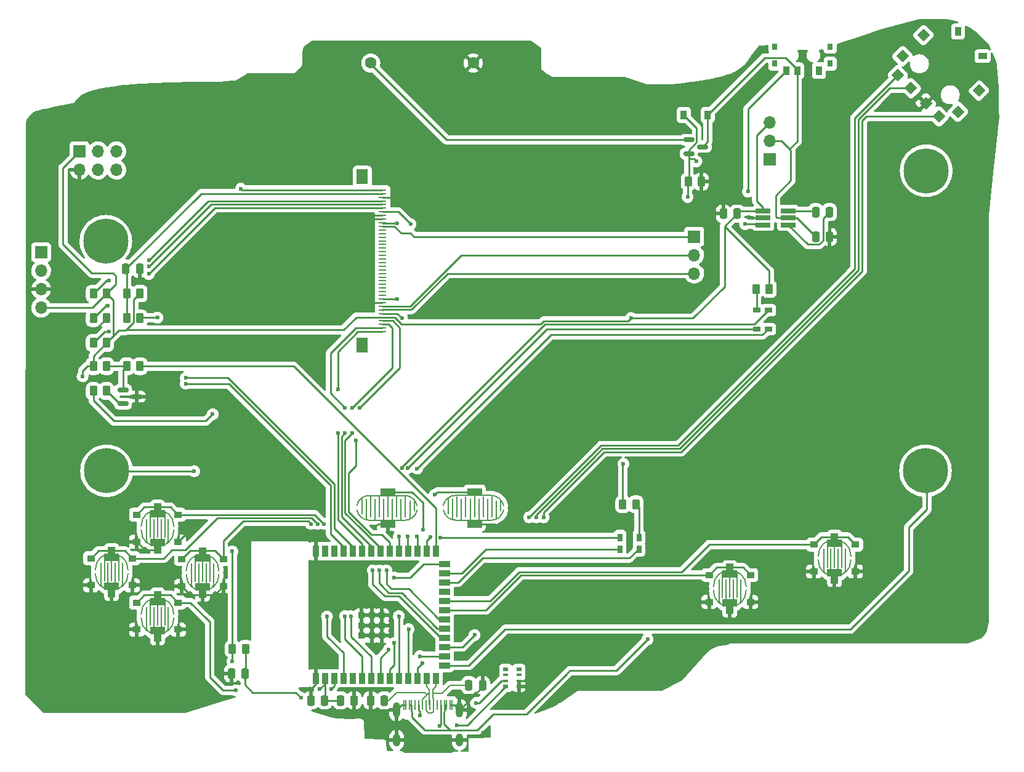
<source format=gbr>
%TF.GenerationSoftware,KiCad,Pcbnew,(6.0.11)*%
%TF.CreationDate,2023-04-07T14:31:01-05:00*%
%TF.ProjectId,GamePip-Back,47616d65-5069-4702-9d42-61636b2e6b69,rev?*%
%TF.SameCoordinates,Original*%
%TF.FileFunction,Copper,L1,Top*%
%TF.FilePolarity,Positive*%
%FSLAX46Y46*%
G04 Gerber Fmt 4.6, Leading zero omitted, Abs format (unit mm)*
G04 Created by KiCad (PCBNEW (6.0.11)) date 2023-04-07 14:31:01*
%MOMM*%
%LPD*%
G01*
G04 APERTURE LIST*
G04 Aperture macros list*
%AMRoundRect*
0 Rectangle with rounded corners*
0 $1 Rounding radius*
0 $2 $3 $4 $5 $6 $7 $8 $9 X,Y pos of 4 corners*
0 Add a 4 corners polygon primitive as box body*
4,1,4,$2,$3,$4,$5,$6,$7,$8,$9,$2,$3,0*
0 Add four circle primitives for the rounded corners*
1,1,$1+$1,$2,$3*
1,1,$1+$1,$4,$5*
1,1,$1+$1,$6,$7*
1,1,$1+$1,$8,$9*
0 Add four rect primitives between the rounded corners*
20,1,$1+$1,$2,$3,$4,$5,0*
20,1,$1+$1,$4,$5,$6,$7,0*
20,1,$1+$1,$6,$7,$8,$9,0*
20,1,$1+$1,$8,$9,$2,$3,0*%
%AMRotRect*
0 Rectangle, with rotation*
0 The origin of the aperture is its center*
0 $1 length*
0 $2 width*
0 $3 Rotation angle, in degrees counterclockwise*
0 Add horizontal line*
21,1,$1,$2,0,0,$3*%
G04 Aperture macros list end*
%TA.AperFunction,EtchedComponent*%
%ADD10C,0.200000*%
%TD*%
%TA.AperFunction,SMDPad,CuDef*%
%ADD11R,2.000000X1.000000*%
%TD*%
%TA.AperFunction,SMDPad,CuDef*%
%ADD12R,1.000000X1.000000*%
%TD*%
%TA.AperFunction,SMDPad,CuDef*%
%ADD13R,1.100000X0.900000*%
%TD*%
%TA.AperFunction,SMDPad,CuDef*%
%ADD14R,0.900000X1.500000*%
%TD*%
%TA.AperFunction,SMDPad,CuDef*%
%ADD15R,1.500000X0.900000*%
%TD*%
%TA.AperFunction,SMDPad,CuDef*%
%ADD16R,0.900000X0.900000*%
%TD*%
%TA.AperFunction,SMDPad,CuDef*%
%ADD17R,2.000000X0.650000*%
%TD*%
%TA.AperFunction,SMDPad,CuDef*%
%ADD18R,0.900000X1.250000*%
%TD*%
%TA.AperFunction,SMDPad,CuDef*%
%ADD19R,0.800000X0.900000*%
%TD*%
%TA.AperFunction,SMDPad,CuDef*%
%ADD20RotRect,1.300000X1.200000X315.000000*%
%TD*%
%TA.AperFunction,SMDPad,CuDef*%
%ADD21RotRect,1.200000X1.300000X315.000000*%
%TD*%
%TA.AperFunction,SMDPad,CuDef*%
%ADD22R,1.200000X0.850000*%
%TD*%
%TA.AperFunction,SMDPad,CuDef*%
%ADD23R,0.850000X1.200000*%
%TD*%
%TA.AperFunction,SMDPad,CuDef*%
%ADD24R,0.800000X0.500000*%
%TD*%
%TA.AperFunction,SMDPad,CuDef*%
%ADD25R,0.800000X0.400000*%
%TD*%
%TA.AperFunction,SMDPad,CuDef*%
%ADD26RoundRect,0.250000X0.262500X0.450000X-0.262500X0.450000X-0.262500X-0.450000X0.262500X-0.450000X0*%
%TD*%
%TA.AperFunction,SMDPad,CuDef*%
%ADD27RoundRect,0.250000X-0.262500X-0.450000X0.262500X-0.450000X0.262500X0.450000X-0.262500X0.450000X0*%
%TD*%
%TA.AperFunction,SMDPad,CuDef*%
%ADD28RoundRect,0.150000X-0.587500X-0.150000X0.587500X-0.150000X0.587500X0.150000X-0.587500X0.150000X0*%
%TD*%
%TA.AperFunction,ComponentPad*%
%ADD29R,1.700000X1.700000*%
%TD*%
%TA.AperFunction,ComponentPad*%
%ADD30O,1.700000X1.700000*%
%TD*%
%TA.AperFunction,ComponentPad*%
%ADD31C,6.200000*%
%TD*%
%TA.AperFunction,SMDPad,CuDef*%
%ADD32C,5.000000*%
%TD*%
%TA.AperFunction,SMDPad,CuDef*%
%ADD33R,0.250000X1.400000*%
%TD*%
%TA.AperFunction,ComponentPad*%
%ADD34O,1.000000X2.100000*%
%TD*%
%TA.AperFunction,ComponentPad*%
%ADD35O,1.000000X1.800000*%
%TD*%
%TA.AperFunction,SMDPad,CuDef*%
%ADD36R,1.100000X0.250000*%
%TD*%
%TA.AperFunction,SMDPad,CuDef*%
%ADD37R,1.600000X2.000000*%
%TD*%
%TA.AperFunction,SMDPad,CuDef*%
%ADD38R,1.100000X0.700000*%
%TD*%
%TA.AperFunction,SMDPad,CuDef*%
%ADD39R,0.700000X1.100000*%
%TD*%
%TA.AperFunction,SMDPad,CuDef*%
%ADD40R,0.900000X1.200000*%
%TD*%
%TA.AperFunction,SMDPad,CuDef*%
%ADD41RoundRect,0.250000X0.250000X0.475000X-0.250000X0.475000X-0.250000X-0.475000X0.250000X-0.475000X0*%
%TD*%
%TA.AperFunction,SMDPad,CuDef*%
%ADD42RoundRect,0.250000X-0.250000X-0.475000X0.250000X-0.475000X0.250000X0.475000X-0.250000X0.475000X0*%
%TD*%
%TA.AperFunction,ComponentPad*%
%ADD43C,1.600000*%
%TD*%
%TA.AperFunction,ViaPad*%
%ADD44C,0.600000*%
%TD*%
%TA.AperFunction,Conductor*%
%ADD45C,0.250000*%
%TD*%
%TA.AperFunction,Conductor*%
%ADD46C,0.200000*%
%TD*%
G04 APERTURE END LIST*
D10*
%TO.C,SW7*%
X125100000Y-119100000D02*
X125100000Y-121900000D01*
X138795128Y-118587221D02*
X138795128Y-121487221D01*
X129300000Y-121500000D02*
X129300000Y-118700000D01*
X130500000Y-120700000D02*
X130500000Y-119300000D01*
X126300000Y-121900000D02*
X126300000Y-119100000D01*
X123300000Y-121100000D02*
X123300000Y-119028611D01*
X140595128Y-121887221D02*
X140595128Y-119087221D01*
X124300000Y-122000000D02*
X129200000Y-122011724D01*
X128100000Y-118700000D02*
X128100000Y-121500000D01*
X141795128Y-121687221D02*
X141795128Y-119287221D01*
X141795128Y-121687221D02*
X141795128Y-121787221D01*
X128700000Y-121900000D02*
X128700000Y-119100000D01*
X129200000Y-118600000D02*
X124300000Y-118600000D01*
X126900000Y-118600000D02*
X126900000Y-121500000D01*
X142395128Y-120687221D02*
X142395128Y-119287221D01*
X136395128Y-121487221D02*
X136395128Y-118687221D01*
X139995128Y-118687221D02*
X139995128Y-121487221D01*
X125700000Y-121500000D02*
X125700000Y-118700000D01*
X138195128Y-121887221D02*
X138195128Y-119087221D01*
X123900000Y-119100000D02*
X123900000Y-121900000D01*
X141195128Y-121487221D02*
X141195128Y-118687221D01*
X135195128Y-121087221D02*
X135195128Y-119015832D01*
X127500000Y-121900000D02*
X127500000Y-119100000D01*
X137595128Y-121487221D02*
X137595128Y-118687221D01*
X139395128Y-121887221D02*
X139395128Y-119087221D01*
X129900000Y-121700000D02*
X129900000Y-119300000D01*
X141095128Y-118587221D02*
X136195128Y-118587221D01*
X136195128Y-121987221D02*
X141095128Y-121998945D01*
X135795128Y-119087221D02*
X135795128Y-121887221D01*
X124500000Y-121500000D02*
X124500000Y-118700000D01*
X129900000Y-121700000D02*
X129900000Y-121800000D01*
X136995128Y-119087221D02*
X136995128Y-121887221D01*
X129200000Y-122011725D02*
G75*
G03*
X130900000Y-120600000I1J1729432D01*
G01*
X141095128Y-121998942D02*
G75*
G03*
X142795128Y-120587221I2J1729432D01*
G01*
X130888356Y-120000000D02*
G75*
G03*
X129200000Y-118600000I-1688355J-318051D01*
G01*
X136195128Y-118587216D02*
G75*
G03*
X134495128Y-119987221I2J-1732144D01*
G01*
X134518541Y-120587220D02*
G75*
G03*
X136195128Y-121987221I1676589J303910D01*
G01*
X122623411Y-120600000D02*
G75*
G03*
X124300000Y-122000000I1676588J303910D01*
G01*
X124300000Y-118599999D02*
G75*
G03*
X122600000Y-120000000I-1J-1732142D01*
G01*
X142783483Y-119987221D02*
G75*
G03*
X141095128Y-118587221I-1688353J-318049D01*
G01*
%TO.C,SW5*%
X100900000Y-130700000D02*
X100900000Y-127950000D01*
X101900000Y-130700000D02*
X101900000Y-127950000D01*
X99900000Y-130950000D02*
X99900000Y-127950000D01*
X100400000Y-127200000D02*
X100400000Y-127000000D01*
X102400000Y-127200000D02*
X102400000Y-127000000D01*
X102400000Y-127200000D02*
X102400000Y-130450000D01*
X101400000Y-127700000D02*
X101400000Y-130450000D01*
X99900000Y-130950000D02*
X100000000Y-131200000D01*
X102900000Y-130950000D02*
X102800000Y-131200000D01*
X100400000Y-127200000D02*
X100400000Y-130450000D01*
X102900000Y-130950000D02*
X102900000Y-127950000D01*
X103650000Y-128950000D02*
G75*
G03*
X99150000Y-128950000I-2250000J0D01*
G01*
X99150000Y-129450000D02*
G75*
G03*
X103650000Y-129450000I2250000J0D01*
G01*
%TO.C,SW6*%
X187800000Y-128700000D02*
X187800000Y-125950000D01*
X188800000Y-128700000D02*
X188800000Y-125950000D01*
X186800000Y-128950000D02*
X186800000Y-125950000D01*
X187300000Y-125200000D02*
X187300000Y-125000000D01*
X189300000Y-125200000D02*
X189300000Y-125000000D01*
X189300000Y-125200000D02*
X189300000Y-128450000D01*
X188300000Y-125700000D02*
X188300000Y-128450000D01*
X186800000Y-128950000D02*
X186900000Y-129200000D01*
X189800000Y-128950000D02*
X189700000Y-129200000D01*
X187300000Y-125200000D02*
X187300000Y-128450000D01*
X189800000Y-128950000D02*
X189800000Y-125950000D01*
X190550000Y-126950000D02*
G75*
G03*
X186050000Y-126950000I-2250000J0D01*
G01*
X186050000Y-127450000D02*
G75*
G03*
X190550000Y-127450000I2250000J0D01*
G01*
%TO.C,SW4*%
X173400000Y-132900000D02*
X173400000Y-130150000D01*
X174400000Y-132900000D02*
X174400000Y-130150000D01*
X172400000Y-133150000D02*
X172400000Y-130150000D01*
X172900000Y-129400000D02*
X172900000Y-129200000D01*
X174900000Y-129400000D02*
X174900000Y-129200000D01*
X174900000Y-129400000D02*
X174900000Y-132650000D01*
X173900000Y-129900000D02*
X173900000Y-132650000D01*
X172400000Y-133150000D02*
X172500000Y-133400000D01*
X175400000Y-133150000D02*
X175300000Y-133400000D01*
X172900000Y-129400000D02*
X172900000Y-132650000D01*
X175400000Y-133150000D02*
X175400000Y-130150000D01*
X176150000Y-131150000D02*
G75*
G03*
X171650000Y-131150000I-2250000J0D01*
G01*
X171650000Y-131650000D02*
G75*
G03*
X176150000Y-131650000I2250000J0D01*
G01*
%TO.C,SW3*%
X88400000Y-130600000D02*
X88400000Y-127850000D01*
X89400000Y-130600000D02*
X89400000Y-127850000D01*
X87400000Y-130850000D02*
X87400000Y-127850000D01*
X87900000Y-127100000D02*
X87900000Y-126900000D01*
X89900000Y-127100000D02*
X89900000Y-126900000D01*
X89900000Y-127100000D02*
X89900000Y-130350000D01*
X88900000Y-127600000D02*
X88900000Y-130350000D01*
X87400000Y-130850000D02*
X87500000Y-131100000D01*
X90400000Y-130850000D02*
X90300000Y-131100000D01*
X87900000Y-127100000D02*
X87900000Y-130350000D01*
X90400000Y-130850000D02*
X90400000Y-127850000D01*
X91150000Y-128850000D02*
G75*
G03*
X86650000Y-128850000I-2250000J0D01*
G01*
X86650000Y-129350000D02*
G75*
G03*
X91150000Y-129350000I2250000J0D01*
G01*
%TO.C,SW2*%
X94700000Y-136700000D02*
X94700000Y-133950000D01*
X95700000Y-136700000D02*
X95700000Y-133950000D01*
X93700000Y-136950000D02*
X93700000Y-133950000D01*
X94200000Y-133200000D02*
X94200000Y-133000000D01*
X96200000Y-133200000D02*
X96200000Y-133000000D01*
X96200000Y-133200000D02*
X96200000Y-136450000D01*
X95200000Y-133700000D02*
X95200000Y-136450000D01*
X93700000Y-136950000D02*
X93800000Y-137200000D01*
X96700000Y-136950000D02*
X96600000Y-137200000D01*
X94200000Y-133200000D02*
X94200000Y-136450000D01*
X96700000Y-136950000D02*
X96700000Y-133950000D01*
X97450000Y-134950000D02*
G75*
G03*
X92950000Y-134950000I-2250000J0D01*
G01*
X92950000Y-135450000D02*
G75*
G03*
X97450000Y-135450000I2250000J0D01*
G01*
%TO.C,SW1*%
X94700000Y-124600000D02*
X94700000Y-121850000D01*
X95700000Y-124600000D02*
X95700000Y-121850000D01*
X93700000Y-124850000D02*
X93700000Y-121850000D01*
X94200000Y-121100000D02*
X94200000Y-120900000D01*
X96200000Y-121100000D02*
X96200000Y-120900000D01*
X96200000Y-121100000D02*
X96200000Y-124350000D01*
X95200000Y-121600000D02*
X95200000Y-124350000D01*
X93700000Y-124850000D02*
X93800000Y-125100000D01*
X96700000Y-124850000D02*
X96600000Y-125100000D01*
X94200000Y-121100000D02*
X94200000Y-124350000D01*
X96700000Y-124850000D02*
X96700000Y-121850000D01*
X97450000Y-122850000D02*
G75*
G03*
X92950000Y-122850000I-2250000J0D01*
G01*
X92950000Y-123350000D02*
G75*
G03*
X97450000Y-123350000I2250000J0D01*
G01*
%TD*%
D11*
%TO.P,SW7,1,1*%
%TO.N,Start*%
X126900000Y-118100000D03*
%TO.P,SW7,2,2*%
%TO.N,VSS*%
X126900000Y-122500000D03*
X138800000Y-122500000D03*
%TO.P,SW7,3,3*%
%TO.N,Select*%
X138800000Y-118100000D03*
%TD*%
%TO.P,SW5,*%
%TO.N,*%
X101400000Y-131200000D03*
X101400000Y-127200000D03*
D12*
%TO.P,SW5,1,1*%
%TO.N,Right*%
X101400000Y-126300000D03*
D13*
X104250000Y-127350000D03*
X98550000Y-127350000D03*
%TO.P,SW5,2,2*%
%TO.N,VSS*%
X98550000Y-131050000D03*
X104250000Y-131050000D03*
D12*
X101400000Y-132200000D03*
%TD*%
D11*
%TO.P,SW6,*%
%TO.N,*%
X188300000Y-129200000D03*
X188300000Y-125200000D03*
D12*
%TO.P,SW6,1,1*%
%TO.N,B*%
X188300000Y-124300000D03*
D13*
X191150000Y-125350000D03*
X185450000Y-125350000D03*
%TO.P,SW6,2,2*%
%TO.N,VSS*%
X185450000Y-129050000D03*
X191150000Y-129050000D03*
D12*
X188300000Y-130200000D03*
%TD*%
D11*
%TO.P,SW4,*%
%TO.N,*%
X173900000Y-133400000D03*
X173900000Y-129400000D03*
D12*
%TO.P,SW4,1,1*%
%TO.N,A_Btn*%
X173900000Y-128500000D03*
D13*
X176750000Y-129550000D03*
X171050000Y-129550000D03*
%TO.P,SW4,2,2*%
%TO.N,VSS*%
X171050000Y-133250000D03*
X176750000Y-133250000D03*
D12*
X173900000Y-134400000D03*
%TD*%
D11*
%TO.P,SW3,*%
%TO.N,*%
X88900000Y-131100000D03*
X88900000Y-127100000D03*
D12*
%TO.P,SW3,1,1*%
%TO.N,Left*%
X88900000Y-126200000D03*
D13*
X91750000Y-127250000D03*
X86050000Y-127250000D03*
%TO.P,SW3,2,2*%
%TO.N,VSS*%
X86050000Y-130950000D03*
X91750000Y-130950000D03*
D12*
X88900000Y-132100000D03*
%TD*%
D11*
%TO.P,SW2,*%
%TO.N,*%
X95200000Y-137200000D03*
X95200000Y-133200000D03*
D12*
%TO.P,SW2,1,1*%
%TO.N,Down*%
X95200000Y-132300000D03*
D13*
X98050000Y-133350000D03*
X92350000Y-133350000D03*
%TO.P,SW2,2,2*%
%TO.N,VSS*%
X92350000Y-137050000D03*
X98050000Y-137050000D03*
D12*
X95200000Y-138200000D03*
%TD*%
D11*
%TO.P,SW1,*%
%TO.N,*%
X95200000Y-125100000D03*
X95200000Y-121100000D03*
D12*
%TO.P,SW1,1,1*%
%TO.N,Up*%
X95200000Y-120200000D03*
D13*
X98050000Y-121250000D03*
X92350000Y-121250000D03*
%TO.P,SW1,2,2*%
%TO.N,VSS*%
X92350000Y-124950000D03*
X98050000Y-124950000D03*
D12*
X95200000Y-126100000D03*
%TD*%
D14*
%TO.P,U2,14,GPIO20/U1CTS/ADC2_CH9/CLK_OUT1/USB_D+*%
%TO.N,/D+*%
X133450000Y-143750000D03*
%TO.P,U2,13,GPIO19/U1RTS/ADC2_CH8/CLK_OUT2/USB_D-*%
%TO.N,/D-*%
X132180000Y-143750000D03*
%TO.P,U2,12,GPIO8/TOUCH8/ADC1_CH7*%
%TO.N,EnDown*%
X130910000Y-143750000D03*
%TO.P,U2,11,GPIO18/U1RXD/ADC2_CH7/DAC_2/CLK_OUT3*%
%TO.N,Disp_RESET*%
X129640000Y-143750000D03*
%TO.P,U2,10,GPIO17/U1TXD/ADC2_CH6/DAC_1*%
%TO.N,Select*%
X128370000Y-143750000D03*
%TO.P,U2,9,GPIO16/U0CTS/ADC2_CH5/XTAL_32K_N*%
%TO.N,Start*%
X127100000Y-143750000D03*
%TO.P,U2,8,GPIO15/U0RTS/ADC2_CH4/XTAL_32K_P*%
%TO.N,EnUp*%
X125830000Y-143750000D03*
%TO.P,U2,7,GPIO7/TOUCH7/ADC1_CH6*%
%TO.N,Left*%
X124560000Y-143750000D03*
%TO.P,U2,6,GPIO6/TOUCH6/ADC1_CH5*%
%TO.N,Right*%
X123290000Y-143750000D03*
%TO.P,U2,5,GPIO5/TOUCH5/ADC1_CH4*%
%TO.N,unconnected-(U2-Pad5)*%
X122020000Y-143750000D03*
%TO.P,U2,4,GPIO4/TOUCH4/ADC1_CH3*%
%TO.N,Net-(J6-Pad1)*%
X120750000Y-143750000D03*
%TO.P,U2,3,EN*%
%TO.N,Reset*%
X119480000Y-143750000D03*
%TO.P,U2,2,3V3*%
%TO.N,VCC*%
X118210000Y-143750000D03*
%TO.P,U2,1,GND*%
%TO.N,VSS*%
X116940000Y-143750000D03*
D15*
%TO.P,U2,15,GPIO3/TOUCH3/ADC1_CH2*%
%TO.N,Net-(J5-Pad1)*%
X134700000Y-141985000D03*
%TO.P,U2,16,GPIO46*%
%TO.N,Down*%
X134700000Y-140715000D03*
%TO.P,U2,17,GPIO9/TOUCH9/ADC1_CH8/FSPIHD*%
%TO.N,EnButton*%
X134700000Y-139445000D03*
%TO.P,U2,18,GPIO10/TOUCH10/ADC1_CH9/FSPICS0/FSPIIO4*%
%TO.N,CS*%
X134700000Y-138175000D03*
%TO.P,U2,19,GPIO11/TOUCH11/ADC2_CH0/FSPID/FSPIIO5*%
%TO.N,SDA*%
X134700000Y-136905000D03*
%TO.P,U2,20,GPIO12/TOUCH12/ADC2_CH1/FSPICLK/FSPIIO6*%
%TO.N,PCLK*%
X134700000Y-135635000D03*
%TO.P,U2,21,GPIO13/TOUCH13/ADC2_CH2/FSPIQ/FSPIIO7*%
%TO.N,A_Btn*%
X134700000Y-134365000D03*
%TO.P,U2,22,GPIO14/TOUCH14/ADC2_CH3/FSPIWP/FSPIDQS*%
%TO.N,B*%
X134700000Y-133095000D03*
%TO.P,U2,23,GPIO21*%
%TO.N,Buzzer*%
X134700000Y-131825000D03*
%TO.P,U2,24,SPIIO4/GPIO33/FSPIHD*%
%TO.N,G1*%
X134700000Y-130555000D03*
D14*
%TO.P,U2,27,GPIO0*%
%TO.N,BL*%
X133450000Y-126250000D03*
%TO.P,U2,28,SPIIO6/GPIO35/FSPID*%
%TO.N,B1*%
X132180000Y-126250000D03*
%TO.P,U2,29,SPIIO7/GPIO36/FSPICLK*%
%TO.N,R2*%
X130910000Y-126250000D03*
%TO.P,U2,30,SPIDQS/GPIO37/FSPIQ*%
%TO.N,B2*%
X129640000Y-126250000D03*
%TO.P,U2,31,GPIO38/FSPIWP*%
%TO.N,G2*%
X128370000Y-126250000D03*
%TO.P,U2,32,MTCK/GPIO39/CLK_OUT3*%
%TO.N,XR*%
X127100000Y-126250000D03*
%TO.P,U2,33,MTDO/GPIO40/CLK_OUT2*%
%TO.N,YD*%
X125830000Y-126250000D03*
%TO.P,U2,34,MTDI/GPIO41/CLK_OUT1*%
%TO.N,XL*%
X124560000Y-126250000D03*
%TO.P,U2,35,MTMS/GPIO42*%
%TO.N,YU*%
X123290000Y-126250000D03*
%TO.P,U2,36,U0RXD/GPIO44/CLK_OUT2*%
%TO.N,RX*%
X122020000Y-126250000D03*
%TO.P,U2,37,U0TXD/GPIO43/CLK_OUT1*%
%TO.N,TX*%
X120750000Y-126250000D03*
%TO.P,U2,38,GPIO2/TOUCH2/ADC1_CH1*%
%TO.N,Net-(J4-Pad1)*%
X119480000Y-126250000D03*
%TO.P,U2,39,GPIO1/TOUCH1/ADC1_CH0*%
%TO.N,/SK6812*%
X118210000Y-126250000D03*
%TO.P,U2,40,GND*%
%TO.N,VSS*%
X116940000Y-126250000D03*
D16*
%TO.P,U2,41,GND*%
X124660000Y-136500000D03*
D15*
%TO.P,U2,25,SPIIO5/GPIO34/FSPICS0*%
%TO.N,R1*%
X134700000Y-129285000D03*
%TO.P,U2,26,GPIO45*%
%TO.N,Up*%
X134700000Y-128015000D03*
D16*
%TO.P,U2,41,GND*%
%TO.N,VSS*%
X124660000Y-135100000D03*
X123260000Y-135100000D03*
X123260000Y-136500000D03*
X123260000Y-137900000D03*
X124660000Y-137900000D03*
X126060000Y-137900000D03*
X126060000Y-136500000D03*
X126060000Y-135100000D03*
%TD*%
D17*
%TO.P,U1,1,Vout*%
%TO.N,VCC*%
X178490000Y-79450000D03*
%TO.P,U1,2,GND*%
%TO.N,VSS*%
X178490000Y-80400000D03*
%TO.P,U1,3,En*%
%TO.N,Net-(SW10-Pad1)*%
X178490000Y-81350000D03*
%TO.P,U1,4,C-*%
%TO.N,Net-(C3-Pad2)*%
X181910000Y-81350000D03*
%TO.P,U1,5,VDD*%
%TO.N,PreXDS*%
X181910000Y-80400000D03*
%TO.P,U1,6,C+*%
%TO.N,Net-(C3-Pad1)*%
X181910000Y-79450000D03*
%TD*%
D18*
%TO.P,SW10,1,A*%
%TO.N,Net-(SW10-Pad1)*%
X181650000Y-60125000D03*
%TO.P,SW10,2,B*%
%TO.N,PreXDS*%
X183150000Y-60125000D03*
%TO.P,SW10,3,C*%
%TO.N,unconnected-(SW10-Pad3)*%
X186150000Y-60125000D03*
D19*
%TO.P,SW10,4*%
%TO.N,N/C*%
X180100000Y-59150000D03*
X180100000Y-56850000D03*
X187700000Y-56850000D03*
X187710000Y-59150000D03*
%TD*%
D20*
%TO.P,SW9,S,S*%
%TO.N,EnButton*%
X198777596Y-62536439D03*
%TO.P,SW9,C,C*%
%TO.N,VSS*%
X200863561Y-64622404D03*
%TO.P,SW9,B,B*%
%TO.N,EnDown*%
X202649006Y-66407848D03*
%TO.P,SW9,A,A*%
%TO.N,EnUp*%
X196992152Y-60750994D03*
D21*
%TO.P,SW9,*%
%TO.N,*%
X208164439Y-62872314D03*
X205265301Y-65771452D03*
D22*
X208665301Y-58134699D03*
D21*
X200527686Y-55235561D03*
X197628548Y-58134699D03*
D23*
X205265301Y-54734699D03*
%TD*%
D24*
%TO.P,RN1,1,R1.1*%
%TO.N,VSS*%
X144900000Y-144900000D03*
D25*
%TO.P,RN1,2,R2.1*%
X144900000Y-144100000D03*
%TO.P,RN1,3,R3.1*%
%TO.N,unconnected-(RN1-Pad3)*%
X144900000Y-143300000D03*
D24*
%TO.P,RN1,4,R4.1*%
%TO.N,unconnected-(RN1-Pad4)*%
X144900000Y-142500000D03*
%TO.P,RN1,5,R4.2*%
%TO.N,unconnected-(RN1-Pad5)*%
X143100000Y-142500000D03*
D25*
%TO.P,RN1,6,R3.2*%
%TO.N,unconnected-(RN1-Pad6)*%
X143100000Y-143300000D03*
%TO.P,RN1,7,R2.2*%
%TO.N,Net-(J2-PadA5)*%
X143100000Y-144100000D03*
D24*
%TO.P,RN1,8,R1.2*%
%TO.N,Net-(J2-PadB5)*%
X143100000Y-144900000D03*
%TD*%
D26*
%TO.P,R12,1*%
%TO.N,VCC*%
X179325000Y-90200000D03*
%TO.P,R12,2*%
%TO.N,Net-(D3-Pad4)*%
X177500000Y-90200000D03*
%TD*%
D27*
%TO.P,R11,1*%
%TO.N,VCC*%
X159187500Y-119800000D03*
%TO.P,R11,2*%
%TO.N,Net-(D2-Pad4)*%
X161012500Y-119800000D03*
%TD*%
D26*
%TO.P,R10,1*%
%TO.N,Reset*%
X107312500Y-139700000D03*
%TO.P,R10,2*%
%TO.N,VCC*%
X105487500Y-139700000D03*
%TD*%
D27*
%TO.P,R9,1*%
%TO.N,K*%
X86375000Y-104200000D03*
%TO.P,R9,2*%
%TO.N,Net-(Q2-Pad2)*%
X88200000Y-104200000D03*
%TD*%
%TO.P,R8,1*%
%TO.N,VCC*%
X86375000Y-100800000D03*
%TO.P,R8,2*%
%TO.N,Net-(Q2-Pad1)*%
X88200000Y-100800000D03*
%TD*%
D26*
%TO.P,R7,1*%
%TO.N,BL*%
X92800000Y-100800000D03*
%TO.P,R7,2*%
%TO.N,Net-(Q2-Pad1)*%
X90975000Y-100800000D03*
%TD*%
D27*
%TO.P,R6,1*%
%TO.N,A*%
X90975000Y-94200000D03*
%TO.P,R6,2*%
%TO.N,VDD*%
X92800000Y-94200000D03*
%TD*%
D26*
%TO.P,R5,1*%
%TO.N,VCC*%
X92800000Y-90800000D03*
%TO.P,R5,2*%
%TO.N,A*%
X90975000Y-90800000D03*
%TD*%
D27*
%TO.P,R4,1*%
%TO.N,+5V*%
X168175000Y-75400000D03*
%TO.P,R4,2*%
%TO.N,VSS*%
X170000000Y-75400000D03*
%TD*%
%TO.P,R3,1*%
%TO.N,IM2*%
X86375000Y-97600000D03*
%TO.P,R3,2*%
%TO.N,VCC*%
X88200000Y-97600000D03*
%TD*%
%TO.P,R2,1*%
%TO.N,IM1*%
X86375000Y-94200000D03*
%TO.P,R2,2*%
%TO.N,VSS*%
X88200000Y-94200000D03*
%TD*%
%TO.P,R1,2*%
%TO.N,VCC*%
X88200000Y-90800000D03*
%TO.P,R1,1*%
%TO.N,IM0*%
X86375000Y-90800000D03*
%TD*%
D28*
%TO.P,Q2,1,B*%
%TO.N,Net-(Q2-Pad1)*%
X90462500Y-104050000D03*
%TO.P,Q2,2,C*%
%TO.N,Net-(Q2-Pad2)*%
X90462500Y-105950000D03*
%TO.P,Q2,3,E*%
%TO.N,VSS*%
X92337500Y-105000000D03*
%TD*%
%TO.P,Q1,1,D*%
%TO.N,VDD*%
X168262500Y-69650000D03*
%TO.P,Q1,2,G*%
%TO.N,+5V*%
X168262500Y-71550000D03*
%TO.P,Q1,3,S*%
%TO.N,PreXDS*%
X170137500Y-70600000D03*
%TD*%
D29*
%TO.P,J14,1,Pin_1*%
%TO.N,+5V*%
X179375000Y-72325000D03*
D30*
%TO.P,J14,2,Pin_2*%
%TO.N,PreXDS*%
X179375000Y-69785000D03*
%TO.P,J14,3,Pin_3*%
%TO.N,VCC*%
X179375000Y-67245000D03*
%TD*%
D29*
%TO.P,J13,1,Pin_1*%
%TO.N,VCC*%
X84475000Y-71210000D03*
D30*
%TO.P,J13,2,Pin_2*%
%TO.N,VSS*%
X84475000Y-73750000D03*
%TO.P,J13,3,Pin_3*%
%TO.N,unconnected-(J13-Pad3)*%
X87015000Y-71210000D03*
%TO.P,J13,4,Pin_4*%
%TO.N,unconnected-(J13-Pad4)*%
X87015000Y-73750000D03*
%TO.P,J13,5,Pin_5*%
%TO.N,unconnected-(J13-Pad5)*%
X89555000Y-71210000D03*
%TO.P,J13,6,Pin_6*%
%TO.N,unconnected-(J13-Pad6)*%
X89555000Y-73750000D03*
%TD*%
D31*
%TO.P,J12,1,Pin_1*%
%TO.N,unconnected-(J12-Pad1)*%
X88200000Y-115200000D03*
%TD*%
%TO.P,J11,1,Pin_1*%
%TO.N,unconnected-(J11-Pad1)*%
X200800000Y-115200000D03*
%TD*%
%TO.P,J10,1,Pin_1*%
%TO.N,unconnected-(J10-Pad1)*%
X200900000Y-73900000D03*
%TD*%
%TO.P,J9,1,Pin_1*%
%TO.N,unconnected-(J9-Pad1)*%
X88100000Y-83600000D03*
%TD*%
D29*
%TO.P,J8,1,Pin_1*%
%TO.N,RX*%
X79200000Y-85120000D03*
D30*
%TO.P,J8,2,Pin_2*%
%TO.N,TX*%
X79200000Y-87660000D03*
%TO.P,J8,3,Pin_3*%
%TO.N,VSS*%
X79200000Y-90200000D03*
%TO.P,J8,4,Pin_4*%
%TO.N,VCC*%
X79200000Y-92740000D03*
%TD*%
D32*
%TO.P,J6,1,Pin_1*%
%TO.N,Net-(J6-Pad1)*%
X88125000Y-115250000D03*
%TD*%
%TO.P,J5,1,Pin_1*%
%TO.N,Net-(J5-Pad1)*%
X201000000Y-115125000D03*
%TD*%
D29*
%TO.P,J3,1,Pin_1*%
%TO.N,DE*%
X169000000Y-82960000D03*
D30*
%TO.P,J3,2,Pin_2*%
%TO.N,WR*%
X169000000Y-85500000D03*
%TO.P,J3,3,Pin_3*%
%TO.N,RS*%
X169000000Y-88040000D03*
%TD*%
D33*
%TO.P,J2,A1,GND*%
%TO.N,VSS*%
X129075000Y-147412500D03*
%TO.P,J2,A4,VBUS*%
%TO.N,+5V*%
X129875000Y-147412500D03*
%TO.P,J2,A5,CC1*%
%TO.N,Net-(J2-PadA5)*%
X131150000Y-147412500D03*
%TO.P,J2,A6,D+*%
%TO.N,/D+*%
X132150000Y-147412500D03*
%TO.P,J2,A7,D-*%
%TO.N,/D-*%
X132650000Y-147412500D03*
%TO.P,J2,A8,SBU1*%
%TO.N,unconnected-(J2-PadA8)*%
X130650000Y-147412500D03*
%TO.P,J2,A9,VBUS*%
%TO.N,+5V*%
X134925000Y-147412500D03*
%TO.P,J2,A12,GND*%
%TO.N,VSS*%
X135725000Y-147412500D03*
%TO.P,J2,B1,GND*%
X135475000Y-147412500D03*
%TO.P,J2,B4,VBUS*%
%TO.N,+5V*%
X134675000Y-147412500D03*
%TO.P,J2,B5,CC2*%
%TO.N,Net-(J2-PadB5)*%
X134150000Y-147412500D03*
%TO.P,J2,B6,D+*%
%TO.N,/D+*%
X133150000Y-147412500D03*
%TO.P,J2,B7,D-*%
%TO.N,/D-*%
X131650000Y-147412500D03*
%TO.P,J2,B8,SBU2*%
%TO.N,unconnected-(J2-PadB8)*%
X133650000Y-147412500D03*
%TO.P,J2,B9,VBUS*%
%TO.N,+5V*%
X130125000Y-147412500D03*
%TO.P,J2,B12,GND*%
%TO.N,VSS*%
X129325000Y-147412500D03*
D34*
%TO.P,J2,S1,SHIELD*%
X136720000Y-148112500D03*
D35*
X128080000Y-152262500D03*
D34*
X128080000Y-148112500D03*
D35*
X136720000Y-152262500D03*
%TD*%
D36*
%TO.P,J1,40,Pin_40*%
%TO.N,YU*%
X126150000Y-96050000D03*
%TO.P,J1,39,Pin_39*%
%TO.N,XL*%
X126150000Y-95550000D03*
%TO.P,J1,38,Pin_38*%
%TO.N,YD*%
X126150000Y-95050000D03*
%TO.P,J1,37,Pin_37*%
%TO.N,XR*%
X126150000Y-94550000D03*
%TO.P,J1,36,Pin_36*%
%TO.N,VCC*%
X126150000Y-94050000D03*
%TO.P,J1,35,Pin_35*%
%TO.N,CS*%
X126150000Y-93550000D03*
%TO.P,J1,34,Pin_34*%
%TO.N,RS*%
X126150000Y-93050000D03*
%TO.P,J1,33,Pin_33*%
%TO.N,WR*%
X126150000Y-92550000D03*
%TO.P,J1,32,Pin_32*%
%TO.N,VSS*%
X126150000Y-92050000D03*
%TO.P,J1,31,Pin_31*%
%TO.N,SDA*%
X126150000Y-91550000D03*
%TO.P,J1,30,Pin_30*%
%TO.N,unconnected-(J1-Pad30)*%
X126150000Y-91050000D03*
%TO.P,J1,29,Pin_29*%
%TO.N,unconnected-(J1-Pad29)*%
X126150000Y-90550000D03*
%TO.P,J1,28,Pin_28*%
%TO.N,unconnected-(J1-Pad28)*%
X126150000Y-90050000D03*
%TO.P,J1,27,Pin_27*%
%TO.N,unconnected-(J1-Pad27)*%
X126150000Y-89550000D03*
%TO.P,J1,26,Pin_26*%
%TO.N,unconnected-(J1-Pad26)*%
X126150000Y-89050000D03*
%TO.P,J1,25,Pin_25*%
%TO.N,unconnected-(J1-Pad25)*%
X126150000Y-88550000D03*
%TO.P,J1,24,Pin_24*%
%TO.N,unconnected-(J1-Pad24)*%
X126150000Y-88050000D03*
%TO.P,J1,23,Pin_23*%
%TO.N,unconnected-(J1-Pad23)*%
X126150000Y-87550000D03*
%TO.P,J1,22,Pin_22*%
%TO.N,unconnected-(J1-Pad22)*%
X126150000Y-87050000D03*
%TO.P,J1,21,Pin_21*%
%TO.N,unconnected-(J1-Pad21)*%
X126150000Y-86550000D03*
%TO.P,J1,20,Pin_20*%
%TO.N,unconnected-(J1-Pad20)*%
X126150000Y-86050000D03*
%TO.P,J1,19,Pin_19*%
%TO.N,unconnected-(J1-Pad19)*%
X126150000Y-85550000D03*
%TO.P,J1,18,Pin_18*%
%TO.N,unconnected-(J1-Pad18)*%
X126150000Y-85050000D03*
%TO.P,J1,17,Pin_17*%
%TO.N,unconnected-(J1-Pad17)*%
X126150000Y-84550000D03*
%TO.P,J1,16,Pin_16*%
%TO.N,unconnected-(J1-Pad16)*%
X126150000Y-84050000D03*
%TO.P,J1,15,Pin_15*%
%TO.N,unconnected-(J1-Pad15)*%
X126150000Y-83550000D03*
%TO.P,J1,14,Pin_14*%
%TO.N,unconnected-(J1-Pad14)*%
X126150000Y-83050000D03*
%TO.P,J1,13,Pin_13*%
%TO.N,unconnected-(J1-Pad13)*%
X126150000Y-82550000D03*
%TO.P,J1,12,Pin_12*%
%TO.N,unconnected-(J1-Pad12)*%
X126150000Y-82050000D03*
%TO.P,J1,11,Pin_11*%
%TO.N,DE*%
X126150000Y-81550000D03*
%TO.P,J1,10,Pin_10*%
%TO.N,PCLK*%
X126150000Y-81050000D03*
%TO.P,J1,9,Pin_9*%
%TO.N,VSS*%
X126150000Y-80550000D03*
%TO.P,J1,8,Pin_8*%
X126150000Y-80050000D03*
%TO.P,J1,7,Pin_7*%
%TO.N,Disp_RESET*%
X126150000Y-79550000D03*
%TO.P,J1,6,Pin_6*%
%TO.N,IM2*%
X126150000Y-79050000D03*
%TO.P,J1,5,Pin_5*%
%TO.N,IM1*%
X126150000Y-78550000D03*
%TO.P,J1,4,Pin_4*%
%TO.N,IM0*%
X126150000Y-78050000D03*
%TO.P,J1,3,Pin_3*%
%TO.N,VSS*%
X126150000Y-77550000D03*
%TO.P,J1,2,Pin_2*%
%TO.N,A*%
X126150000Y-77050000D03*
%TO.P,J1,1,Pin_1*%
%TO.N,K*%
X126150000Y-76550000D03*
D37*
%TO.P,J1,*%
%TO.N,*%
X123370000Y-74725000D03*
X123370000Y-97875000D03*
%TD*%
D38*
%TO.P,D3,1,RK*%
%TO.N,R2*%
X179200000Y-95700000D03*
%TO.P,D3,2,GK*%
%TO.N,G2*%
X179200000Y-93100000D03*
%TO.P,D3,3,BK*%
%TO.N,B2*%
X177600000Y-95700000D03*
%TO.P,D3,4,A*%
%TO.N,Net-(D3-Pad4)*%
X177600000Y-93100000D03*
%TD*%
D39*
%TO.P,D2,1,RK*%
%TO.N,R1*%
X158805000Y-125970000D03*
%TO.P,D2,2,GK*%
%TO.N,G1*%
X161405000Y-125970000D03*
%TO.P,D2,3,BK*%
%TO.N,B1*%
X158805000Y-124370000D03*
%TO.P,D2,4,A*%
%TO.N,Net-(D2-Pad4)*%
X161405000Y-124370000D03*
%TD*%
D40*
%TO.P,D1,1,K*%
%TO.N,PreXDS*%
X170850000Y-66200000D03*
%TO.P,D1,2,A*%
%TO.N,+5V*%
X167550000Y-66200000D03*
%TD*%
D41*
%TO.P,C9,1*%
%TO.N,Reset*%
X107250000Y-143100000D03*
%TO.P,C9,2*%
%TO.N,VSS*%
X105350000Y-143100000D03*
%TD*%
%TO.P,C8,1*%
%TO.N,VCC*%
X118200000Y-146800000D03*
%TO.P,C8,2*%
%TO.N,VSS*%
X116300000Y-146800000D03*
%TD*%
D42*
%TO.P,C7,1*%
%TO.N,VCC*%
X120350000Y-146800000D03*
%TO.P,C7,2*%
%TO.N,VSS*%
X122250000Y-146800000D03*
%TD*%
%TO.P,C6,1*%
%TO.N,/D+*%
X138000000Y-144700000D03*
%TO.P,C6,2*%
%TO.N,VSS*%
X139900000Y-144700000D03*
%TD*%
D41*
%TO.P,C5,1*%
%TO.N,/D-*%
X126400000Y-146800000D03*
%TO.P,C5,2*%
%TO.N,VSS*%
X124500000Y-146800000D03*
%TD*%
%TO.P,C4,1*%
%TO.N,VCC*%
X174900000Y-79800000D03*
%TO.P,C4,2*%
%TO.N,VSS*%
X173000000Y-79800000D03*
%TD*%
D42*
%TO.P,C3,1*%
%TO.N,Net-(C3-Pad1)*%
X185700000Y-79600000D03*
%TO.P,C3,2*%
%TO.N,Net-(C3-Pad2)*%
X187600000Y-79600000D03*
%TD*%
%TO.P,C2,2*%
%TO.N,VSS*%
X187600000Y-83000000D03*
%TO.P,C2,1*%
%TO.N,PreXDS*%
X185700000Y-83000000D03*
%TD*%
%TO.P,C1,1*%
%TO.N,A*%
X90850000Y-87400000D03*
%TO.P,C1,2*%
%TO.N,VSS*%
X92750000Y-87400000D03*
%TD*%
D43*
%TO.P,BT1,1,+*%
%TO.N,VDD*%
X124525000Y-59075000D03*
%TO.P,BT1,2,-*%
%TO.N,VSS*%
X138625000Y-59075000D03*
%TD*%
D44*
%TO.N,Disp_RESET*%
X129750000Y-137000000D03*
X130000000Y-81250000D03*
%TO.N,VSS*%
X126000000Y-150250000D03*
X133500000Y-152500000D03*
X140000000Y-151250000D03*
X176500000Y-78000000D03*
X173750000Y-77750000D03*
X176500000Y-80250000D03*
%TO.N,Net-(J6-Pad1)*%
X100250000Y-115250000D03*
X118500000Y-135250000D03*
%TO.N,XR*%
X122500000Y-111000000D03*
X123000000Y-106500000D03*
%TO.N,YD*%
X122000000Y-110000000D03*
X122000000Y-106500000D03*
%TO.N,XL*%
X121000000Y-106500000D03*
X121000000Y-110000000D03*
%TO.N,YU*%
X120000000Y-104000000D03*
X120000000Y-110000000D03*
%TO.N,VSS*%
X100500000Y-93000000D03*
X96500000Y-89500000D03*
X82000000Y-90500000D03*
X81000000Y-97000000D03*
X95000000Y-98500000D03*
X85500000Y-96000000D03*
X123500000Y-92000000D03*
X123500000Y-80500000D03*
X128500000Y-77500000D03*
X197000000Y-64500000D03*
X136500000Y-146000000D03*
X142000000Y-123000000D03*
X125000000Y-123000000D03*
X95000000Y-129500000D03*
X103000000Y-134500000D03*
X106500000Y-131500000D03*
X117250000Y-124500000D03*
X99500000Y-123500000D03*
%TO.N,Net-(J2-PadB5)*%
X134011605Y-150275500D03*
X136400000Y-150200000D03*
%TO.N,Net-(J2-PadA5)*%
X131250000Y-148900000D03*
X139000000Y-147150000D03*
%TO.N,VCC*%
X159250000Y-114250000D03*
X160325000Y-94175000D03*
%TO.N,Net-(SW10-Pad1)*%
X176400000Y-76750000D03*
X176000000Y-81250000D03*
%TO.N,VCC*%
X105500000Y-126300000D03*
X84900000Y-102200000D03*
%TO.N,K*%
X106675000Y-76375000D03*
X102800000Y-107400000D03*
%TO.N,VCC*%
X105500000Y-141450000D03*
X117500000Y-145250000D03*
%TO.N,CS*%
X128825000Y-94175000D03*
%TO.N,SDA*%
X128200000Y-91550000D03*
%TO.N,PCLK*%
X128200000Y-81100000D03*
%TO.N,RX*%
X99100000Y-102400000D03*
%TO.N,TX*%
X99100000Y-103200000D03*
%TO.N,Start*%
X127700000Y-138900000D03*
X131700000Y-123300000D03*
%TO.N,EnDown*%
X131600000Y-141700000D03*
X148300000Y-121600000D03*
%TO.N,EnButton*%
X138800000Y-137800000D03*
X147300000Y-121600000D03*
%TO.N,EnUp*%
X127000000Y-139800000D03*
X146300000Y-121600000D03*
%TO.N,R2*%
X130900000Y-124200000D03*
X130900000Y-114900000D03*
%TO.N,B2*%
X129600000Y-124200000D03*
%TO.N,G2*%
X128400000Y-124200000D03*
X128800000Y-114800000D03*
%TO.N,B2*%
X129600000Y-114800000D03*
%TO.N,+5V*%
X162600000Y-138400000D03*
X168100000Y-77500000D03*
%TO.N,CS*%
X124800000Y-128900000D03*
%TO.N,SDA*%
X125700000Y-128900000D03*
%TO.N,PCLK*%
X126700000Y-128900000D03*
%TO.N,B1*%
X132700000Y-124300000D03*
X134074500Y-124400000D03*
%TO.N,Down*%
X106000000Y-145400000D03*
X131300000Y-140700000D03*
%TO.N,Right*%
X121000000Y-135200000D03*
X116300000Y-122500000D03*
%TO.N,Left*%
X121800000Y-135200000D03*
X117200000Y-122500000D03*
%TO.N,Up*%
X118100000Y-122500000D03*
X127775500Y-129900000D03*
%TO.N,Reset*%
X119100000Y-145200000D03*
X114924647Y-146425353D03*
%TO.N,IM2*%
X94000000Y-88100000D03*
X88500000Y-96000000D03*
%TO.N,IM1*%
X94000000Y-87100000D03*
X88400000Y-92500000D03*
%TO.N,IM0*%
X94000000Y-86200000D03*
X88500000Y-89000000D03*
%TO.N,VDD*%
X95200000Y-94100000D03*
%TO.N,Select*%
X128400000Y-135200000D03*
X133300000Y-118500000D03*
%TO.N,+5V*%
X169300000Y-72600000D03*
%TD*%
D45*
%TO.N,TX*%
X120750000Y-126250000D02*
X120750000Y-125670000D01*
X120750000Y-125670000D02*
X119000000Y-123920000D01*
X119000000Y-123920000D02*
X119000000Y-117200000D01*
X119000000Y-117200000D02*
X105050000Y-103250000D01*
X105050000Y-103250000D02*
X99150000Y-103250000D01*
X99150000Y-103250000D02*
X99100000Y-103200000D01*
%TO.N,Disp_RESET*%
X129640000Y-137110000D02*
X129640000Y-143750000D01*
X129750000Y-137000000D02*
X129640000Y-137110000D01*
%TO.N,B1*%
X134074500Y-124400000D02*
X134104500Y-124370000D01*
X134104500Y-124370000D02*
X158805000Y-124370000D01*
%TO.N,Disp_RESET*%
X128300000Y-79550000D02*
X130000000Y-81250000D01*
X126150000Y-79550000D02*
X128300000Y-79550000D01*
%TO.N,VSS*%
X176650000Y-80400000D02*
X176500000Y-80250000D01*
X178490000Y-80400000D02*
X176650000Y-80400000D01*
%TO.N,Net-(SW10-Pad1)*%
X176000000Y-81250000D02*
X177350000Y-81250000D01*
X177350000Y-81250000D02*
X177450000Y-81350000D01*
X177450000Y-81350000D02*
X178490000Y-81350000D01*
%TO.N,VSS*%
X95200000Y-126100000D02*
X93500000Y-126100000D01*
X93500000Y-126100000D02*
X92350000Y-124950000D01*
%TO.N,Net-(J6-Pad1)*%
X88125000Y-115250000D02*
X100250000Y-115250000D01*
X118500000Y-138000000D02*
X118500000Y-135250000D01*
X120750000Y-140250000D02*
X118500000Y-138000000D01*
X120750000Y-143750000D02*
X120750000Y-140250000D01*
%TO.N,Net-(J5-Pad1)*%
X134700000Y-141985000D02*
X138015000Y-141985000D01*
X138015000Y-141985000D02*
X143000000Y-137000000D01*
X198500000Y-129000000D02*
X198500000Y-123000000D01*
X143000000Y-137000000D02*
X190500000Y-137000000D01*
X190500000Y-137000000D02*
X198500000Y-129000000D01*
X198500000Y-123000000D02*
X201000000Y-120500000D01*
X201000000Y-120500000D02*
X201000000Y-115125000D01*
%TO.N,VSS*%
X116940000Y-143750000D02*
X116940000Y-144560000D01*
X116940000Y-144560000D02*
X116300000Y-145200000D01*
X116300000Y-145200000D02*
X116300000Y-146800000D01*
%TO.N,XR*%
X122500000Y-111000000D02*
X122500000Y-114500000D01*
X122500000Y-114500000D02*
X121500000Y-115500000D01*
X121500000Y-115500000D02*
X121500000Y-120863604D01*
X121500000Y-120863604D02*
X124636396Y-124000000D01*
X124636396Y-124000000D02*
X126000000Y-124000000D01*
X126000000Y-124000000D02*
X127100000Y-125100000D01*
X127100000Y-125100000D02*
X127100000Y-126250000D01*
X126150000Y-94550000D02*
X127550000Y-94550000D01*
X128500000Y-101000000D02*
X123000000Y-106500000D01*
X127550000Y-94550000D02*
X128500000Y-95500000D01*
X128500000Y-95500000D02*
X128500000Y-101000000D01*
%TO.N,YD*%
X126150000Y-95050000D02*
X126950000Y-95050000D01*
X126950000Y-95050000D02*
X127000000Y-95000000D01*
X121000000Y-111000000D02*
X122000000Y-110000000D01*
X121000000Y-119000000D02*
X121000000Y-111000000D01*
X125830000Y-125830000D02*
X123000000Y-123000000D01*
X125830000Y-126250000D02*
X125830000Y-125830000D01*
X123000000Y-123000000D02*
X121000000Y-121000000D01*
X121000000Y-121000000D02*
X121000000Y-119000000D01*
X122000000Y-106500000D02*
X127500000Y-101000000D01*
X127500000Y-101000000D02*
X127500000Y-95500000D01*
X127500000Y-95500000D02*
X127000000Y-95000000D01*
%TO.N,XL*%
X121000000Y-106500000D02*
X119000000Y-104500000D01*
X119000000Y-104500000D02*
X119000000Y-99000000D01*
X119000000Y-99000000D02*
X122500000Y-95500000D01*
X126100000Y-95500000D02*
X126150000Y-95550000D01*
X122500000Y-95500000D02*
X126100000Y-95500000D01*
X120500000Y-121500000D02*
X120500000Y-121000000D01*
X122500000Y-123500000D02*
X120500000Y-121500000D01*
X120500000Y-121000000D02*
X120500000Y-110500000D01*
X124560000Y-126250000D02*
X124560000Y-125560000D01*
X124560000Y-125560000D02*
X122500000Y-123500000D01*
X120500000Y-110500000D02*
X121000000Y-110000000D01*
%TO.N,YU*%
X120000000Y-121960000D02*
X120000000Y-121000000D01*
X123290000Y-125250000D02*
X120000000Y-121960000D01*
X123290000Y-126250000D02*
X123290000Y-125250000D01*
X120000000Y-121000000D02*
X120000000Y-110000000D01*
X120000000Y-104000000D02*
X120000000Y-98795000D01*
X120000000Y-98795000D02*
X122745000Y-96050000D01*
X122745000Y-96050000D02*
X126150000Y-96050000D01*
%TO.N,RX*%
X122020000Y-126250000D02*
X122020000Y-125670000D01*
X119500000Y-123150000D02*
X119500000Y-117000000D01*
X122020000Y-125670000D02*
X119500000Y-123150000D01*
X104900000Y-102400000D02*
X99100000Y-102400000D01*
X119500000Y-117000000D02*
X104900000Y-102400000D01*
%TO.N,VSS*%
X125000000Y-123000000D02*
X125500000Y-122500000D01*
X125500000Y-122500000D02*
X126900000Y-122500000D01*
%TO.N,RS*%
X169000000Y-88040000D02*
X135096396Y-88040000D01*
X135096396Y-88040000D02*
X130136396Y-93000000D01*
X130136396Y-93000000D02*
X126200000Y-93000000D01*
X126200000Y-93000000D02*
X126150000Y-93050000D01*
%TO.N,CS*%
X128825000Y-94175000D02*
X128200000Y-93550000D01*
X128200000Y-93550000D02*
X126150000Y-93550000D01*
%TO.N,VCC*%
X126150000Y-94050000D02*
X127816116Y-94050000D01*
X159925000Y-94575000D02*
X160325000Y-94175000D01*
X127816116Y-94050000D02*
X128766116Y-95000000D01*
X128766116Y-95000000D02*
X147863604Y-95000000D01*
X147863604Y-95000000D02*
X148288604Y-94575000D01*
X148288604Y-94575000D02*
X159925000Y-94575000D01*
%TO.N,WR*%
X169000000Y-85500000D02*
X137000000Y-85500000D01*
X137000000Y-85500000D02*
X129950000Y-92550000D01*
X129950000Y-92550000D02*
X126150000Y-92550000D01*
%TO.N,DE*%
X130460000Y-82960000D02*
X130000000Y-82500000D01*
X169000000Y-82960000D02*
X130460000Y-82960000D01*
X128716116Y-82500000D02*
X127766116Y-81550000D01*
X130000000Y-82500000D02*
X128716116Y-82500000D01*
X127766116Y-81550000D02*
X126150000Y-81550000D01*
%TO.N,VCC*%
X160325000Y-94175000D02*
X168825000Y-94175000D01*
X168825000Y-94175000D02*
X173175000Y-89825000D01*
X173175000Y-89825000D02*
X173175000Y-81525000D01*
%TO.N,VSS*%
X86400000Y-96000000D02*
X85500000Y-96000000D01*
X88200000Y-94200000D02*
X86400000Y-96000000D01*
X123550000Y-92050000D02*
X123500000Y-92000000D01*
X126150000Y-92050000D02*
X123550000Y-92050000D01*
X126150000Y-80550000D02*
X123550000Y-80550000D01*
X123550000Y-80550000D02*
X123500000Y-80500000D01*
X123950000Y-80050000D02*
X123500000Y-80500000D01*
X126150000Y-80050000D02*
X123950000Y-80050000D01*
X128450000Y-77550000D02*
X128500000Y-77500000D01*
X126150000Y-77550000D02*
X128450000Y-77550000D01*
X139900000Y-144700000D02*
X139900000Y-144932500D01*
X139900000Y-144932500D02*
X136720000Y-148112500D01*
X138800000Y-122500000D02*
X141500000Y-122500000D01*
X141500000Y-122500000D02*
X142000000Y-123000000D01*
X98050000Y-124950000D02*
X99500000Y-123500000D01*
%TO.N,Net-(J2-PadB5)*%
X134011605Y-150275500D02*
X134139999Y-150147106D01*
X134139999Y-150147106D02*
X134139999Y-147422501D01*
X134139999Y-147422501D02*
X134150000Y-147412500D01*
X143100000Y-144900000D02*
X137800000Y-150200000D01*
X137800000Y-150200000D02*
X136400000Y-150200000D01*
%TO.N,Net-(J2-PadA5)*%
X131250000Y-148900000D02*
X131250000Y-148300000D01*
X131250000Y-148300000D02*
X131150000Y-148200000D01*
X131150000Y-148200000D02*
X131150000Y-147412500D01*
X143100000Y-144100000D02*
X142450000Y-144100000D01*
X142450000Y-144100000D02*
X139400000Y-147150000D01*
X139400000Y-147150000D02*
X139000000Y-147150000D01*
D46*
%TO.N,/D+*%
X133040000Y-145285001D02*
X133040000Y-145790000D01*
X133040000Y-145790000D02*
X133040000Y-146490000D01*
X138000000Y-144700000D02*
X135450000Y-144700000D01*
X135450000Y-144700000D02*
X134360000Y-145790000D01*
X134360000Y-145790000D02*
X133040000Y-145790000D01*
%TO.N,/D-*%
X127000000Y-146800000D02*
X128100000Y-145700000D01*
X126400000Y-146800000D02*
X127000000Y-146800000D01*
X132300000Y-146000000D02*
X131650000Y-146650000D01*
X128100000Y-145700000D02*
X132000000Y-145700000D01*
X132590000Y-145710000D02*
X132300000Y-146000000D01*
X132000000Y-145700000D02*
X132300000Y-146000000D01*
D45*
%TO.N,+5V*%
X134675000Y-147412500D02*
X134675000Y-148237549D01*
X134675000Y-148237549D02*
X134589999Y-148322550D01*
X134589999Y-148322550D02*
X134589999Y-150039999D01*
X134589999Y-150039999D02*
X135450000Y-150900000D01*
X134925000Y-147412500D02*
X134675000Y-147412500D01*
D46*
%TO.N,/D+*%
X132150000Y-147412500D02*
X132150000Y-148200000D01*
X132500000Y-148550000D02*
X132937500Y-148550000D01*
X132937500Y-148550000D02*
X133150000Y-148337500D01*
X132150000Y-148200000D02*
X132500000Y-148550000D01*
X133150000Y-148337500D02*
X133150000Y-147412500D01*
%TO.N,/D-*%
X132590000Y-145710000D02*
X132590000Y-147352500D01*
X132590000Y-145285001D02*
X132590000Y-145710000D01*
X131650000Y-146650000D02*
X131650000Y-147412500D01*
%TO.N,/D+*%
X133450000Y-143750000D02*
X133450000Y-144875001D01*
X133040000Y-146490000D02*
X133150000Y-146600000D01*
X133450000Y-144875001D02*
X133040000Y-145285001D01*
X133150000Y-146600000D02*
X133150000Y-147412500D01*
%TO.N,/D-*%
X132180000Y-143750000D02*
X132180000Y-144875001D01*
X132180000Y-144875001D02*
X132590000Y-145285001D01*
X132590000Y-147352500D02*
X132650000Y-147412500D01*
D45*
%TO.N,VCC*%
X159187500Y-114312500D02*
X159250000Y-114250000D01*
X159187500Y-119800000D02*
X159187500Y-114312500D01*
X178490000Y-79450000D02*
X178490000Y-78940000D01*
X178490000Y-78940000D02*
X177600000Y-78050000D01*
X177600000Y-78050000D02*
X177600000Y-69020000D01*
X177600000Y-69020000D02*
X179375000Y-67245000D01*
%TO.N,Net-(SW10-Pad1)*%
X176400000Y-76750000D02*
X176400000Y-65375000D01*
X176400000Y-65375000D02*
X181650000Y-60125000D01*
%TO.N,VCC*%
X178490000Y-79450000D02*
X174600000Y-79450000D01*
X173175000Y-81525000D02*
X174900000Y-79800000D01*
X179325000Y-90200000D02*
X179325000Y-87675000D01*
X179325000Y-87675000D02*
X173175000Y-81525000D01*
X90900337Y-95800337D02*
X120799663Y-95800337D01*
X120799663Y-95800337D02*
X122550000Y-94050000D01*
X122550000Y-94050000D02*
X126150000Y-94050000D01*
X105487500Y-126312500D02*
X105500000Y-126300000D01*
X105487500Y-139700000D02*
X105487500Y-126312500D01*
X85550000Y-100800000D02*
X86375000Y-100800000D01*
X84900000Y-102200000D02*
X84900000Y-101450000D01*
X84900000Y-101450000D02*
X85550000Y-100800000D01*
%TO.N,K*%
X106675000Y-76375000D02*
X106850000Y-76550000D01*
X106850000Y-76550000D02*
X126150000Y-76550000D01*
X101850000Y-108350000D02*
X102800000Y-107400000D01*
X89200000Y-108350000D02*
X101850000Y-108350000D01*
X86375000Y-104200000D02*
X86375000Y-105525000D01*
X86375000Y-105525000D02*
X89200000Y-108350000D01*
%TO.N,VCC*%
X105500000Y-141450000D02*
X105500000Y-139712500D01*
X105500000Y-139712500D02*
X105487500Y-139700000D01*
X118210000Y-144540000D02*
X117500000Y-145250000D01*
X118210000Y-143750000D02*
X118210000Y-144540000D01*
%TO.N,Reset*%
X108300000Y-145700000D02*
X107250000Y-144650000D01*
X114924647Y-146425353D02*
X114199294Y-145700000D01*
X114199294Y-145700000D02*
X108300000Y-145700000D01*
X107250000Y-144650000D02*
X107250000Y-143100000D01*
%TO.N,SDA*%
X128200000Y-91550000D02*
X126150000Y-91550000D01*
%TO.N,PCLK*%
X128200000Y-81100000D02*
X126200000Y-81100000D01*
X126200000Y-81100000D02*
X126150000Y-81050000D01*
%TO.N,IM0*%
X126150000Y-78050000D02*
X102150000Y-78050000D01*
X102150000Y-78050000D02*
X94000000Y-86200000D01*
%TO.N,A*%
X126150000Y-77050000D02*
X101200000Y-77050000D01*
X101200000Y-77050000D02*
X90850000Y-87400000D01*
%TO.N,IM1*%
X94000000Y-87100000D02*
X102550000Y-78550000D01*
X102550000Y-78550000D02*
X126150000Y-78550000D01*
%TO.N,IM2*%
X94000000Y-88100000D02*
X103100000Y-79000000D01*
X103100000Y-79000000D02*
X126100000Y-79000000D01*
%TO.N,VCC*%
X88200000Y-90800000D02*
X89500000Y-89500000D01*
X89500000Y-89500000D02*
X89500000Y-88400000D01*
X89500000Y-88400000D02*
X89100000Y-88000000D01*
X89100000Y-88000000D02*
X86200000Y-88000000D01*
X86200000Y-88000000D02*
X82200000Y-84000000D01*
X82200000Y-84000000D02*
X82200000Y-73485000D01*
X82200000Y-73485000D02*
X84475000Y-71210000D01*
X90800673Y-95900000D02*
X90900337Y-95800337D01*
X90900337Y-95800337D02*
X91962500Y-94738173D01*
X86375000Y-100800000D02*
X86375000Y-99425000D01*
X86375000Y-99425000D02*
X88200000Y-97600000D01*
X88200000Y-97600000D02*
X89900000Y-95900000D01*
X89900000Y-95900000D02*
X90800673Y-95900000D01*
X91962500Y-94738173D02*
X91962500Y-91637500D01*
X91962500Y-91637500D02*
X92800000Y-90800000D01*
X88200000Y-97600000D02*
X89125000Y-96675000D01*
X89125000Y-96675000D02*
X89125000Y-91725000D01*
X89125000Y-91725000D02*
X88200000Y-90800000D01*
X88200000Y-90800000D02*
X86260000Y-92740000D01*
X86260000Y-92740000D02*
X79200000Y-92740000D01*
%TO.N,Start*%
X127100000Y-143750000D02*
X127100000Y-142500000D01*
X127100000Y-142500000D02*
X127700000Y-141900000D01*
X127700000Y-141900000D02*
X127700000Y-138900000D01*
X130200000Y-118100000D02*
X131700000Y-119600000D01*
X126900000Y-118100000D02*
X130200000Y-118100000D01*
X131700000Y-119600000D02*
X131700000Y-123300000D01*
%TO.N,BL*%
X92800000Y-100800000D02*
X113900000Y-100800000D01*
X113900000Y-100800000D02*
X133450000Y-120350000D01*
X133450000Y-120350000D02*
X133450000Y-126250000D01*
%TO.N,EnDown*%
X130910000Y-142390000D02*
X130910000Y-143750000D01*
X131600000Y-141700000D02*
X130910000Y-142390000D01*
X192100000Y-67000000D02*
X192100000Y-80600000D01*
X190700000Y-89100000D02*
X167200000Y-112600000D01*
X202649006Y-66407848D02*
X192692152Y-66407848D01*
X192100000Y-80600000D02*
X192100000Y-87700000D01*
X148300000Y-120900000D02*
X148300000Y-121600000D01*
X167200000Y-112600000D02*
X163400000Y-112600000D01*
X192692152Y-66407848D02*
X192100000Y-67000000D01*
X163400000Y-112600000D02*
X156600000Y-112600000D01*
X156600000Y-112600000D02*
X154900000Y-114300000D01*
X154900000Y-114300000D02*
X148300000Y-120900000D01*
X192100000Y-87700000D02*
X190700000Y-89100000D01*
%TO.N,EnButton*%
X191600000Y-69200000D02*
X191600000Y-87536396D01*
X166986396Y-112150000D02*
X164300000Y-112150000D01*
X195863561Y-62536439D02*
X192900000Y-65500000D01*
X191600000Y-87536396D02*
X190418198Y-88718198D01*
X198777596Y-62536439D02*
X195863561Y-62536439D01*
X191600000Y-66800000D02*
X191600000Y-69200000D01*
X190418198Y-88718198D02*
X166986396Y-112150000D01*
X156386396Y-112150000D02*
X155218198Y-113318198D01*
X147300000Y-121236396D02*
X147300000Y-121600000D01*
X155218198Y-113318198D02*
X147300000Y-121236396D01*
X192900000Y-65500000D02*
X191600000Y-66800000D01*
X164300000Y-112150000D02*
X156386396Y-112150000D01*
X138800000Y-137800000D02*
X137155000Y-139445000D01*
X137155000Y-139445000D02*
X134700000Y-139445000D01*
%TO.N,EnUp*%
X125830000Y-140970000D02*
X125830000Y-143750000D01*
X166800000Y-111700000D02*
X162900000Y-111700000D01*
X190400000Y-88100000D02*
X166800000Y-111700000D01*
X191100000Y-85100000D02*
X191100000Y-87400000D01*
X191100000Y-87400000D02*
X190400000Y-88100000D01*
X162900000Y-111700000D02*
X156200000Y-111700000D01*
X127000000Y-139800000D02*
X125830000Y-140970000D01*
X156200000Y-111700000D02*
X146300000Y-121600000D01*
%TO.N,R2*%
X130910000Y-124210000D02*
X130900000Y-124200000D01*
X149300000Y-96500000D02*
X178400000Y-96500000D01*
X130910000Y-126250000D02*
X130910000Y-124210000D01*
X130900000Y-114900000D02*
X149300000Y-96500000D01*
X178400000Y-96500000D02*
X179200000Y-95700000D01*
%TO.N,B2*%
X129600000Y-124200000D02*
X129600000Y-126210000D01*
X129600000Y-126210000D02*
X129640000Y-126250000D01*
%TO.N,G2*%
X128400000Y-124200000D02*
X128400000Y-126220000D01*
X128400000Y-126220000D02*
X128370000Y-126250000D01*
X128800000Y-114700000D02*
X128800000Y-114800000D01*
X129500000Y-114000000D02*
X128800000Y-114700000D01*
%TO.N,B2*%
X129600000Y-114800000D02*
X148700000Y-95700000D01*
X148700000Y-95700000D02*
X177600000Y-95700000D01*
%TO.N,G2*%
X179200000Y-93100000D02*
X177275000Y-95025000D01*
X177275000Y-95025000D02*
X148475000Y-95025000D01*
X148475000Y-95025000D02*
X129500000Y-114000000D01*
%TO.N,EnUp*%
X196992152Y-60750994D02*
X191100000Y-66643146D01*
X191100000Y-66643146D02*
X191100000Y-85100000D01*
%TO.N,+5V*%
X141300000Y-148800000D02*
X141400000Y-148700000D01*
X130125000Y-147412500D02*
X130125000Y-148237549D01*
X158300000Y-142700000D02*
X162600000Y-138400000D01*
X155900000Y-142700000D02*
X158300000Y-142700000D01*
X151900000Y-142700000D02*
X155900000Y-142700000D01*
X130210001Y-148989999D02*
X130200000Y-149000000D01*
X144200000Y-148700000D02*
X145900000Y-148700000D01*
X130210001Y-148322550D02*
X130210001Y-148989999D01*
X130200000Y-149100000D02*
X131800000Y-150700000D01*
X130125000Y-148237549D02*
X130210001Y-148322550D01*
X168100000Y-75475000D02*
X168175000Y-75400000D01*
X151400000Y-143200000D02*
X151900000Y-142700000D01*
X145900000Y-148700000D02*
X151400000Y-143200000D01*
X130200000Y-149000000D02*
X130200000Y-149100000D01*
X141400000Y-148700000D02*
X144200000Y-148700000D01*
X132000000Y-150900000D02*
X138200000Y-150900000D01*
X131800000Y-150700000D02*
X132000000Y-150900000D01*
X138200000Y-150900000D02*
X139200000Y-150900000D01*
X139200000Y-150900000D02*
X141300000Y-148800000D01*
X168100000Y-77500000D02*
X168100000Y-75475000D01*
X129875000Y-147412500D02*
X130125000Y-147412500D01*
%TO.N,VSS*%
X135475000Y-147412500D02*
X136020000Y-147412500D01*
X136020000Y-147412500D02*
X136720000Y-148112500D01*
X129325000Y-147412500D02*
X128780000Y-147412500D01*
X128780000Y-147412500D02*
X128080000Y-148112500D01*
%TO.N,CS*%
X124800000Y-129100000D02*
X124800000Y-128900000D01*
X134700000Y-138175000D02*
X134175000Y-138175000D01*
X126450000Y-132450000D02*
X124800000Y-130800000D01*
X134175000Y-138175000D02*
X128450000Y-132450000D01*
X128450000Y-132450000D02*
X126450000Y-132450000D01*
X124800000Y-130800000D02*
X124800000Y-129100000D01*
%TO.N,SDA*%
X127000000Y-132000000D02*
X126000000Y-131000000D01*
X127600000Y-132000000D02*
X127000000Y-132000000D01*
X125700000Y-130700000D02*
X125700000Y-128900000D01*
X134700000Y-136905000D02*
X133700000Y-136905000D01*
X133700000Y-136905000D02*
X128795000Y-132000000D01*
X128795000Y-132000000D02*
X127600000Y-132000000D01*
X126000000Y-131000000D02*
X125700000Y-130700000D01*
%TO.N,PCLK*%
X127100000Y-131200000D02*
X126700000Y-130800000D01*
X126700000Y-130800000D02*
X126700000Y-128900000D01*
X129750000Y-131450000D02*
X129700000Y-131400000D01*
X133935000Y-135635000D02*
X129750000Y-131450000D01*
X129750000Y-131450000D02*
X127350000Y-131450000D01*
X127350000Y-131450000D02*
X127100000Y-131200000D01*
%TO.N,Up*%
X127775500Y-129900000D02*
X129900000Y-129900000D01*
X129900000Y-129900000D02*
X131785000Y-128015000D01*
X131785000Y-128015000D02*
X134700000Y-128015000D01*
%TO.N,PCLK*%
X134700000Y-135635000D02*
X133935000Y-135635000D01*
%TO.N,B*%
X185450000Y-125350000D02*
X171050000Y-125350000D01*
X171050000Y-125350000D02*
X167300000Y-129100000D01*
X167300000Y-129100000D02*
X144900000Y-129100000D01*
X144900000Y-129100000D02*
X140905000Y-133095000D01*
X140905000Y-133095000D02*
X134700000Y-133095000D01*
%TO.N,A_Btn*%
X171050000Y-129550000D02*
X145150000Y-129550000D01*
X145150000Y-129550000D02*
X140335000Y-134365000D01*
X140335000Y-134365000D02*
X134700000Y-134365000D01*
X173900000Y-128500000D02*
X172100000Y-128500000D01*
X172100000Y-128500000D02*
X171050000Y-129550000D01*
X176750000Y-129550000D02*
X175700000Y-128500000D01*
X175700000Y-128500000D02*
X173900000Y-128500000D01*
%TO.N,B*%
X188300000Y-124300000D02*
X186500000Y-124300000D01*
X186500000Y-124300000D02*
X185450000Y-125350000D01*
X191150000Y-125350000D02*
X190100000Y-124300000D01*
X190100000Y-124300000D02*
X188300000Y-124300000D01*
%TO.N,G1*%
X161405000Y-125970000D02*
X161330000Y-125970000D01*
X161330000Y-125970000D02*
X160100000Y-127200000D01*
X160100000Y-127200000D02*
X139900000Y-127200000D01*
X139900000Y-127200000D02*
X136545000Y-130555000D01*
X136545000Y-130555000D02*
X134700000Y-130555000D01*
%TO.N,R1*%
X158805000Y-125970000D02*
X140330000Y-125970000D01*
X140330000Y-125970000D02*
X137015000Y-129285000D01*
X137015000Y-129285000D02*
X134700000Y-129285000D01*
%TO.N,B1*%
X132180000Y-124820000D02*
X132180000Y-126250000D01*
X132700000Y-124300000D02*
X132180000Y-124820000D01*
%TO.N,Down*%
X102000000Y-135600000D02*
X102400000Y-136000000D01*
X98050000Y-133350000D02*
X99750000Y-133350000D01*
X102400000Y-136000000D02*
X102400000Y-143600000D01*
X99750000Y-133350000D02*
X102000000Y-135600000D01*
X102400000Y-143600000D02*
X104200000Y-145400000D01*
X104200000Y-145400000D02*
X106000000Y-145400000D01*
X131300000Y-140700000D02*
X131315000Y-140715000D01*
X131315000Y-140715000D02*
X134700000Y-140715000D01*
%TO.N,Right*%
X121000000Y-138400000D02*
X123300000Y-140700000D01*
X121000000Y-135200000D02*
X121000000Y-138400000D01*
X123300000Y-140700000D02*
X123290000Y-140710000D01*
X123290000Y-140710000D02*
X123290000Y-143750000D01*
%TO.N,Left*%
X121800000Y-135200000D02*
X121800000Y-138000000D01*
X121800000Y-138000000D02*
X124560000Y-140760000D01*
X124560000Y-140760000D02*
X124560000Y-143750000D01*
%TO.N,Right*%
X106950000Y-122150000D02*
X107000000Y-122150000D01*
X105700000Y-123400000D02*
X106950000Y-122150000D01*
X107000000Y-122150000D02*
X115950000Y-122150000D01*
X115950000Y-122150000D02*
X116300000Y-122500000D01*
%TO.N,Left*%
X103400000Y-121700000D02*
X111900000Y-121700000D01*
X99000000Y-126100000D02*
X101700000Y-123400000D01*
X101700000Y-123400000D02*
X103400000Y-121700000D01*
X91750000Y-127250000D02*
X96050000Y-127250000D01*
X97200000Y-126100000D02*
X98700000Y-126100000D01*
X97100000Y-126200000D02*
X97200000Y-126100000D01*
X98700000Y-126100000D02*
X99000000Y-126100000D01*
X116400000Y-121700000D02*
X117200000Y-122500000D01*
X96050000Y-127250000D02*
X97100000Y-126200000D01*
X111900000Y-121700000D02*
X116400000Y-121700000D01*
%TO.N,Right*%
X104250000Y-124850000D02*
X105700000Y-123400000D01*
X104250000Y-127350000D02*
X104250000Y-124850000D01*
%TO.N,Up*%
X116850000Y-121250000D02*
X118100000Y-122500000D01*
X98050000Y-121250000D02*
X116850000Y-121250000D01*
%TO.N,VCC*%
X118200000Y-146800000D02*
X118210000Y-146790000D01*
X118210000Y-146790000D02*
X118210000Y-143750000D01*
X120350000Y-146800000D02*
X118200000Y-146800000D01*
%TO.N,Reset*%
X119100000Y-145200000D02*
X119480000Y-144820000D01*
X119480000Y-144820000D02*
X119480000Y-143750000D01*
X107312500Y-139700000D02*
X107312500Y-143037500D01*
X107312500Y-143037500D02*
X107250000Y-143100000D01*
%TO.N,Net-(Q2-Pad2)*%
X88200000Y-104200000D02*
X89950000Y-105950000D01*
X89950000Y-105950000D02*
X90462500Y-105950000D01*
%TO.N,Net-(Q2-Pad1)*%
X90462500Y-104050000D02*
X90462500Y-101312500D01*
X90462500Y-101312500D02*
X90975000Y-100800000D01*
X88200000Y-100800000D02*
X90975000Y-100800000D01*
%TO.N,IM2*%
X86375000Y-97600000D02*
X87975000Y-96000000D01*
X87975000Y-96000000D02*
X88500000Y-96000000D01*
%TO.N,IM1*%
X86375000Y-94200000D02*
X88075000Y-92500000D01*
X88075000Y-92500000D02*
X88400000Y-92500000D01*
%TO.N,IM0*%
X86375000Y-90800000D02*
X88175000Y-89000000D01*
X88175000Y-89000000D02*
X88500000Y-89000000D01*
%TO.N,A*%
X90975000Y-90800000D02*
X90975000Y-87525000D01*
X90975000Y-87525000D02*
X90850000Y-87400000D01*
X90975000Y-94200000D02*
X90975000Y-90800000D01*
%TO.N,VDD*%
X92900000Y-94100000D02*
X92800000Y-94200000D01*
X95200000Y-94100000D02*
X92900000Y-94100000D01*
X124525000Y-59075000D02*
X124525000Y-59225000D01*
X124525000Y-59225000D02*
X134950000Y-69650000D01*
X134950000Y-69650000D02*
X168262500Y-69650000D01*
%TO.N,Up*%
X95200000Y-120200000D02*
X97000000Y-120200000D01*
X97000000Y-120200000D02*
X98050000Y-121250000D01*
X92350000Y-121250000D02*
X93400000Y-120200000D01*
X93400000Y-120200000D02*
X95200000Y-120200000D01*
%TO.N,Left*%
X88900000Y-126200000D02*
X90700000Y-126200000D01*
X90700000Y-126200000D02*
X91750000Y-127250000D01*
X86050000Y-127250000D02*
X87100000Y-126200000D01*
X87100000Y-126200000D02*
X88900000Y-126200000D01*
%TO.N,Down*%
X95200000Y-132300000D02*
X97000000Y-132300000D01*
X97000000Y-132300000D02*
X98050000Y-133350000D01*
X92350000Y-133350000D02*
X93400000Y-132300000D01*
X93400000Y-132300000D02*
X95200000Y-132300000D01*
%TO.N,VSS*%
X101400000Y-132250000D02*
X103050000Y-132250000D01*
X103050000Y-132250000D02*
X104250000Y-131050000D01*
X98550000Y-131050000D02*
X99750000Y-132250000D01*
X99750000Y-132250000D02*
X101400000Y-132250000D01*
%TO.N,Right*%
X101400000Y-127200000D02*
X101400000Y-127132302D01*
X101400000Y-126200000D02*
X99700000Y-126200000D01*
X99700000Y-126200000D02*
X98550000Y-127350000D01*
X101400000Y-126200000D02*
X103100000Y-126200000D01*
X103100000Y-126200000D02*
X104250000Y-127350000D01*
%TO.N,Select*%
X138800000Y-118100000D02*
X133700000Y-118100000D01*
X133700000Y-118100000D02*
X133300000Y-118500000D01*
X128400000Y-135200000D02*
X128370000Y-135230000D01*
X128370000Y-135230000D02*
X128370000Y-143750000D01*
%TO.N,Net-(D2-Pad4)*%
X161012500Y-119800000D02*
X161405000Y-120192500D01*
X161405000Y-120192500D02*
X161405000Y-124370000D01*
%TO.N,Net-(D3-Pad4)*%
X177600000Y-93100000D02*
X177600000Y-90300000D01*
X177600000Y-90300000D02*
X177500000Y-90200000D01*
%TO.N,+5V*%
X168262500Y-71550000D02*
X168262500Y-72262500D01*
X168262500Y-72262500D02*
X168262500Y-75312500D01*
X169300000Y-72600000D02*
X168962500Y-72262500D01*
X168962500Y-72262500D02*
X168262500Y-72262500D01*
X168262500Y-71550000D02*
X168262500Y-71059251D01*
X168262500Y-71059251D02*
X169325000Y-69996751D01*
X169325000Y-69996751D02*
X169325000Y-67975000D01*
X169325000Y-67975000D02*
X167550000Y-66200000D01*
X168262500Y-75312500D02*
X168175000Y-75400000D01*
%TO.N,PreXDS*%
X170850000Y-66200000D02*
X170850000Y-69887500D01*
X170850000Y-69887500D02*
X170137500Y-70600000D01*
X183150000Y-60125000D02*
X183150000Y-59950000D01*
X183150000Y-59950000D02*
X181575000Y-58375000D01*
X181575000Y-58375000D02*
X178675000Y-58375000D01*
X178675000Y-58375000D02*
X170850000Y-66200000D01*
X182300000Y-71100000D02*
X182100000Y-70900000D01*
X182100000Y-70900000D02*
X180985000Y-69785000D01*
X183150000Y-60125000D02*
X183150000Y-69850000D01*
X183150000Y-69850000D02*
X182100000Y-70900000D01*
%TO.N,Net-(C3-Pad2)*%
X181910000Y-81350000D02*
X184610000Y-84050000D01*
X184610000Y-84050000D02*
X186188173Y-84050000D01*
X186188173Y-84050000D02*
X186775000Y-83463173D01*
X186775000Y-83463173D02*
X186775000Y-80425000D01*
X186775000Y-80425000D02*
X187600000Y-79600000D01*
%TO.N,PreXDS*%
X185700000Y-83000000D02*
X183100000Y-80400000D01*
X183100000Y-80400000D02*
X181910000Y-80400000D01*
X181910000Y-80400000D02*
X180400000Y-80400000D01*
X180200000Y-77300000D02*
X182300000Y-75200000D01*
X180400000Y-80400000D02*
X180200000Y-80200000D01*
X180200000Y-80200000D02*
X180200000Y-77300000D01*
X182300000Y-75200000D02*
X182300000Y-71100000D01*
X180985000Y-69785000D02*
X179375000Y-69785000D01*
%TO.N,Net-(C3-Pad1)*%
X181910000Y-79450000D02*
X185550000Y-79450000D01*
X185550000Y-79450000D02*
X185700000Y-79600000D01*
%TD*%
%TA.AperFunction,Conductor*%
%TO.N,VSS*%
G36*
X126509224Y-144990326D02*
G01*
X126539684Y-145001745D01*
X126601866Y-145008500D01*
X127598134Y-145008500D01*
X127601529Y-145008131D01*
X127601533Y-145008131D01*
X127621020Y-145006014D01*
X127690902Y-145018542D01*
X127742918Y-145066863D01*
X127760552Y-145135635D01*
X127738205Y-145203023D01*
X127711331Y-145231239D01*
X127666013Y-145266013D01*
X127660987Y-145272563D01*
X127646552Y-145291375D01*
X127635685Y-145303766D01*
X127249689Y-145689762D01*
X127187377Y-145723788D01*
X127116562Y-145718723D01*
X127094478Y-145707927D01*
X126978968Y-145636725D01*
X126978966Y-145636724D01*
X126972738Y-145632885D01*
X126892995Y-145606436D01*
X126811389Y-145579368D01*
X126811387Y-145579368D01*
X126804861Y-145577203D01*
X126798025Y-145576503D01*
X126798022Y-145576502D01*
X126753123Y-145571902D01*
X126700400Y-145566500D01*
X126099600Y-145566500D01*
X126096354Y-145566837D01*
X126096350Y-145566837D01*
X126000692Y-145576762D01*
X126000688Y-145576763D01*
X125993834Y-145577474D01*
X125987298Y-145579655D01*
X125987296Y-145579655D01*
X125899579Y-145608920D01*
X125826054Y-145633450D01*
X125675652Y-145726522D01*
X125670479Y-145731704D01*
X125636967Y-145765274D01*
X125550695Y-145851697D01*
X125547898Y-145856235D01*
X125490647Y-145896824D01*
X125419724Y-145900054D01*
X125358313Y-145864428D01*
X125350938Y-145855932D01*
X125342902Y-145845793D01*
X125228171Y-145731261D01*
X125216760Y-145722249D01*
X125078757Y-145637184D01*
X125065576Y-145631037D01*
X124911290Y-145579862D01*
X124897914Y-145576995D01*
X124803562Y-145567328D01*
X124797145Y-145567000D01*
X124772115Y-145567000D01*
X124756876Y-145571475D01*
X124755671Y-145572865D01*
X124754000Y-145580548D01*
X124754000Y-148014884D01*
X124758475Y-148030123D01*
X124759865Y-148031328D01*
X124767548Y-148032999D01*
X124797095Y-148032999D01*
X124803614Y-148032662D01*
X124899206Y-148022743D01*
X124912600Y-148019851D01*
X125066784Y-147968412D01*
X125079962Y-147962239D01*
X125217807Y-147876937D01*
X125229208Y-147867901D01*
X125343738Y-147753172D01*
X125350794Y-147744238D01*
X125408712Y-147703177D01*
X125479635Y-147699947D01*
X125541046Y-147735574D01*
X125547846Y-147743407D01*
X125551522Y-147749348D01*
X125676697Y-147874305D01*
X125682927Y-147878145D01*
X125682928Y-147878146D01*
X125820288Y-147962816D01*
X125827262Y-147967115D01*
X125907005Y-147993564D01*
X125988611Y-148020632D01*
X125988613Y-148020632D01*
X125995139Y-148022797D01*
X126001975Y-148023497D01*
X126001978Y-148023498D01*
X126045031Y-148027909D01*
X126099600Y-148033500D01*
X126700400Y-148033500D01*
X126703646Y-148033163D01*
X126703650Y-148033163D01*
X126799308Y-148023238D01*
X126799312Y-148023237D01*
X126806166Y-148022526D01*
X126812702Y-148020345D01*
X126812704Y-148020345D01*
X126944806Y-147976272D01*
X126973946Y-147966550D01*
X127118081Y-147877356D01*
X127184384Y-147858500D01*
X128208000Y-147858500D01*
X128276121Y-147878502D01*
X128322614Y-147932158D01*
X128334000Y-147984500D01*
X128334000Y-149620424D01*
X128337973Y-149633955D01*
X128345768Y-149635075D01*
X128453521Y-149603362D01*
X128464889Y-149598769D01*
X128629154Y-149512893D01*
X128639415Y-149506179D01*
X128783873Y-149390032D01*
X128792634Y-149381453D01*
X128852336Y-149310303D01*
X128911445Y-149270977D01*
X128982433Y-149269851D01*
X129025386Y-149291199D01*
X129070257Y-149325506D01*
X129070261Y-149325509D01*
X129075678Y-149329650D01*
X129165282Y-149371433D01*
X129233631Y-149403305D01*
X129233634Y-149403306D01*
X129239808Y-149406185D01*
X129246456Y-149407671D01*
X129246459Y-149407672D01*
X129352421Y-149431357D01*
X129416543Y-149445690D01*
X129422088Y-149446000D01*
X129555244Y-149446000D01*
X129583262Y-149442956D01*
X129653144Y-149455484D01*
X129694118Y-149489096D01*
X129695458Y-149491362D01*
X129709779Y-149505683D01*
X129722619Y-149520716D01*
X129734528Y-149537107D01*
X129747779Y-149548069D01*
X129768605Y-149565298D01*
X129777384Y-149573288D01*
X131496343Y-151292247D01*
X131503887Y-151300537D01*
X131508000Y-151307018D01*
X131513777Y-151312443D01*
X131557667Y-151353658D01*
X131560509Y-151356413D01*
X131580231Y-151376135D01*
X131583373Y-151378572D01*
X131583433Y-151378619D01*
X131592445Y-151386317D01*
X131605878Y-151398931D01*
X131624679Y-151416586D01*
X131631622Y-151420403D01*
X131642431Y-151426345D01*
X131658953Y-151437198D01*
X131674959Y-151449614D01*
X131682237Y-151452764D01*
X131682238Y-151452764D01*
X131715537Y-151467174D01*
X131726187Y-151472391D01*
X131764940Y-151493695D01*
X131772615Y-151495666D01*
X131772616Y-151495666D01*
X131784562Y-151498733D01*
X131803267Y-151505137D01*
X131821855Y-151513181D01*
X131829678Y-151514420D01*
X131829688Y-151514423D01*
X131865524Y-151520099D01*
X131877144Y-151522505D01*
X131908959Y-151530673D01*
X131919970Y-151533500D01*
X131940224Y-151533500D01*
X131959934Y-151535051D01*
X131979943Y-151538220D01*
X131987835Y-151537474D01*
X132006580Y-151535702D01*
X132023962Y-151534059D01*
X132035819Y-151533500D01*
X135390224Y-151533500D01*
X135409934Y-151535051D01*
X135429943Y-151538220D01*
X135437835Y-151537474D01*
X135456580Y-151535702D01*
X135473962Y-151534059D01*
X135485819Y-151533500D01*
X135601615Y-151533500D01*
X135669736Y-151553502D01*
X135716229Y-151607158D01*
X135726830Y-151673545D01*
X135712393Y-151802261D01*
X135712000Y-151809285D01*
X135712000Y-151990385D01*
X135716475Y-152005624D01*
X135717865Y-152006829D01*
X135725548Y-152008500D01*
X137709885Y-152008500D01*
X137725124Y-152004025D01*
X137726329Y-152002635D01*
X137728000Y-151994952D01*
X137728000Y-151815843D01*
X137727700Y-151809697D01*
X137714178Y-151671796D01*
X137727437Y-151602048D01*
X137776300Y-151550541D01*
X137839577Y-151533500D01*
X139121233Y-151533500D01*
X139132416Y-151534027D01*
X139139909Y-151535702D01*
X139147835Y-151535453D01*
X139147836Y-151535453D01*
X139207986Y-151533562D01*
X139211945Y-151533500D01*
X139239856Y-151533500D01*
X139243791Y-151533003D01*
X139243856Y-151532995D01*
X139255693Y-151532062D01*
X139287951Y-151531048D01*
X139291970Y-151530922D01*
X139299889Y-151530673D01*
X139319343Y-151525021D01*
X139338700Y-151521013D01*
X139350930Y-151519468D01*
X139350931Y-151519468D01*
X139358797Y-151518474D01*
X139366168Y-151515555D01*
X139366170Y-151515555D01*
X139399912Y-151502196D01*
X139411142Y-151498351D01*
X139445983Y-151488229D01*
X139445984Y-151488229D01*
X139453593Y-151486018D01*
X139460412Y-151481985D01*
X139460417Y-151481983D01*
X139471028Y-151475707D01*
X139488776Y-151467012D01*
X139507617Y-151459552D01*
X139543387Y-151433564D01*
X139553307Y-151427048D01*
X139584535Y-151408580D01*
X139584538Y-151408578D01*
X139591362Y-151404542D01*
X139605683Y-151390221D01*
X139620717Y-151377380D01*
X139622431Y-151376135D01*
X139637107Y-151365472D01*
X139665298Y-151331395D01*
X139673288Y-151322616D01*
X140784905Y-150210999D01*
X140847217Y-150176973D01*
X140918032Y-150182038D01*
X140974868Y-150224585D01*
X140999679Y-150291105D01*
X141000000Y-150300094D01*
X141000000Y-151829214D01*
X140979998Y-151897335D01*
X140926342Y-151943828D01*
X140877397Y-151955168D01*
X139216487Y-151999954D01*
X139213091Y-152000000D01*
X138000000Y-152000000D01*
X138000000Y-153734937D01*
X137979998Y-153803058D01*
X137926342Y-153849551D01*
X137876805Y-153860906D01*
X137031601Y-153879725D01*
X136963053Y-153861244D01*
X136915377Y-153808637D01*
X136903711Y-153738605D01*
X136931759Y-153673384D01*
X136993222Y-153632883D01*
X137093512Y-153603366D01*
X137104889Y-153598769D01*
X137269154Y-153512893D01*
X137279415Y-153506179D01*
X137423873Y-153390032D01*
X137432632Y-153381454D01*
X137551778Y-153239461D01*
X137558708Y-153229341D01*
X137648002Y-153066915D01*
X137652834Y-153055642D01*
X137708880Y-152878962D01*
X137711430Y-152866968D01*
X137727607Y-152722739D01*
X137728000Y-152715715D01*
X137728000Y-152534615D01*
X137723525Y-152519376D01*
X137722135Y-152518171D01*
X137714452Y-152516500D01*
X135730115Y-152516500D01*
X135714876Y-152520975D01*
X135713671Y-152522365D01*
X135712000Y-152530048D01*
X135712000Y-152709157D01*
X135712301Y-152715305D01*
X135725812Y-152853103D01*
X135728195Y-152865138D01*
X135781767Y-153042576D01*
X135786441Y-153053916D01*
X135873460Y-153217577D01*
X135880249Y-153227794D01*
X135997397Y-153371433D01*
X136006041Y-153380137D01*
X136148856Y-153498284D01*
X136159027Y-153505144D01*
X136322076Y-153593304D01*
X136333381Y-153598056D01*
X136489034Y-153646238D01*
X136548193Y-153685489D01*
X136576741Y-153750493D01*
X136565613Y-153820612D01*
X136518342Y-153873584D01*
X136454580Y-153892572D01*
X136047689Y-153901632D01*
X135997213Y-153902756D01*
X135973043Y-153900962D01*
X135961508Y-153898976D01*
X135917642Y-153903999D01*
X135906117Y-153904785D01*
X135899177Y-153904939D01*
X135894760Y-153905672D01*
X135894753Y-153905673D01*
X135879517Y-153908202D01*
X135873217Y-153909085D01*
X135837709Y-153913151D01*
X135816796Y-153915545D01*
X135808522Y-153919029D01*
X135804593Y-153920058D01*
X135800728Y-153921282D01*
X135791873Y-153922752D01*
X135783789Y-153926647D01*
X135740685Y-153947415D01*
X135734889Y-153950029D01*
X135682551Y-153972064D01*
X135675588Y-153977729D01*
X135671685Y-153980072D01*
X135670851Y-153980522D01*
X135669402Y-153981443D01*
X135668470Y-153982003D01*
X135667726Y-153982209D01*
X135661551Y-153985543D01*
X135660682Y-153985962D01*
X135659917Y-153984375D01*
X135603575Y-154000000D01*
X129149673Y-154000000D01*
X129081552Y-153979998D01*
X129056649Y-153957900D01*
X129055089Y-153955345D01*
X129046373Y-153947415D01*
X129037842Y-153939655D01*
X129021971Y-153925216D01*
X129014082Y-153917375D01*
X128989822Y-153891031D01*
X128989817Y-153891027D01*
X128983738Y-153884426D01*
X128976047Y-153879794D01*
X128976045Y-153879793D01*
X128974828Y-153879060D01*
X128955037Y-153864322D01*
X128947347Y-153857326D01*
X128907101Y-153837701D01*
X128897325Y-153832387D01*
X128866651Y-153813915D01*
X128866650Y-153813915D01*
X128858959Y-153809283D01*
X128848899Y-153806633D01*
X128825771Y-153798043D01*
X128816425Y-153793486D01*
X128807576Y-153791974D01*
X128807575Y-153791974D01*
X128796090Y-153790012D01*
X128772273Y-153785944D01*
X128761417Y-153783591D01*
X128718105Y-153772183D01*
X128686006Y-153773048D01*
X128657557Y-153773814D01*
X128652316Y-153773846D01*
X128646445Y-153773760D01*
X128641409Y-153773686D01*
X128573590Y-153752687D01*
X128527889Y-153698355D01*
X128518817Y-153627941D01*
X128549254Y-153563800D01*
X128584882Y-153536039D01*
X128629150Y-153512896D01*
X128639415Y-153506179D01*
X128783873Y-153390032D01*
X128792632Y-153381454D01*
X128911778Y-153239461D01*
X128918708Y-153229341D01*
X129008002Y-153066915D01*
X129012834Y-153055642D01*
X129068880Y-152878962D01*
X129071430Y-152866968D01*
X129087607Y-152722739D01*
X129088000Y-152715715D01*
X129088000Y-152534615D01*
X129083525Y-152519376D01*
X129082135Y-152518171D01*
X129074452Y-152516500D01*
X127090115Y-152516500D01*
X127074876Y-152520975D01*
X127073671Y-152522365D01*
X127072000Y-152530048D01*
X127072000Y-152709157D01*
X127072301Y-152715305D01*
X127085812Y-152853103D01*
X127088195Y-152865138D01*
X127141767Y-153042576D01*
X127146441Y-153053916D01*
X127233460Y-153217577D01*
X127240249Y-153227794D01*
X127357397Y-153371433D01*
X127366041Y-153380137D01*
X127508856Y-153498284D01*
X127519031Y-153505147D01*
X127546143Y-153519806D01*
X127596552Y-153569800D01*
X127611930Y-153639112D01*
X127587394Y-153705734D01*
X127530735Y-153748515D01*
X127484358Y-153756628D01*
X126829857Y-153746979D01*
X126762038Y-153725975D01*
X126716341Y-153671640D01*
X126705779Y-153625043D01*
X126674813Y-152662049D01*
X126674778Y-152655242D01*
X126675817Y-152607796D01*
X126675817Y-152607792D01*
X126676013Y-152598820D01*
X126664376Y-152555528D01*
X126661969Y-152544686D01*
X126655748Y-152509377D01*
X126654191Y-152500540D01*
X126650218Y-152492499D01*
X126650217Y-152492495D01*
X126649601Y-152491249D01*
X126640890Y-152468159D01*
X126638201Y-152458155D01*
X126614884Y-152419875D01*
X126609529Y-152410142D01*
X126593651Y-152378002D01*
X126593649Y-152378000D01*
X126589673Y-152369951D01*
X126582666Y-152362329D01*
X126567812Y-152342594D01*
X126562430Y-152333757D01*
X126529300Y-152303554D01*
X126521430Y-152295716D01*
X126497174Y-152269330D01*
X126497171Y-152269328D01*
X126491096Y-152262719D01*
X126482228Y-152257367D01*
X126462443Y-152242603D01*
X126461421Y-152241671D01*
X126461420Y-152241670D01*
X126454790Y-152235626D01*
X126414529Y-152215943D01*
X126404771Y-152210627D01*
X126374071Y-152192101D01*
X126374070Y-152192101D01*
X126366385Y-152187463D01*
X126357706Y-152185168D01*
X126356366Y-152184814D01*
X126333235Y-152176197D01*
X126331999Y-152175593D01*
X126323934Y-152171650D01*
X126309084Y-152169097D01*
X126279756Y-152164055D01*
X126268902Y-152161692D01*
X126243706Y-152155032D01*
X126225565Y-152150236D01*
X126196320Y-152150998D01*
X126165069Y-152151811D01*
X126159802Y-152151838D01*
X123793166Y-152114487D01*
X123725369Y-152093413D01*
X123679729Y-152039030D01*
X123669280Y-151994138D01*
X123669112Y-151990385D01*
X127072000Y-151990385D01*
X127076475Y-152005624D01*
X127077865Y-152006829D01*
X127085548Y-152008500D01*
X127807885Y-152008500D01*
X127823124Y-152004025D01*
X127824329Y-152002635D01*
X127826000Y-151994952D01*
X127826000Y-151990385D01*
X128334000Y-151990385D01*
X128338475Y-152005624D01*
X128339865Y-152006829D01*
X128347548Y-152008500D01*
X129069885Y-152008500D01*
X129085124Y-152004025D01*
X129086329Y-152002635D01*
X129088000Y-151994952D01*
X129088000Y-151815843D01*
X129087699Y-151809695D01*
X129074188Y-151671897D01*
X129071805Y-151659862D01*
X129018233Y-151482424D01*
X129013559Y-151471084D01*
X128926540Y-151307423D01*
X128919751Y-151297206D01*
X128802603Y-151153567D01*
X128793959Y-151144863D01*
X128651144Y-151026716D01*
X128640973Y-151019856D01*
X128477924Y-150931696D01*
X128466619Y-150926944D01*
X128351308Y-150891250D01*
X128337205Y-150891044D01*
X128334000Y-150897799D01*
X128334000Y-151990385D01*
X127826000Y-151990385D01*
X127826000Y-150904576D01*
X127822027Y-150891045D01*
X127814232Y-150889925D01*
X127706479Y-150921638D01*
X127695111Y-150926231D01*
X127530846Y-151012107D01*
X127520585Y-151018821D01*
X127376127Y-151134968D01*
X127367368Y-151143546D01*
X127248222Y-151285539D01*
X127241292Y-151295659D01*
X127151998Y-151458085D01*
X127147166Y-151469358D01*
X127091120Y-151646038D01*
X127088570Y-151658032D01*
X127072393Y-151802261D01*
X127072000Y-151809285D01*
X127072000Y-151990385D01*
X123669112Y-151990385D01*
X123571400Y-149807876D01*
X123571303Y-149804953D01*
X123570049Y-149746720D01*
X123569856Y-149737745D01*
X123567152Y-149729186D01*
X123567151Y-149729181D01*
X123559307Y-149704354D01*
X123555649Y-149689819D01*
X123550807Y-149664225D01*
X123550807Y-149664224D01*
X123549138Y-149655404D01*
X123539955Y-149637393D01*
X123532063Y-149618124D01*
X123528680Y-149607414D01*
X123528678Y-149607410D01*
X123525975Y-149598854D01*
X123520978Y-149591399D01*
X123517087Y-149583308D01*
X123518505Y-149582626D01*
X123500000Y-149521780D01*
X123500000Y-149500000D01*
X123491928Y-149500000D01*
X123442328Y-149475733D01*
X123417994Y-149455410D01*
X123407084Y-149445137D01*
X123397161Y-149434613D01*
X123383060Y-149419656D01*
X123365624Y-149409432D01*
X123348591Y-149397449D01*
X123348457Y-149397337D01*
X123333079Y-149384494D01*
X123324849Y-149380904D01*
X123300984Y-149370494D01*
X123287632Y-149363699D01*
X123257411Y-149345977D01*
X123248705Y-149343792D01*
X123248702Y-149343791D01*
X123237801Y-149341056D01*
X123218102Y-149334340D01*
X123199571Y-149326257D01*
X123164835Y-149321828D01*
X123150105Y-149319051D01*
X123124837Y-149312710D01*
X123124836Y-149312710D01*
X123116133Y-149310526D01*
X123046180Y-149313230D01*
X123043153Y-149313347D01*
X123041767Y-149313393D01*
X121683167Y-149350939D01*
X121679510Y-149350987D01*
X120989402Y-149350021D01*
X120983568Y-149349878D01*
X120631604Y-149333072D01*
X120627491Y-149332808D01*
X120413919Y-149315593D01*
X120254455Y-149302740D01*
X120249080Y-149302190D01*
X119855902Y-149253394D01*
X119851066Y-149252697D01*
X119473844Y-149190816D01*
X119430844Y-149183762D01*
X119425884Y-149182846D01*
X118973651Y-149089934D01*
X118968788Y-149088834D01*
X118530382Y-148980523D01*
X118481986Y-148968566D01*
X118477653Y-148967413D01*
X118269402Y-148907967D01*
X117955259Y-148818292D01*
X117950000Y-148816666D01*
X117627472Y-148709157D01*
X127072000Y-148709157D01*
X127072301Y-148715305D01*
X127085812Y-148853103D01*
X127088195Y-148865138D01*
X127141767Y-149042576D01*
X127146441Y-149053916D01*
X127233460Y-149217577D01*
X127240249Y-149227794D01*
X127357397Y-149371433D01*
X127366041Y-149380137D01*
X127508856Y-149498284D01*
X127519027Y-149505144D01*
X127682076Y-149593304D01*
X127693381Y-149598056D01*
X127808692Y-149633750D01*
X127822795Y-149633956D01*
X127826000Y-149627201D01*
X127826000Y-148384615D01*
X127821525Y-148369376D01*
X127820135Y-148368171D01*
X127812452Y-148366500D01*
X127090115Y-148366500D01*
X127074876Y-148370975D01*
X127073671Y-148372365D01*
X127072000Y-148380048D01*
X127072000Y-148709157D01*
X117627472Y-148709157D01*
X117324246Y-148608082D01*
X117163305Y-148554435D01*
X117160647Y-148553515D01*
X116749495Y-148405985D01*
X116746073Y-148404700D01*
X116739183Y-148401999D01*
X116418532Y-148276308D01*
X116362410Y-148232825D01*
X116338705Y-148165903D01*
X116354945Y-148096788D01*
X116405972Y-148047425D01*
X116464516Y-148032999D01*
X116597095Y-148032999D01*
X116603614Y-148032662D01*
X116699206Y-148022743D01*
X116712600Y-148019851D01*
X116866784Y-147968412D01*
X116879962Y-147962239D01*
X117017807Y-147876937D01*
X117029208Y-147867901D01*
X117143738Y-147753172D01*
X117150794Y-147744238D01*
X117208712Y-147703177D01*
X117279635Y-147699947D01*
X117341046Y-147735574D01*
X117347846Y-147743407D01*
X117351522Y-147749348D01*
X117476697Y-147874305D01*
X117482927Y-147878145D01*
X117482928Y-147878146D01*
X117620288Y-147962816D01*
X117627262Y-147967115D01*
X117707005Y-147993564D01*
X117788611Y-148020632D01*
X117788613Y-148020632D01*
X117795139Y-148022797D01*
X117801975Y-148023497D01*
X117801978Y-148023498D01*
X117845031Y-148027909D01*
X117899600Y-148033500D01*
X118500400Y-148033500D01*
X118503646Y-148033163D01*
X118503650Y-148033163D01*
X118599308Y-148023238D01*
X118599312Y-148023237D01*
X118606166Y-148022526D01*
X118612702Y-148020345D01*
X118612704Y-148020345D01*
X118744806Y-147976272D01*
X118773946Y-147966550D01*
X118924348Y-147873478D01*
X119049305Y-147748303D01*
X119110462Y-147649089D01*
X119138275Y-147603968D01*
X119138276Y-147603966D01*
X119142115Y-147597738D01*
X119155449Y-147557537D01*
X119195880Y-147499177D01*
X119261445Y-147471941D01*
X119331326Y-147484475D01*
X119383338Y-147532800D01*
X119394566Y-147557330D01*
X119406061Y-147591784D01*
X119408450Y-147598946D01*
X119501522Y-147749348D01*
X119626697Y-147874305D01*
X119632927Y-147878145D01*
X119632928Y-147878146D01*
X119770288Y-147962816D01*
X119777262Y-147967115D01*
X119857005Y-147993564D01*
X119938611Y-148020632D01*
X119938613Y-148020632D01*
X119945139Y-148022797D01*
X119951975Y-148023497D01*
X119951978Y-148023498D01*
X119995031Y-148027909D01*
X120049600Y-148033500D01*
X120650400Y-148033500D01*
X120653646Y-148033163D01*
X120653650Y-148033163D01*
X120749308Y-148023238D01*
X120749312Y-148023237D01*
X120756166Y-148022526D01*
X120762702Y-148020345D01*
X120762704Y-148020345D01*
X120894806Y-147976272D01*
X120923946Y-147966550D01*
X121074348Y-147873478D01*
X121199305Y-147748303D01*
X121202102Y-147743765D01*
X121259353Y-147703176D01*
X121330276Y-147699946D01*
X121391687Y-147735572D01*
X121399062Y-147744068D01*
X121407098Y-147754207D01*
X121521829Y-147868739D01*
X121533240Y-147877751D01*
X121671243Y-147962816D01*
X121684424Y-147968963D01*
X121838710Y-148020138D01*
X121852086Y-148023005D01*
X121946438Y-148032672D01*
X121952854Y-148033000D01*
X121977885Y-148033000D01*
X121993124Y-148028525D01*
X121994329Y-148027135D01*
X121996000Y-148019452D01*
X121996000Y-148014884D01*
X122504000Y-148014884D01*
X122508475Y-148030123D01*
X122509865Y-148031328D01*
X122517548Y-148032999D01*
X122547095Y-148032999D01*
X122553614Y-148032662D01*
X122649206Y-148022743D01*
X122662600Y-148019851D01*
X122816784Y-147968412D01*
X122829962Y-147962239D01*
X122967807Y-147876937D01*
X122979208Y-147867901D01*
X123093739Y-147753171D01*
X123102751Y-147741760D01*
X123187816Y-147603757D01*
X123193963Y-147590576D01*
X123245138Y-147436290D01*
X123248005Y-147422914D01*
X123249709Y-147406284D01*
X123276549Y-147340557D01*
X123334664Y-147299774D01*
X123405601Y-147296884D01*
X123466840Y-147332805D01*
X123498937Y-147396132D01*
X123500380Y-147406120D01*
X123502257Y-147424207D01*
X123505149Y-147437600D01*
X123556588Y-147591784D01*
X123562761Y-147604962D01*
X123648063Y-147742807D01*
X123657099Y-147754208D01*
X123771829Y-147868739D01*
X123783240Y-147877751D01*
X123921243Y-147962816D01*
X123934424Y-147968963D01*
X124088710Y-148020138D01*
X124102086Y-148023005D01*
X124196438Y-148032672D01*
X124202854Y-148033000D01*
X124227885Y-148033000D01*
X124243124Y-148028525D01*
X124244329Y-148027135D01*
X124246000Y-148019452D01*
X124246000Y-145585116D01*
X124241525Y-145569877D01*
X124240135Y-145568672D01*
X124232452Y-145567001D01*
X124202905Y-145567001D01*
X124196386Y-145567338D01*
X124100794Y-145577257D01*
X124087400Y-145580149D01*
X123933216Y-145631588D01*
X123920038Y-145637761D01*
X123782193Y-145723063D01*
X123770792Y-145732099D01*
X123656261Y-145846829D01*
X123647249Y-145858240D01*
X123562184Y-145996243D01*
X123556037Y-146009424D01*
X123504862Y-146163710D01*
X123501995Y-146177086D01*
X123500291Y-146193716D01*
X123473451Y-146259443D01*
X123415336Y-146300226D01*
X123344399Y-146303116D01*
X123283160Y-146267195D01*
X123251063Y-146203868D01*
X123249620Y-146193880D01*
X123247743Y-146175793D01*
X123244851Y-146162400D01*
X123193412Y-146008216D01*
X123187239Y-145995038D01*
X123101937Y-145857193D01*
X123092901Y-145845792D01*
X122978171Y-145731261D01*
X122966760Y-145722249D01*
X122828757Y-145637184D01*
X122815576Y-145631037D01*
X122661290Y-145579862D01*
X122647914Y-145576995D01*
X122553562Y-145567328D01*
X122547145Y-145567000D01*
X122522115Y-145567000D01*
X122506876Y-145571475D01*
X122505671Y-145572865D01*
X122504000Y-145580548D01*
X122504000Y-148014884D01*
X121996000Y-148014884D01*
X121996000Y-145585116D01*
X121991525Y-145569877D01*
X121990135Y-145568672D01*
X121982452Y-145567001D01*
X121952905Y-145567001D01*
X121946386Y-145567338D01*
X121850794Y-145577257D01*
X121837400Y-145580149D01*
X121683216Y-145631588D01*
X121670038Y-145637761D01*
X121532193Y-145723063D01*
X121520792Y-145732099D01*
X121406262Y-145846828D01*
X121399206Y-145855762D01*
X121341288Y-145896823D01*
X121270365Y-145900053D01*
X121208954Y-145864426D01*
X121202154Y-145856593D01*
X121198478Y-145850652D01*
X121073303Y-145725695D01*
X121062116Y-145718799D01*
X120928968Y-145636725D01*
X120928966Y-145636724D01*
X120922738Y-145632885D01*
X120842995Y-145606436D01*
X120761389Y-145579368D01*
X120761387Y-145579368D01*
X120754861Y-145577203D01*
X120748025Y-145576503D01*
X120748022Y-145576502D01*
X120703123Y-145571902D01*
X120650400Y-145566500D01*
X120049600Y-145566500D01*
X120046359Y-145566836D01*
X120046345Y-145566837D01*
X120019562Y-145569616D01*
X119949741Y-145556750D01*
X119897959Y-145508179D01*
X119880658Y-145439322D01*
X119884519Y-145412953D01*
X119885554Y-145408921D01*
X119888055Y-145402338D01*
X119889139Y-145394623D01*
X119897606Y-145334381D01*
X119930518Y-145265677D01*
X119931108Y-145265049D01*
X119933669Y-145262322D01*
X119936415Y-145259489D01*
X119956134Y-145239770D01*
X119958612Y-145236575D01*
X119966318Y-145227553D01*
X119989353Y-145203023D01*
X119996586Y-145195321D01*
X120006346Y-145177568D01*
X120017199Y-145161045D01*
X120022295Y-145154475D01*
X120029613Y-145145041D01*
X120047176Y-145104457D01*
X120052383Y-145093827D01*
X120067408Y-145066496D01*
X120117752Y-145016439D01*
X120191429Y-145001935D01*
X120248467Y-145008131D01*
X120248471Y-145008131D01*
X120251866Y-145008500D01*
X121248134Y-145008500D01*
X121310316Y-145001745D01*
X121340771Y-144990328D01*
X121411577Y-144985145D01*
X121429224Y-144990326D01*
X121459684Y-145001745D01*
X121521866Y-145008500D01*
X122518134Y-145008500D01*
X122580316Y-145001745D01*
X122610771Y-144990328D01*
X122681577Y-144985145D01*
X122699224Y-144990326D01*
X122729684Y-145001745D01*
X122791866Y-145008500D01*
X123788134Y-145008500D01*
X123850316Y-145001745D01*
X123880771Y-144990328D01*
X123951577Y-144985145D01*
X123969224Y-144990326D01*
X123999684Y-145001745D01*
X124061866Y-145008500D01*
X125058134Y-145008500D01*
X125120316Y-145001745D01*
X125150771Y-144990328D01*
X125221577Y-144985145D01*
X125239224Y-144990326D01*
X125269684Y-145001745D01*
X125331866Y-145008500D01*
X126328134Y-145008500D01*
X126390316Y-145001745D01*
X126420771Y-144990328D01*
X126491577Y-144985145D01*
X126509224Y-144990326D01*
G37*
%TD.AperFunction*%
%TA.AperFunction,Conductor*%
G36*
X136972242Y-145328502D02*
G01*
X137018735Y-145382158D01*
X137023644Y-145394623D01*
X137056130Y-145491993D01*
X137058450Y-145498946D01*
X137151522Y-145649348D01*
X137156704Y-145654521D01*
X137193963Y-145691715D01*
X137276697Y-145774305D01*
X137282927Y-145778145D01*
X137282928Y-145778146D01*
X137420288Y-145862816D01*
X137427262Y-145867115D01*
X137446006Y-145873332D01*
X137588611Y-145920632D01*
X137588613Y-145920632D01*
X137595139Y-145922797D01*
X137601975Y-145923497D01*
X137601978Y-145923498D01*
X137644368Y-145927841D01*
X137699600Y-145933500D01*
X138300400Y-145933500D01*
X138303646Y-145933163D01*
X138303650Y-145933163D01*
X138399308Y-145923238D01*
X138399312Y-145923237D01*
X138406166Y-145922526D01*
X138412702Y-145920345D01*
X138412704Y-145920345D01*
X138553618Y-145873332D01*
X138573946Y-145866550D01*
X138724348Y-145773478D01*
X138849305Y-145648303D01*
X138852102Y-145643765D01*
X138909353Y-145603176D01*
X138980276Y-145599946D01*
X139041687Y-145635572D01*
X139049062Y-145644068D01*
X139057098Y-145654207D01*
X139171829Y-145768739D01*
X139183240Y-145777751D01*
X139321243Y-145862816D01*
X139334424Y-145868963D01*
X139479047Y-145916933D01*
X139537407Y-145957364D01*
X139564643Y-146022928D01*
X139552109Y-146092810D01*
X139528474Y-146125621D01*
X139323542Y-146330553D01*
X139261230Y-146364579D01*
X139199567Y-146360629D01*
X139199280Y-146361852D01*
X139192428Y-146360245D01*
X139185790Y-146357881D01*
X139178798Y-146357047D01*
X139178797Y-146357047D01*
X139071184Y-146344215D01*
X139005680Y-146336404D01*
X138998677Y-146337140D01*
X138998676Y-146337140D01*
X138832288Y-146354628D01*
X138832286Y-146354629D01*
X138825288Y-146355364D01*
X138653579Y-146413818D01*
X138591109Y-146452250D01*
X138505095Y-146505166D01*
X138505092Y-146505168D01*
X138499088Y-146508862D01*
X138494053Y-146513793D01*
X138494050Y-146513795D01*
X138401348Y-146604576D01*
X138369493Y-146635771D01*
X138271235Y-146788238D01*
X138268826Y-146794858D01*
X138268824Y-146794861D01*
X138250625Y-146844863D01*
X138209197Y-146958685D01*
X138186463Y-147138640D01*
X138204163Y-147319160D01*
X138261418Y-147491273D01*
X138265065Y-147497295D01*
X138265066Y-147497297D01*
X138344437Y-147628354D01*
X138355380Y-147646424D01*
X138360269Y-147651487D01*
X138360270Y-147651488D01*
X138381183Y-147673144D01*
X138481382Y-147776902D01*
X138487278Y-147780760D01*
X138621724Y-147868739D01*
X138633159Y-147876222D01*
X138639763Y-147878678D01*
X138639765Y-147878679D01*
X138796558Y-147936990D01*
X138796560Y-147936990D01*
X138803168Y-147939448D01*
X138810151Y-147940380D01*
X138810156Y-147940381D01*
X138847187Y-147945321D01*
X138869393Y-147948284D01*
X138934269Y-147977119D01*
X138973257Y-148036452D01*
X138973979Y-148107445D01*
X138941823Y-148162272D01*
X137798826Y-149305269D01*
X137736514Y-149339295D01*
X137665699Y-149334230D01*
X137608863Y-149291683D01*
X137584052Y-149225163D01*
X137599316Y-149155473D01*
X137648006Y-149066907D01*
X137652834Y-149055642D01*
X137708880Y-148878962D01*
X137711430Y-148866968D01*
X137727607Y-148722739D01*
X137728000Y-148715715D01*
X137728000Y-148384615D01*
X137723525Y-148369376D01*
X137722135Y-148368171D01*
X137714452Y-148366500D01*
X136592000Y-148366500D01*
X136523879Y-148346498D01*
X136477386Y-148292842D01*
X136466000Y-148240500D01*
X136466000Y-147840385D01*
X136974000Y-147840385D01*
X136978475Y-147855624D01*
X136979865Y-147856829D01*
X136987548Y-147858500D01*
X137709885Y-147858500D01*
X137725124Y-147854025D01*
X137726329Y-147852635D01*
X137728000Y-147844952D01*
X137728000Y-147515843D01*
X137727699Y-147509695D01*
X137714188Y-147371897D01*
X137711805Y-147359862D01*
X137658233Y-147182424D01*
X137653559Y-147171084D01*
X137566540Y-147007423D01*
X137559751Y-146997206D01*
X137442603Y-146853567D01*
X137433959Y-146844863D01*
X137291144Y-146726716D01*
X137280973Y-146719856D01*
X137117924Y-146631696D01*
X137106619Y-146626944D01*
X136991308Y-146591250D01*
X136977205Y-146591044D01*
X136974000Y-146597799D01*
X136974000Y-147840385D01*
X136466000Y-147840385D01*
X136466000Y-146604576D01*
X136462027Y-146591045D01*
X136430136Y-146586460D01*
X136430250Y-146585670D01*
X136390259Y-146582823D01*
X136333409Y-146540295D01*
X136316271Y-146508982D01*
X136303325Y-146474448D01*
X136294786Y-146458851D01*
X136218285Y-146356776D01*
X136205724Y-146344215D01*
X136103649Y-146267714D01*
X136088054Y-146259176D01*
X135967606Y-146214022D01*
X135952351Y-146210395D01*
X135901486Y-146204869D01*
X135894672Y-146204500D01*
X135648104Y-146204501D01*
X135648076Y-146204500D01*
X135305332Y-146204501D01*
X135298510Y-146204871D01*
X135247651Y-146210395D01*
X135230236Y-146214535D01*
X135171942Y-146214534D01*
X135167716Y-146213529D01*
X135160316Y-146210755D01*
X135098134Y-146204000D01*
X135098277Y-146202688D01*
X135036363Y-146180825D01*
X134992826Y-146124745D01*
X134986520Y-146054029D01*
X135020996Y-145989553D01*
X135665144Y-145345405D01*
X135727456Y-145311379D01*
X135754239Y-145308500D01*
X136904121Y-145308500D01*
X136972242Y-145328502D01*
G37*
%TD.AperFunction*%
%TA.AperFunction,Conductor*%
G36*
X203765421Y-53001366D02*
G01*
X203774261Y-53002678D01*
X203795500Y-53005832D01*
X203800178Y-53006617D01*
X204189435Y-53079484D01*
X204194583Y-53080560D01*
X204571162Y-53167463D01*
X204576489Y-53168815D01*
X204943045Y-53270430D01*
X204948993Y-53272239D01*
X205223334Y-53363119D01*
X205240045Y-53370023D01*
X205275004Y-53387502D01*
X205326988Y-53435857D01*
X205344576Y-53504641D01*
X205322185Y-53572014D01*
X205266923Y-53616587D01*
X205218654Y-53626199D01*
X204792167Y-53626199D01*
X204729985Y-53632954D01*
X204593596Y-53684084D01*
X204477040Y-53771438D01*
X204389686Y-53887994D01*
X204338556Y-54024383D01*
X204331801Y-54086565D01*
X204331801Y-55382833D01*
X204338556Y-55445015D01*
X204389686Y-55581404D01*
X204477040Y-55697960D01*
X204593596Y-55785314D01*
X204729985Y-55836444D01*
X204792167Y-55843199D01*
X205738435Y-55843199D01*
X205800617Y-55836444D01*
X205937006Y-55785314D01*
X206053562Y-55697960D01*
X206140916Y-55581404D01*
X206192046Y-55445015D01*
X206198801Y-55382833D01*
X206198801Y-54086565D01*
X206198432Y-54083168D01*
X206198432Y-54083161D01*
X206196498Y-54065358D01*
X206209027Y-53995476D01*
X206257349Y-53943461D01*
X206326121Y-53925828D01*
X206378110Y-53939055D01*
X206994226Y-54247113D01*
X207006081Y-54253867D01*
X207073179Y-54297069D01*
X207078085Y-54300394D01*
X207429996Y-54551143D01*
X207434272Y-54554328D01*
X207792693Y-54833310D01*
X207796591Y-54836471D01*
X208048866Y-55049496D01*
X208056670Y-55056670D01*
X209185469Y-56185469D01*
X209191808Y-56192295D01*
X209228022Y-56234305D01*
X209334558Y-56357892D01*
X209339633Y-56364175D01*
X209566250Y-56663937D01*
X209581552Y-56690288D01*
X209788026Y-57172061D01*
X209796476Y-57242553D01*
X209765473Y-57306423D01*
X209704861Y-57343392D01*
X209633884Y-57341723D01*
X209596651Y-57322522D01*
X209512006Y-57259084D01*
X209375617Y-57207954D01*
X209313435Y-57201199D01*
X208017167Y-57201199D01*
X207954985Y-57207954D01*
X207818596Y-57259084D01*
X207702040Y-57346438D01*
X207614686Y-57462994D01*
X207563556Y-57599383D01*
X207556801Y-57661565D01*
X207556801Y-58607833D01*
X207563556Y-58670015D01*
X207614686Y-58806404D01*
X207702040Y-58922960D01*
X207818596Y-59010314D01*
X207954985Y-59061444D01*
X208017167Y-59068199D01*
X209313435Y-59068199D01*
X209375617Y-59061444D01*
X209512006Y-59010314D01*
X209628562Y-58922960D01*
X209715916Y-58806404D01*
X209767046Y-58670015D01*
X209773801Y-58607833D01*
X209773801Y-57752730D01*
X209793803Y-57684609D01*
X209847459Y-57638116D01*
X209917733Y-57628012D01*
X209982313Y-57657506D01*
X210015612Y-57703095D01*
X210508206Y-58852481D01*
X210549101Y-58947902D01*
X210557762Y-58977979D01*
X210569296Y-59051394D01*
X210583790Y-59143646D01*
X210584718Y-59150928D01*
X210648118Y-59798666D01*
X210648394Y-59801927D01*
X210667445Y-60067562D01*
X210692964Y-60423373D01*
X210693205Y-60426739D01*
X210693341Y-60435863D01*
X210693476Y-60439636D01*
X210693273Y-60444494D01*
X210693821Y-60449328D01*
X210696264Y-60470891D01*
X210696742Y-60476064D01*
X210698415Y-60499394D01*
X210699367Y-60503777D01*
X210699438Y-60504273D01*
X210701389Y-60516117D01*
X210720059Y-60680869D01*
X210773070Y-61148669D01*
X210774503Y-61161317D01*
X210774584Y-61162054D01*
X210826471Y-61647677D01*
X210827025Y-61654743D01*
X210854520Y-62206039D01*
X210855525Y-62226181D01*
X210855673Y-62230998D01*
X210859540Y-62567365D01*
X210871500Y-63607732D01*
X210871508Y-63608838D01*
X210875397Y-65042905D01*
X210875276Y-65047442D01*
X210874774Y-65051190D01*
X210874877Y-65056051D01*
X210874877Y-65056055D01*
X210875490Y-65084904D01*
X210875518Y-65087238D01*
X210875601Y-65117891D01*
X210876146Y-65121625D01*
X210876369Y-65126302D01*
X210889507Y-65744986D01*
X210889775Y-65757626D01*
X210889523Y-65763618D01*
X210889746Y-65763624D01*
X210889624Y-65768498D01*
X210889127Y-65773333D01*
X210889380Y-65778184D01*
X210889380Y-65778189D01*
X210890680Y-65803099D01*
X210890823Y-65806990D01*
X210891390Y-65833700D01*
X210892119Y-65838123D01*
X210892532Y-65842579D01*
X210892406Y-65842591D01*
X210893051Y-65848565D01*
X210922791Y-66418597D01*
X210922420Y-66436838D01*
X210486154Y-71124434D01*
X210485925Y-71126672D01*
X210145014Y-74194877D01*
X209500000Y-80000000D01*
X209500000Y-135984489D01*
X209496238Y-136015049D01*
X209145644Y-137417424D01*
X209135761Y-137443893D01*
X209118763Y-137477380D01*
X209117347Y-137480170D01*
X209111841Y-137489918D01*
X208957698Y-137736548D01*
X208950928Y-137746320D01*
X208786275Y-137961510D01*
X208778219Y-137971021D01*
X208621327Y-138138660D01*
X208576130Y-138169548D01*
X206641328Y-138943469D01*
X206562333Y-138975067D01*
X206523701Y-138983814D01*
X206322744Y-138996856D01*
X206315343Y-138997116D01*
X205818619Y-138999990D01*
X205817190Y-138999998D01*
X205816461Y-139000000D01*
X174000000Y-139000000D01*
X173990364Y-139003212D01*
X173406671Y-139197776D01*
X173375161Y-139203966D01*
X173301901Y-139208823D01*
X173288330Y-139208990D01*
X173287973Y-139208975D01*
X173287966Y-139208975D01*
X173283108Y-139208773D01*
X173278283Y-139209320D01*
X173278277Y-139209320D01*
X173258444Y-139211568D01*
X173252590Y-139212093D01*
X173235402Y-139213232D01*
X173235396Y-139213233D01*
X173230928Y-139213529D01*
X173225041Y-139214774D01*
X173213163Y-139216699D01*
X172923821Y-139249486D01*
X172910800Y-139250282D01*
X172909077Y-139250298D01*
X172909076Y-139250298D01*
X172904207Y-139250343D01*
X172881037Y-139254170D01*
X172874716Y-139255050D01*
X172858910Y-139256841D01*
X172858906Y-139256842D01*
X172854465Y-139257345D01*
X172850135Y-139258474D01*
X172850130Y-139258475D01*
X172847328Y-139259206D01*
X172836074Y-139261598D01*
X172549584Y-139308923D01*
X172540440Y-139310092D01*
X172524102Y-139311575D01*
X172510697Y-139314926D01*
X172500683Y-139317001D01*
X172494533Y-139318017D01*
X172494529Y-139318018D01*
X172490098Y-139318750D01*
X172473615Y-139323957D01*
X172466255Y-139326037D01*
X172185682Y-139396180D01*
X172181969Y-139397108D01*
X172174096Y-139398811D01*
X172154985Y-139402309D01*
X172150395Y-139403909D01*
X172150385Y-139403912D01*
X172144710Y-139405891D01*
X172133793Y-139409152D01*
X172126248Y-139411038D01*
X172107405Y-139418722D01*
X172101371Y-139421003D01*
X171930118Y-139480717D01*
X171827075Y-139516646D01*
X171822044Y-139518282D01*
X171801121Y-139524606D01*
X171801118Y-139524607D01*
X171796450Y-139526018D01*
X171792060Y-139528128D01*
X171789676Y-139529054D01*
X171787398Y-139529996D01*
X171787453Y-139530123D01*
X171783326Y-139531900D01*
X171779103Y-139533373D01*
X171775132Y-139535429D01*
X171775125Y-139535432D01*
X171754392Y-139546167D01*
X171751037Y-139547842D01*
X171502819Y-139667128D01*
X171485616Y-139675395D01*
X171483148Y-139676548D01*
X171456520Y-139688643D01*
X171456512Y-139688647D01*
X171452090Y-139690656D01*
X171448024Y-139693325D01*
X171447502Y-139693612D01*
X171446759Y-139694067D01*
X171444836Y-139694992D01*
X171441112Y-139697487D01*
X171441106Y-139697490D01*
X171413809Y-139715775D01*
X171412842Y-139716417D01*
X171177059Y-139871178D01*
X171176898Y-139871283D01*
X171132165Y-139900514D01*
X171132155Y-139900522D01*
X171128084Y-139903182D01*
X171124470Y-139906438D01*
X171124462Y-139906444D01*
X171103960Y-139924914D01*
X171102999Y-139925771D01*
X171049572Y-139972922D01*
X171029375Y-139984552D01*
X171029928Y-139985383D01*
X171015936Y-139994688D01*
X171000000Y-140000000D01*
X170928193Y-140082065D01*
X170917716Y-140092695D01*
X170879977Y-140126693D01*
X170874793Y-140131115D01*
X170857173Y-140145337D01*
X170853905Y-140148936D01*
X170853902Y-140148939D01*
X170851952Y-140151087D01*
X170843002Y-140160002D01*
X170839523Y-140163136D01*
X170836656Y-140166572D01*
X170836650Y-140166579D01*
X170824391Y-140181275D01*
X170820918Y-140185264D01*
X167253948Y-144113497D01*
X167217016Y-144141492D01*
X164582131Y-145458934D01*
X164549317Y-145470018D01*
X164403293Y-145497782D01*
X164379758Y-145500000D01*
X153000000Y-145500000D01*
X152895185Y-145569877D01*
X152888258Y-145574495D01*
X152882536Y-145577652D01*
X152875248Y-145582246D01*
X152867053Y-145585908D01*
X152857821Y-145593758D01*
X152846103Y-145602598D01*
X150659078Y-147060615D01*
X150654976Y-147063237D01*
X150423846Y-147204708D01*
X150420525Y-147206671D01*
X149795280Y-147563537D01*
X149791534Y-147565592D01*
X149656834Y-147636530D01*
X149644917Y-147642033D01*
X147229795Y-148608082D01*
X147159118Y-148614810D01*
X147096023Y-148582259D01*
X147060543Y-148520764D01*
X147063942Y-148449849D01*
X147093905Y-148401999D01*
X151876135Y-143619769D01*
X152125500Y-143370405D01*
X152187812Y-143336379D01*
X152214595Y-143333500D01*
X158221233Y-143333500D01*
X158232416Y-143334027D01*
X158239909Y-143335702D01*
X158247835Y-143335453D01*
X158247836Y-143335453D01*
X158307986Y-143333562D01*
X158311945Y-143333500D01*
X158339856Y-143333500D01*
X158343791Y-143333003D01*
X158343856Y-143332995D01*
X158355693Y-143332062D01*
X158387951Y-143331048D01*
X158391970Y-143330922D01*
X158399889Y-143330673D01*
X158419343Y-143325021D01*
X158438700Y-143321013D01*
X158450930Y-143319468D01*
X158450931Y-143319468D01*
X158458797Y-143318474D01*
X158466168Y-143315555D01*
X158466170Y-143315555D01*
X158499912Y-143302196D01*
X158511142Y-143298351D01*
X158545983Y-143288229D01*
X158545984Y-143288229D01*
X158553593Y-143286018D01*
X158560412Y-143281985D01*
X158560417Y-143281983D01*
X158571028Y-143275707D01*
X158588776Y-143267012D01*
X158607617Y-143259552D01*
X158643387Y-143233564D01*
X158653307Y-143227048D01*
X158684535Y-143208580D01*
X158684538Y-143208578D01*
X158691362Y-143204542D01*
X158705683Y-143190221D01*
X158720717Y-143177380D01*
X158730694Y-143170131D01*
X158737107Y-143165472D01*
X158765298Y-143131395D01*
X158773288Y-143122616D01*
X162660177Y-139235727D01*
X162722489Y-139201701D01*
X162737837Y-139199343D01*
X162763600Y-139196998D01*
X162770302Y-139194820D01*
X162770304Y-139194820D01*
X162929409Y-139143124D01*
X162929412Y-139143123D01*
X162936108Y-139140947D01*
X163032513Y-139083478D01*
X163085860Y-139051677D01*
X163085862Y-139051676D01*
X163091912Y-139048069D01*
X163223266Y-138922982D01*
X163323643Y-138771902D01*
X163388055Y-138602338D01*
X163390970Y-138581597D01*
X163412748Y-138426639D01*
X163412748Y-138426636D01*
X163413299Y-138422717D01*
X163413616Y-138400000D01*
X163393397Y-138219745D01*
X163390003Y-138209998D01*
X163336064Y-138055106D01*
X163336062Y-138055103D01*
X163333745Y-138048448D01*
X163304787Y-138002105D01*
X163241359Y-137900598D01*
X163237626Y-137894624D01*
X163191608Y-137848283D01*
X163157801Y-137785854D01*
X163163113Y-137715056D01*
X163205857Y-137658369D01*
X163272463Y-137633790D01*
X163281014Y-137633500D01*
X190421233Y-137633500D01*
X190432416Y-137634027D01*
X190439909Y-137635702D01*
X190447835Y-137635453D01*
X190447836Y-137635453D01*
X190507986Y-137633562D01*
X190511945Y-137633500D01*
X190539856Y-137633500D01*
X190543791Y-137633003D01*
X190543856Y-137632995D01*
X190555693Y-137632062D01*
X190587951Y-137631048D01*
X190591970Y-137630922D01*
X190599889Y-137630673D01*
X190619343Y-137625021D01*
X190638700Y-137621013D01*
X190650930Y-137619468D01*
X190650931Y-137619468D01*
X190658797Y-137618474D01*
X190666168Y-137615555D01*
X190666170Y-137615555D01*
X190699912Y-137602196D01*
X190711142Y-137598351D01*
X190745983Y-137588229D01*
X190745984Y-137588229D01*
X190753593Y-137586018D01*
X190760412Y-137581985D01*
X190760417Y-137581983D01*
X190771028Y-137575707D01*
X190788776Y-137567012D01*
X190807617Y-137559552D01*
X190834529Y-137540000D01*
X190843387Y-137533564D01*
X190853307Y-137527048D01*
X190884535Y-137508580D01*
X190884538Y-137508578D01*
X190891362Y-137504542D01*
X190905683Y-137490221D01*
X190920717Y-137477380D01*
X190930694Y-137470131D01*
X190937107Y-137465472D01*
X190965298Y-137431395D01*
X190973288Y-137422616D01*
X198892247Y-129503657D01*
X198900537Y-129496113D01*
X198907018Y-129492000D01*
X198953659Y-129442332D01*
X198956413Y-129439491D01*
X198976134Y-129419770D01*
X198978612Y-129416575D01*
X198986318Y-129407553D01*
X199011158Y-129381101D01*
X199016586Y-129375321D01*
X199022732Y-129364142D01*
X199026346Y-129357568D01*
X199037199Y-129341045D01*
X199044753Y-129331306D01*
X199049613Y-129325041D01*
X199067176Y-129284457D01*
X199072383Y-129273827D01*
X199093695Y-129235060D01*
X199095666Y-129227383D01*
X199095668Y-129227378D01*
X199098732Y-129215442D01*
X199105138Y-129196730D01*
X199110034Y-129185417D01*
X199113181Y-129178145D01*
X199115048Y-129166362D01*
X199120097Y-129134481D01*
X199122504Y-129122860D01*
X199131528Y-129087711D01*
X199131528Y-129087710D01*
X199133500Y-129080030D01*
X199133500Y-129059769D01*
X199135051Y-129040058D01*
X199135171Y-129039304D01*
X199138219Y-129020057D01*
X199134059Y-128976046D01*
X199133500Y-128964189D01*
X199133500Y-123314594D01*
X199153502Y-123246473D01*
X199170405Y-123225499D01*
X200268064Y-122127841D01*
X201392253Y-121003652D01*
X201400539Y-120996112D01*
X201407018Y-120992000D01*
X201453644Y-120942348D01*
X201456398Y-120939507D01*
X201476135Y-120919770D01*
X201478615Y-120916573D01*
X201486320Y-120907551D01*
X201511159Y-120881100D01*
X201516586Y-120875321D01*
X201520405Y-120868375D01*
X201520407Y-120868372D01*
X201526348Y-120857566D01*
X201537199Y-120841047D01*
X201544758Y-120831301D01*
X201549614Y-120825041D01*
X201552759Y-120817772D01*
X201552762Y-120817768D01*
X201567174Y-120784463D01*
X201572391Y-120773813D01*
X201593695Y-120735060D01*
X201598733Y-120715437D01*
X201605137Y-120696734D01*
X201610033Y-120685420D01*
X201610033Y-120685419D01*
X201613181Y-120678145D01*
X201614420Y-120670322D01*
X201614423Y-120670312D01*
X201620099Y-120634476D01*
X201622505Y-120622856D01*
X201631528Y-120587711D01*
X201631528Y-120587710D01*
X201633500Y-120580030D01*
X201633500Y-120559776D01*
X201635051Y-120540065D01*
X201636980Y-120527886D01*
X201638220Y-120520057D01*
X201634059Y-120476038D01*
X201633500Y-120464181D01*
X201633500Y-118809142D01*
X201653502Y-118741021D01*
X201707158Y-118694528D01*
X201726889Y-118687435D01*
X201820670Y-118662306D01*
X201916618Y-118636597D01*
X201966923Y-118617287D01*
X202053747Y-118583958D01*
X202269723Y-118501053D01*
X202294085Y-118488640D01*
X202603785Y-118330840D01*
X202603792Y-118330836D01*
X202606726Y-118329341D01*
X202638534Y-118308685D01*
X202921159Y-118125146D01*
X202923934Y-118123344D01*
X203217871Y-117885318D01*
X203485318Y-117617871D01*
X203723344Y-117323934D01*
X203868100Y-117101029D01*
X203927543Y-117009495D01*
X203927545Y-117009492D01*
X203929341Y-117006726D01*
X204101053Y-116669723D01*
X204236597Y-116316618D01*
X204334489Y-115951279D01*
X204374662Y-115697637D01*
X204393143Y-115580957D01*
X204393144Y-115580949D01*
X204393657Y-115577709D01*
X204413452Y-115200000D01*
X204393657Y-114822291D01*
X204391495Y-114808637D01*
X204361063Y-114616500D01*
X204334489Y-114448721D01*
X204236597Y-114083382D01*
X204215538Y-114028520D01*
X204164231Y-113894861D01*
X204101053Y-113730277D01*
X203992058Y-113516362D01*
X203930840Y-113396215D01*
X203930836Y-113396208D01*
X203929341Y-113393274D01*
X203723344Y-113076066D01*
X203485318Y-112782129D01*
X203217871Y-112514682D01*
X202923934Y-112276656D01*
X202606726Y-112070659D01*
X202603792Y-112069164D01*
X202603785Y-112069160D01*
X202272663Y-111900445D01*
X202269723Y-111898947D01*
X201916618Y-111763403D01*
X201551279Y-111665511D01*
X201352842Y-111634082D01*
X201180957Y-111606857D01*
X201180949Y-111606856D01*
X201177709Y-111606343D01*
X200800000Y-111586548D01*
X200422291Y-111606343D01*
X200419051Y-111606856D01*
X200419043Y-111606857D01*
X200247158Y-111634082D01*
X200048721Y-111665511D01*
X199683382Y-111763403D01*
X199330277Y-111898947D01*
X199327337Y-111900445D01*
X198996215Y-112069160D01*
X198996208Y-112069164D01*
X198993274Y-112070659D01*
X198676066Y-112276656D01*
X198382129Y-112514682D01*
X198114682Y-112782129D01*
X197876656Y-113076066D01*
X197670659Y-113393274D01*
X197669164Y-113396208D01*
X197669160Y-113396215D01*
X197607942Y-113516362D01*
X197498947Y-113730277D01*
X197435769Y-113894861D01*
X197384463Y-114028520D01*
X197363403Y-114083382D01*
X197265511Y-114448721D01*
X197238937Y-114616500D01*
X197208506Y-114808637D01*
X197206343Y-114822291D01*
X197186548Y-115200000D01*
X197206343Y-115577709D01*
X197206856Y-115580949D01*
X197206857Y-115580957D01*
X197225338Y-115697637D01*
X197265511Y-115951279D01*
X197363403Y-116316618D01*
X197498947Y-116669723D01*
X197670659Y-117006726D01*
X197672455Y-117009492D01*
X197672457Y-117009495D01*
X197731900Y-117101029D01*
X197876656Y-117323934D01*
X198114682Y-117617871D01*
X198382129Y-117885318D01*
X198676066Y-118123344D01*
X198678841Y-118125146D01*
X198961467Y-118308685D01*
X198993274Y-118329341D01*
X198996208Y-118330836D01*
X198996215Y-118330840D01*
X199305915Y-118488640D01*
X199330277Y-118501053D01*
X199546253Y-118583958D01*
X199633078Y-118617287D01*
X199683382Y-118636597D01*
X200048721Y-118734489D01*
X200260212Y-118767986D01*
X200324364Y-118798399D01*
X200361891Y-118858667D01*
X200366500Y-118892435D01*
X200366500Y-120185406D01*
X200346498Y-120253527D01*
X200329595Y-120274501D01*
X198107747Y-122496348D01*
X198099461Y-122503888D01*
X198092982Y-122508000D01*
X198087557Y-122513777D01*
X198046357Y-122557651D01*
X198043602Y-122560493D01*
X198023865Y-122580230D01*
X198021385Y-122583427D01*
X198013682Y-122592447D01*
X197983414Y-122624679D01*
X197979595Y-122631625D01*
X197979593Y-122631628D01*
X197973652Y-122642434D01*
X197962801Y-122658953D01*
X197950386Y-122674959D01*
X197947241Y-122682228D01*
X197947238Y-122682232D01*
X197932826Y-122715537D01*
X197927609Y-122726187D01*
X197906305Y-122764940D01*
X197904334Y-122772615D01*
X197904334Y-122772616D01*
X197901267Y-122784562D01*
X197894863Y-122803266D01*
X197886819Y-122821855D01*
X197885580Y-122829678D01*
X197885577Y-122829688D01*
X197879901Y-122865524D01*
X197877495Y-122877144D01*
X197866500Y-122919970D01*
X197866500Y-122940224D01*
X197864949Y-122959934D01*
X197861780Y-122979943D01*
X197862526Y-122987835D01*
X197865941Y-123023961D01*
X197866500Y-123035819D01*
X197866500Y-128685405D01*
X197846498Y-128753526D01*
X197829595Y-128774500D01*
X190274500Y-136329595D01*
X190212188Y-136363621D01*
X190185405Y-136366500D01*
X143078768Y-136366500D01*
X143067585Y-136365973D01*
X143060092Y-136364298D01*
X143052166Y-136364547D01*
X143052165Y-136364547D01*
X142992002Y-136366438D01*
X142988044Y-136366500D01*
X142960144Y-136366500D01*
X142956154Y-136367004D01*
X142944320Y-136367936D01*
X142900111Y-136369326D01*
X142892495Y-136371539D01*
X142892493Y-136371539D01*
X142880652Y-136374979D01*
X142861293Y-136378988D01*
X142859983Y-136379154D01*
X142841203Y-136381526D01*
X142833837Y-136384442D01*
X142833831Y-136384444D01*
X142800098Y-136397800D01*
X142788868Y-136401645D01*
X142754017Y-136411770D01*
X142746407Y-136413981D01*
X142739584Y-136418016D01*
X142728966Y-136424295D01*
X142711213Y-136432992D01*
X142703568Y-136436019D01*
X142692383Y-136440448D01*
X142685968Y-136445109D01*
X142656612Y-136466437D01*
X142646695Y-136472951D01*
X142608638Y-136495458D01*
X142594317Y-136509779D01*
X142579284Y-136522619D01*
X142562893Y-136534528D01*
X142557842Y-136540634D01*
X142534702Y-136568605D01*
X142526712Y-136577384D01*
X137789500Y-141314595D01*
X137727188Y-141348621D01*
X137700405Y-141351500D01*
X136083830Y-141351500D01*
X136015709Y-141331498D01*
X135969216Y-141277842D01*
X135958015Y-141218683D01*
X135958132Y-141216520D01*
X135958500Y-141213134D01*
X135958500Y-140216866D01*
X135958132Y-140213480D01*
X135958015Y-140211317D01*
X135974302Y-140142214D01*
X136025364Y-140092886D01*
X136083830Y-140078500D01*
X137076233Y-140078500D01*
X137087416Y-140079027D01*
X137094909Y-140080702D01*
X137102835Y-140080453D01*
X137102836Y-140080453D01*
X137162986Y-140078562D01*
X137166945Y-140078500D01*
X137194856Y-140078500D01*
X137198791Y-140078003D01*
X137198856Y-140077995D01*
X137210693Y-140077062D01*
X137242951Y-140076048D01*
X137246970Y-140075922D01*
X137254889Y-140075673D01*
X137274343Y-140070021D01*
X137293700Y-140066013D01*
X137305930Y-140064468D01*
X137305931Y-140064468D01*
X137313797Y-140063474D01*
X137321168Y-140060555D01*
X137321170Y-140060555D01*
X137354912Y-140047196D01*
X137366142Y-140043351D01*
X137400983Y-140033229D01*
X137400984Y-140033229D01*
X137408593Y-140031018D01*
X137415412Y-140026985D01*
X137415417Y-140026983D01*
X137426028Y-140020707D01*
X137443776Y-140012012D01*
X137462617Y-140004552D01*
X137484618Y-139988568D01*
X137498387Y-139978564D01*
X137508307Y-139972048D01*
X137539535Y-139953580D01*
X137539538Y-139953578D01*
X137546362Y-139949542D01*
X137560683Y-139935221D01*
X137575717Y-139922380D01*
X137585694Y-139915131D01*
X137592107Y-139910472D01*
X137620298Y-139876395D01*
X137628288Y-139867616D01*
X138860177Y-138635727D01*
X138922489Y-138601701D01*
X138937837Y-138599343D01*
X138963600Y-138596998D01*
X138970302Y-138594820D01*
X138970304Y-138594820D01*
X139129409Y-138543124D01*
X139129412Y-138543123D01*
X139136108Y-138540947D01*
X139263010Y-138465298D01*
X139285860Y-138451677D01*
X139285862Y-138451676D01*
X139291912Y-138448069D01*
X139423266Y-138322982D01*
X139523643Y-138171902D01*
X139578307Y-138028000D01*
X139585555Y-138008920D01*
X139585556Y-138008918D01*
X139588055Y-138002338D01*
X139594864Y-137953887D01*
X139612748Y-137826639D01*
X139612748Y-137826636D01*
X139613299Y-137822717D01*
X139613616Y-137800000D01*
X139593397Y-137619745D01*
X139591080Y-137613091D01*
X139536064Y-137455106D01*
X139536062Y-137455103D01*
X139533745Y-137448448D01*
X139437626Y-137294624D01*
X139423941Y-137280843D01*
X139314778Y-137170915D01*
X139314774Y-137170912D01*
X139309815Y-137165918D01*
X139298697Y-137158862D01*
X139250538Y-137128300D01*
X139156666Y-137068727D01*
X139110677Y-137052351D01*
X138992425Y-137010243D01*
X138992420Y-137010242D01*
X138985790Y-137007881D01*
X138978802Y-137007048D01*
X138978799Y-137007047D01*
X138855698Y-136992368D01*
X138805680Y-136986404D01*
X138798677Y-136987140D01*
X138798676Y-136987140D01*
X138632288Y-137004628D01*
X138632286Y-137004629D01*
X138625288Y-137005364D01*
X138453579Y-137063818D01*
X138447575Y-137067512D01*
X138305095Y-137155166D01*
X138305092Y-137155168D01*
X138299088Y-137158862D01*
X138294053Y-137163793D01*
X138294050Y-137163795D01*
X138174525Y-137280843D01*
X138169493Y-137285771D01*
X138071235Y-137438238D01*
X138068826Y-137444858D01*
X138068824Y-137444861D01*
X138018079Y-137584281D01*
X138009197Y-137608685D01*
X138002137Y-137664568D01*
X137973757Y-137729641D01*
X137966227Y-137737868D01*
X136929500Y-138774595D01*
X136867188Y-138808621D01*
X136840405Y-138811500D01*
X136083830Y-138811500D01*
X136015709Y-138791498D01*
X135969216Y-138737842D01*
X135958015Y-138678683D01*
X135958132Y-138676520D01*
X135958500Y-138673134D01*
X135958500Y-137676866D01*
X135951745Y-137614684D01*
X135940328Y-137584229D01*
X135935145Y-137513423D01*
X135940326Y-137495776D01*
X135951745Y-137465316D01*
X135958500Y-137403134D01*
X135958500Y-136406866D01*
X135951745Y-136344684D01*
X135940328Y-136314229D01*
X135935145Y-136243423D01*
X135940326Y-136225776D01*
X135951745Y-136195316D01*
X135958500Y-136133134D01*
X135958500Y-135136866D01*
X135958132Y-135133480D01*
X135958015Y-135131317D01*
X135974302Y-135062214D01*
X136025364Y-135012886D01*
X136083830Y-134998500D01*
X140256233Y-134998500D01*
X140267416Y-134999027D01*
X140274909Y-135000702D01*
X140282835Y-135000453D01*
X140282836Y-135000453D01*
X140342986Y-134998562D01*
X140346945Y-134998500D01*
X140374856Y-134998500D01*
X140378791Y-134998003D01*
X140378856Y-134997995D01*
X140390693Y-134997062D01*
X140422951Y-134996048D01*
X140426970Y-134995922D01*
X140434889Y-134995673D01*
X140454343Y-134990021D01*
X140473700Y-134986013D01*
X140485930Y-134984468D01*
X140485931Y-134984468D01*
X140493797Y-134983474D01*
X140501168Y-134980555D01*
X140501170Y-134980555D01*
X140534912Y-134967196D01*
X140546142Y-134963351D01*
X140580983Y-134953229D01*
X140580984Y-134953229D01*
X140588593Y-134951018D01*
X140595412Y-134946985D01*
X140595417Y-134946983D01*
X140606028Y-134940707D01*
X140623776Y-134932012D01*
X140642617Y-134924552D01*
X140678387Y-134898564D01*
X140688307Y-134892048D01*
X140719535Y-134873580D01*
X140719538Y-134873578D01*
X140726362Y-134869542D01*
X140740683Y-134855221D01*
X140755717Y-134842380D01*
X140765694Y-134835131D01*
X140772107Y-134830472D01*
X140800298Y-134796395D01*
X140808288Y-134787616D01*
X141851235Y-133744669D01*
X169992001Y-133744669D01*
X169992371Y-133751490D01*
X169997895Y-133802352D01*
X170001521Y-133817604D01*
X170046676Y-133938054D01*
X170055214Y-133953649D01*
X170131715Y-134055724D01*
X170144276Y-134068285D01*
X170246351Y-134144786D01*
X170261946Y-134153324D01*
X170382394Y-134198478D01*
X170397649Y-134202105D01*
X170448514Y-134207631D01*
X170455328Y-134208000D01*
X170777885Y-134208000D01*
X170793124Y-134203525D01*
X170794329Y-134202135D01*
X170796000Y-134194452D01*
X170796000Y-133522115D01*
X170791525Y-133506876D01*
X170790135Y-133505671D01*
X170782452Y-133504000D01*
X170010116Y-133504000D01*
X169994877Y-133508475D01*
X169993672Y-133509865D01*
X169992001Y-133517548D01*
X169992001Y-133744669D01*
X141851235Y-133744669D01*
X142618019Y-132977885D01*
X169992000Y-132977885D01*
X169996475Y-132993124D01*
X169997865Y-132994329D01*
X170005548Y-132996000D01*
X170777885Y-132996000D01*
X170793124Y-132991525D01*
X170794329Y-132990135D01*
X170796000Y-132982452D01*
X170796000Y-132310116D01*
X170791525Y-132294877D01*
X170790135Y-132293672D01*
X170782452Y-132292001D01*
X170455331Y-132292001D01*
X170448510Y-132292371D01*
X170397648Y-132297895D01*
X170382396Y-132301521D01*
X170261946Y-132346676D01*
X170246351Y-132355214D01*
X170144276Y-132431715D01*
X170131715Y-132444276D01*
X170055214Y-132546351D01*
X170046676Y-132561946D01*
X170001522Y-132682394D01*
X169997895Y-132697649D01*
X169992369Y-132748514D01*
X169992000Y-132755328D01*
X169992000Y-132977885D01*
X142618019Y-132977885D01*
X145375499Y-130220405D01*
X145437811Y-130186379D01*
X145464594Y-130183500D01*
X169941567Y-130183500D01*
X170009688Y-130203502D01*
X170049000Y-130245678D01*
X170049385Y-130246705D01*
X170136739Y-130363261D01*
X170253295Y-130450615D01*
X170389684Y-130501745D01*
X170451866Y-130508500D01*
X170960314Y-130508500D01*
X171028435Y-130528502D01*
X171074928Y-130582158D01*
X171084534Y-130655605D01*
X171057010Y-130817606D01*
X171054998Y-130829445D01*
X171038364Y-131125659D01*
X171037817Y-131135393D01*
X171037327Y-131140611D01*
X171037327Y-131141814D01*
X171036249Y-131150000D01*
X171037327Y-131158188D01*
X171052382Y-131272540D01*
X171057162Y-131308850D01*
X171060322Y-131316478D01*
X171060323Y-131316483D01*
X171074944Y-131351781D01*
X171082534Y-131422371D01*
X171074944Y-131448219D01*
X171060323Y-131483517D01*
X171060322Y-131483522D01*
X171057162Y-131491150D01*
X171056085Y-131499334D01*
X171056084Y-131499336D01*
X171043774Y-131592842D01*
X171036249Y-131650000D01*
X171037327Y-131658186D01*
X171037327Y-131659389D01*
X171037816Y-131664597D01*
X171054998Y-131970555D01*
X171108777Y-132287078D01*
X171197658Y-132595590D01*
X171290148Y-132818879D01*
X171294409Y-132829166D01*
X171304000Y-132877384D01*
X171304000Y-134189884D01*
X171308475Y-134205123D01*
X171309865Y-134206328D01*
X171317548Y-134207999D01*
X171644669Y-134207999D01*
X171651490Y-134207629D01*
X171702352Y-134202105D01*
X171717604Y-134198479D01*
X171838054Y-134153324D01*
X171853649Y-134144786D01*
X171955724Y-134068285D01*
X171968281Y-134055728D01*
X172027451Y-133976777D01*
X172084311Y-133934262D01*
X172155129Y-133929236D01*
X172201191Y-133949581D01*
X172376790Y-134074175D01*
X172379884Y-134075885D01*
X172379892Y-134075890D01*
X172394014Y-134083695D01*
X172443589Y-134133468D01*
X172446234Y-134138299D01*
X172449385Y-134146705D01*
X172536739Y-134263261D01*
X172653295Y-134350615D01*
X172789684Y-134401745D01*
X172795813Y-134402411D01*
X172856792Y-134437245D01*
X172889613Y-134500199D01*
X172892001Y-134524612D01*
X172892001Y-134944669D01*
X172892371Y-134951490D01*
X172897895Y-135002352D01*
X172901521Y-135017604D01*
X172946676Y-135138054D01*
X172955214Y-135153649D01*
X173031715Y-135255724D01*
X173044276Y-135268285D01*
X173146351Y-135344786D01*
X173161946Y-135353324D01*
X173282394Y-135398478D01*
X173297649Y-135402105D01*
X173348514Y-135407631D01*
X173355328Y-135408000D01*
X173627885Y-135408000D01*
X173643124Y-135403525D01*
X173644329Y-135402135D01*
X173646000Y-135394452D01*
X173646000Y-134632015D01*
X173666002Y-134563894D01*
X173719658Y-134517401D01*
X173779064Y-134506213D01*
X173896473Y-134512806D01*
X173896474Y-134512806D01*
X173900000Y-134513004D01*
X173903526Y-134512806D01*
X173903527Y-134512806D01*
X174020936Y-134506213D01*
X174090071Y-134522365D01*
X174139499Y-134573329D01*
X174154000Y-134632015D01*
X174154000Y-135389884D01*
X174158475Y-135405123D01*
X174159865Y-135406328D01*
X174167548Y-135407999D01*
X174444669Y-135407999D01*
X174451490Y-135407629D01*
X174502352Y-135402105D01*
X174517604Y-135398479D01*
X174638054Y-135353324D01*
X174653649Y-135344786D01*
X174755724Y-135268285D01*
X174768285Y-135255724D01*
X174844786Y-135153649D01*
X174853324Y-135138054D01*
X174898478Y-135017606D01*
X174902105Y-135002351D01*
X174907631Y-134951486D01*
X174908000Y-134944672D01*
X174908000Y-134524612D01*
X174928002Y-134456491D01*
X174981658Y-134409998D01*
X175003539Y-134402481D01*
X175010316Y-134401745D01*
X175017711Y-134398973D01*
X175017714Y-134398972D01*
X175138297Y-134353767D01*
X175146705Y-134350615D01*
X175263261Y-134263261D01*
X175350615Y-134146705D01*
X175353766Y-134138299D01*
X175356411Y-134133468D01*
X175405986Y-134083695D01*
X175420108Y-134075890D01*
X175420116Y-134075885D01*
X175423210Y-134074175D01*
X175598809Y-133949581D01*
X175665941Y-133926475D01*
X175734907Y-133943330D01*
X175772549Y-133976777D01*
X175831719Y-134055728D01*
X175844276Y-134068285D01*
X175946351Y-134144786D01*
X175961946Y-134153324D01*
X176082394Y-134198478D01*
X176097649Y-134202105D01*
X176148514Y-134207631D01*
X176155328Y-134208000D01*
X176477885Y-134208000D01*
X176493124Y-134203525D01*
X176494329Y-134202135D01*
X176496000Y-134194452D01*
X176496000Y-134189884D01*
X177004000Y-134189884D01*
X177008475Y-134205123D01*
X177009865Y-134206328D01*
X177017548Y-134207999D01*
X177344669Y-134207999D01*
X177351490Y-134207629D01*
X177402352Y-134202105D01*
X177417604Y-134198479D01*
X177538054Y-134153324D01*
X177553649Y-134144786D01*
X177655724Y-134068285D01*
X177668285Y-134055724D01*
X177744786Y-133953649D01*
X177753324Y-133938054D01*
X177798478Y-133817606D01*
X177802105Y-133802351D01*
X177807631Y-133751486D01*
X177808000Y-133744672D01*
X177808000Y-133522115D01*
X177803525Y-133506876D01*
X177802135Y-133505671D01*
X177794452Y-133504000D01*
X177022115Y-133504000D01*
X177006876Y-133508475D01*
X177005671Y-133509865D01*
X177004000Y-133517548D01*
X177004000Y-134189884D01*
X176496000Y-134189884D01*
X176496000Y-132977885D01*
X177004000Y-132977885D01*
X177008475Y-132993124D01*
X177009865Y-132994329D01*
X177017548Y-132996000D01*
X177789884Y-132996000D01*
X177805123Y-132991525D01*
X177806328Y-132990135D01*
X177807999Y-132982452D01*
X177807999Y-132755331D01*
X177807629Y-132748510D01*
X177802105Y-132697648D01*
X177798479Y-132682396D01*
X177753324Y-132561946D01*
X177744786Y-132546351D01*
X177668285Y-132444276D01*
X177655724Y-132431715D01*
X177553649Y-132355214D01*
X177538054Y-132346676D01*
X177417606Y-132301522D01*
X177402351Y-132297895D01*
X177351486Y-132292369D01*
X177344672Y-132292000D01*
X177022115Y-132292000D01*
X177006876Y-132296475D01*
X177005671Y-132297865D01*
X177004000Y-132305548D01*
X177004000Y-132977885D01*
X176496000Y-132977885D01*
X176496000Y-132877384D01*
X176505591Y-132829166D01*
X176509852Y-132818879D01*
X176602342Y-132595590D01*
X176691223Y-132287078D01*
X176745002Y-131970555D01*
X176762184Y-131664597D01*
X176762673Y-131659389D01*
X176762673Y-131658186D01*
X176763751Y-131650000D01*
X176756226Y-131592842D01*
X176743916Y-131499336D01*
X176743915Y-131499334D01*
X176742838Y-131491150D01*
X176739678Y-131483522D01*
X176739677Y-131483517D01*
X176725056Y-131448219D01*
X176717466Y-131377629D01*
X176725056Y-131351781D01*
X176739677Y-131316483D01*
X176739678Y-131316478D01*
X176742838Y-131308850D01*
X176747619Y-131272540D01*
X176762673Y-131158188D01*
X176763751Y-131150000D01*
X176762673Y-131141814D01*
X176762673Y-131140611D01*
X176762183Y-131135393D01*
X176761637Y-131125659D01*
X176745002Y-130829445D01*
X176742991Y-130817606D01*
X176715466Y-130655605D01*
X176723775Y-130585097D01*
X176768885Y-130530273D01*
X176839686Y-130508500D01*
X177348134Y-130508500D01*
X177410316Y-130501745D01*
X177546705Y-130450615D01*
X177663261Y-130363261D01*
X177750615Y-130246705D01*
X177801745Y-130110316D01*
X177808500Y-130048134D01*
X177808500Y-129544669D01*
X184392001Y-129544669D01*
X184392371Y-129551490D01*
X184397895Y-129602352D01*
X184401521Y-129617604D01*
X184446676Y-129738054D01*
X184455214Y-129753649D01*
X184531715Y-129855724D01*
X184544276Y-129868285D01*
X184646351Y-129944786D01*
X184661946Y-129953324D01*
X184782394Y-129998478D01*
X184797649Y-130002105D01*
X184848514Y-130007631D01*
X184855328Y-130008000D01*
X185177885Y-130008000D01*
X185193124Y-130003525D01*
X185194329Y-130002135D01*
X185196000Y-129994452D01*
X185196000Y-129322115D01*
X185191525Y-129306876D01*
X185190135Y-129305671D01*
X185182452Y-129304000D01*
X184410116Y-129304000D01*
X184394877Y-129308475D01*
X184393672Y-129309865D01*
X184392001Y-129317548D01*
X184392001Y-129544669D01*
X177808500Y-129544669D01*
X177808500Y-129051866D01*
X177801745Y-128989684D01*
X177750615Y-128853295D01*
X177694098Y-128777885D01*
X184392000Y-128777885D01*
X184396475Y-128793124D01*
X184397865Y-128794329D01*
X184405548Y-128796000D01*
X185177885Y-128796000D01*
X185193124Y-128791525D01*
X185194329Y-128790135D01*
X185196000Y-128782452D01*
X185196000Y-128110116D01*
X185191525Y-128094877D01*
X185190135Y-128093672D01*
X185182452Y-128092001D01*
X184855331Y-128092001D01*
X184848510Y-128092371D01*
X184797648Y-128097895D01*
X184782396Y-128101521D01*
X184661946Y-128146676D01*
X184646351Y-128155214D01*
X184544276Y-128231715D01*
X184531715Y-128244276D01*
X184455214Y-128346351D01*
X184446676Y-128361946D01*
X184401522Y-128482394D01*
X184397895Y-128497649D01*
X184392369Y-128548514D01*
X184392000Y-128555328D01*
X184392000Y-128777885D01*
X177694098Y-128777885D01*
X177663261Y-128736739D01*
X177546705Y-128649385D01*
X177410316Y-128598255D01*
X177348134Y-128591500D01*
X176739595Y-128591500D01*
X176671474Y-128571498D01*
X176650500Y-128554595D01*
X176203652Y-128107747D01*
X176196112Y-128099461D01*
X176192000Y-128092982D01*
X176142348Y-128046356D01*
X176139507Y-128043602D01*
X176119770Y-128023865D01*
X176116573Y-128021385D01*
X176107551Y-128013680D01*
X176094116Y-128001064D01*
X176075321Y-127983414D01*
X176068375Y-127979595D01*
X176068372Y-127979593D01*
X176057566Y-127973652D01*
X176041047Y-127962801D01*
X176040583Y-127962441D01*
X176025041Y-127950386D01*
X176017772Y-127947241D01*
X176017768Y-127947238D01*
X175984463Y-127932826D01*
X175973813Y-127927609D01*
X175935060Y-127906305D01*
X175915437Y-127901267D01*
X175896734Y-127894863D01*
X175885420Y-127889967D01*
X175885419Y-127889967D01*
X175878145Y-127886819D01*
X175870322Y-127885580D01*
X175870312Y-127885577D01*
X175834476Y-127879901D01*
X175822856Y-127877495D01*
X175787711Y-127868472D01*
X175787710Y-127868472D01*
X175780030Y-127866500D01*
X175759776Y-127866500D01*
X175740065Y-127864949D01*
X175727886Y-127863020D01*
X175720057Y-127861780D01*
X175690786Y-127864547D01*
X175676039Y-127865941D01*
X175664181Y-127866500D01*
X174980382Y-127866500D01*
X174912261Y-127846498D01*
X174865768Y-127792842D01*
X174862401Y-127784731D01*
X174853769Y-127761707D01*
X174853768Y-127761704D01*
X174850615Y-127753295D01*
X174763261Y-127636739D01*
X174646705Y-127549385D01*
X174510316Y-127498255D01*
X174448134Y-127491500D01*
X173351866Y-127491500D01*
X173289684Y-127498255D01*
X173153295Y-127549385D01*
X173036739Y-127636739D01*
X172949385Y-127753295D01*
X172946232Y-127761704D01*
X172946231Y-127761707D01*
X172937599Y-127784731D01*
X172894957Y-127841495D01*
X172828395Y-127866194D01*
X172819618Y-127866500D01*
X172178767Y-127866500D01*
X172167584Y-127865973D01*
X172160091Y-127864298D01*
X172152165Y-127864547D01*
X172152164Y-127864547D01*
X172092014Y-127866438D01*
X172088055Y-127866500D01*
X172060144Y-127866500D01*
X172056210Y-127866997D01*
X172056209Y-127866997D01*
X172056144Y-127867005D01*
X172044307Y-127867938D01*
X172012490Y-127868938D01*
X172008029Y-127869078D01*
X172000110Y-127869327D01*
X171990028Y-127872256D01*
X171980658Y-127874978D01*
X171961306Y-127878986D01*
X171954235Y-127879880D01*
X171941203Y-127881526D01*
X171933834Y-127884443D01*
X171933832Y-127884444D01*
X171900097Y-127897800D01*
X171888869Y-127901645D01*
X171846407Y-127913982D01*
X171839585Y-127918016D01*
X171839579Y-127918019D01*
X171828968Y-127924294D01*
X171811218Y-127932990D01*
X171799756Y-127937528D01*
X171799751Y-127937531D01*
X171792383Y-127940448D01*
X171774970Y-127953099D01*
X171756625Y-127966427D01*
X171746707Y-127972943D01*
X171735463Y-127979593D01*
X171708637Y-127995458D01*
X171694313Y-128009782D01*
X171679281Y-128022621D01*
X171662893Y-128034528D01*
X171646875Y-128053891D01*
X171634712Y-128068593D01*
X171626722Y-128077373D01*
X171149500Y-128554595D01*
X171087188Y-128588621D01*
X171060405Y-128591500D01*
X170451866Y-128591500D01*
X170389684Y-128598255D01*
X170253295Y-128649385D01*
X170136739Y-128736739D01*
X170049385Y-128853295D01*
X170049139Y-128853951D01*
X170001825Y-128901157D01*
X169941567Y-128916500D01*
X168683594Y-128916500D01*
X168615473Y-128896498D01*
X168568980Y-128842842D01*
X168558876Y-128772568D01*
X168588370Y-128707988D01*
X168594499Y-128701405D01*
X169845905Y-127450000D01*
X171275500Y-126020405D01*
X171337812Y-125986379D01*
X171364595Y-125983500D01*
X184341567Y-125983500D01*
X184409688Y-126003502D01*
X184449000Y-126045678D01*
X184449385Y-126046705D01*
X184536739Y-126163261D01*
X184653295Y-126250615D01*
X184789684Y-126301745D01*
X184851866Y-126308500D01*
X185360314Y-126308500D01*
X185428435Y-126328502D01*
X185474928Y-126382158D01*
X185484534Y-126455605D01*
X185456185Y-126622460D01*
X185454998Y-126629445D01*
X185437947Y-126933085D01*
X185437817Y-126935393D01*
X185437327Y-126940611D01*
X185437327Y-126941814D01*
X185436249Y-126950000D01*
X185437327Y-126958188D01*
X185451525Y-127066029D01*
X185457162Y-127108850D01*
X185460322Y-127116478D01*
X185460323Y-127116483D01*
X185474944Y-127151781D01*
X185482534Y-127222371D01*
X185474944Y-127248219D01*
X185460323Y-127283517D01*
X185460322Y-127283522D01*
X185457162Y-127291150D01*
X185436249Y-127450000D01*
X185437327Y-127458186D01*
X185437327Y-127459389D01*
X185437816Y-127464597D01*
X185454998Y-127770555D01*
X185508777Y-128087078D01*
X185597658Y-128395590D01*
X185681252Y-128597402D01*
X185694409Y-128629166D01*
X185704000Y-128677384D01*
X185704000Y-129989884D01*
X185708475Y-130005123D01*
X185709865Y-130006328D01*
X185717548Y-130007999D01*
X186044669Y-130007999D01*
X186051490Y-130007629D01*
X186102352Y-130002105D01*
X186117604Y-129998479D01*
X186238054Y-129953324D01*
X186253649Y-129944786D01*
X186355724Y-129868285D01*
X186368281Y-129855728D01*
X186427451Y-129776777D01*
X186484311Y-129734262D01*
X186555129Y-129729236D01*
X186601191Y-129749581D01*
X186776790Y-129874175D01*
X186779884Y-129875885D01*
X186779892Y-129875890D01*
X186794014Y-129883695D01*
X186843589Y-129933468D01*
X186846234Y-129938299D01*
X186849385Y-129946705D01*
X186936739Y-130063261D01*
X187053295Y-130150615D01*
X187189684Y-130201745D01*
X187195813Y-130202411D01*
X187256792Y-130237245D01*
X187289613Y-130300199D01*
X187292001Y-130324612D01*
X187292001Y-130744669D01*
X187292371Y-130751490D01*
X187297895Y-130802352D01*
X187301521Y-130817604D01*
X187346676Y-130938054D01*
X187355214Y-130953649D01*
X187431715Y-131055724D01*
X187444276Y-131068285D01*
X187546351Y-131144786D01*
X187561946Y-131153324D01*
X187682394Y-131198478D01*
X187697649Y-131202105D01*
X187748514Y-131207631D01*
X187755328Y-131208000D01*
X188027885Y-131208000D01*
X188043124Y-131203525D01*
X188044329Y-131202135D01*
X188046000Y-131194452D01*
X188046000Y-130432015D01*
X188066002Y-130363894D01*
X188119658Y-130317401D01*
X188179064Y-130306213D01*
X188296473Y-130312806D01*
X188296474Y-130312806D01*
X188300000Y-130313004D01*
X188303526Y-130312806D01*
X188303527Y-130312806D01*
X188420936Y-130306213D01*
X188490071Y-130322365D01*
X188539499Y-130373329D01*
X188554000Y-130432015D01*
X188554000Y-131189884D01*
X188558475Y-131205123D01*
X188559865Y-131206328D01*
X188567548Y-131207999D01*
X188844669Y-131207999D01*
X188851490Y-131207629D01*
X188902352Y-131202105D01*
X188917604Y-131198479D01*
X189038054Y-131153324D01*
X189053649Y-131144786D01*
X189155724Y-131068285D01*
X189168285Y-131055724D01*
X189244786Y-130953649D01*
X189253324Y-130938054D01*
X189298478Y-130817606D01*
X189302105Y-130802351D01*
X189307631Y-130751486D01*
X189308000Y-130744672D01*
X189308000Y-130324612D01*
X189328002Y-130256491D01*
X189381658Y-130209998D01*
X189403539Y-130202481D01*
X189410316Y-130201745D01*
X189417711Y-130198973D01*
X189417714Y-130198972D01*
X189538297Y-130153767D01*
X189546705Y-130150615D01*
X189663261Y-130063261D01*
X189750615Y-129946705D01*
X189753766Y-129938299D01*
X189756411Y-129933468D01*
X189805986Y-129883695D01*
X189820108Y-129875890D01*
X189820116Y-129875885D01*
X189823210Y-129874175D01*
X189998809Y-129749581D01*
X190065941Y-129726475D01*
X190134907Y-129743330D01*
X190172549Y-129776777D01*
X190231719Y-129855728D01*
X190244276Y-129868285D01*
X190346351Y-129944786D01*
X190361946Y-129953324D01*
X190482394Y-129998478D01*
X190497649Y-130002105D01*
X190548514Y-130007631D01*
X190555328Y-130008000D01*
X190877885Y-130008000D01*
X190893124Y-130003525D01*
X190894329Y-130002135D01*
X190896000Y-129994452D01*
X190896000Y-129989884D01*
X191404000Y-129989884D01*
X191408475Y-130005123D01*
X191409865Y-130006328D01*
X191417548Y-130007999D01*
X191744669Y-130007999D01*
X191751490Y-130007629D01*
X191802352Y-130002105D01*
X191817604Y-129998479D01*
X191938054Y-129953324D01*
X191953649Y-129944786D01*
X192055724Y-129868285D01*
X192068285Y-129855724D01*
X192144786Y-129753649D01*
X192153324Y-129738054D01*
X192198478Y-129617606D01*
X192202105Y-129602351D01*
X192207631Y-129551486D01*
X192208000Y-129544672D01*
X192208000Y-129322115D01*
X192203525Y-129306876D01*
X192202135Y-129305671D01*
X192194452Y-129304000D01*
X191422115Y-129304000D01*
X191406876Y-129308475D01*
X191405671Y-129309865D01*
X191404000Y-129317548D01*
X191404000Y-129989884D01*
X190896000Y-129989884D01*
X190896000Y-128777885D01*
X191404000Y-128777885D01*
X191408475Y-128793124D01*
X191409865Y-128794329D01*
X191417548Y-128796000D01*
X192189884Y-128796000D01*
X192205123Y-128791525D01*
X192206328Y-128790135D01*
X192207999Y-128782452D01*
X192207999Y-128555331D01*
X192207629Y-128548510D01*
X192202105Y-128497648D01*
X192198479Y-128482396D01*
X192153324Y-128361946D01*
X192144786Y-128346351D01*
X192068285Y-128244276D01*
X192055724Y-128231715D01*
X191953649Y-128155214D01*
X191938054Y-128146676D01*
X191817606Y-128101522D01*
X191802351Y-128097895D01*
X191751486Y-128092369D01*
X191744672Y-128092000D01*
X191422115Y-128092000D01*
X191406876Y-128096475D01*
X191405671Y-128097865D01*
X191404000Y-128105548D01*
X191404000Y-128777885D01*
X190896000Y-128777885D01*
X190896000Y-128677384D01*
X190905591Y-128629166D01*
X190918748Y-128597402D01*
X191002342Y-128395590D01*
X191091223Y-128087078D01*
X191145002Y-127770555D01*
X191162184Y-127464597D01*
X191162673Y-127459389D01*
X191162673Y-127458186D01*
X191163751Y-127450000D01*
X191142838Y-127291150D01*
X191139678Y-127283522D01*
X191139677Y-127283517D01*
X191125056Y-127248219D01*
X191117466Y-127177629D01*
X191125056Y-127151781D01*
X191139677Y-127116483D01*
X191139678Y-127116478D01*
X191142838Y-127108850D01*
X191148476Y-127066029D01*
X191162673Y-126958188D01*
X191163751Y-126950000D01*
X191162673Y-126941814D01*
X191162673Y-126940611D01*
X191162183Y-126935393D01*
X191162054Y-126933085D01*
X191145002Y-126629445D01*
X191143816Y-126622460D01*
X191115466Y-126455605D01*
X191123775Y-126385097D01*
X191168885Y-126330273D01*
X191239686Y-126308500D01*
X191748134Y-126308500D01*
X191810316Y-126301745D01*
X191946705Y-126250615D01*
X192063261Y-126163261D01*
X192150615Y-126046705D01*
X192201745Y-125910316D01*
X192208500Y-125848134D01*
X192208500Y-124851866D01*
X192201745Y-124789684D01*
X192150615Y-124653295D01*
X192063261Y-124536739D01*
X191946705Y-124449385D01*
X191810316Y-124398255D01*
X191748134Y-124391500D01*
X191139595Y-124391500D01*
X191071474Y-124371498D01*
X191050500Y-124354595D01*
X190603652Y-123907747D01*
X190596112Y-123899461D01*
X190592000Y-123892982D01*
X190542348Y-123846356D01*
X190539507Y-123843602D01*
X190519770Y-123823865D01*
X190516573Y-123821385D01*
X190507551Y-123813680D01*
X190494116Y-123801064D01*
X190475321Y-123783414D01*
X190468375Y-123779595D01*
X190468372Y-123779593D01*
X190457566Y-123773652D01*
X190441047Y-123762801D01*
X190440583Y-123762441D01*
X190425041Y-123750386D01*
X190417772Y-123747241D01*
X190417768Y-123747238D01*
X190384463Y-123732826D01*
X190373813Y-123727609D01*
X190335060Y-123706305D01*
X190315437Y-123701267D01*
X190296734Y-123694863D01*
X190285420Y-123689967D01*
X190285419Y-123689967D01*
X190278145Y-123686819D01*
X190270322Y-123685580D01*
X190270312Y-123685577D01*
X190234476Y-123679901D01*
X190222856Y-123677495D01*
X190187711Y-123668472D01*
X190187710Y-123668472D01*
X190180030Y-123666500D01*
X190159776Y-123666500D01*
X190140065Y-123664949D01*
X190127886Y-123663020D01*
X190120057Y-123661780D01*
X190090786Y-123664547D01*
X190076039Y-123665941D01*
X190064181Y-123666500D01*
X189380382Y-123666500D01*
X189312261Y-123646498D01*
X189265768Y-123592842D01*
X189262401Y-123584731D01*
X189253769Y-123561707D01*
X189253768Y-123561704D01*
X189250615Y-123553295D01*
X189163261Y-123436739D01*
X189046705Y-123349385D01*
X188910316Y-123298255D01*
X188848134Y-123291500D01*
X187751866Y-123291500D01*
X187689684Y-123298255D01*
X187553295Y-123349385D01*
X187436739Y-123436739D01*
X187349385Y-123553295D01*
X187346232Y-123561704D01*
X187346231Y-123561707D01*
X187337599Y-123584731D01*
X187294957Y-123641495D01*
X187228395Y-123666194D01*
X187219618Y-123666500D01*
X186578767Y-123666500D01*
X186567584Y-123665973D01*
X186560091Y-123664298D01*
X186552165Y-123664547D01*
X186552164Y-123664547D01*
X186492014Y-123666438D01*
X186488055Y-123666500D01*
X186460144Y-123666500D01*
X186456210Y-123666997D01*
X186456209Y-123666997D01*
X186456144Y-123667005D01*
X186444307Y-123667938D01*
X186412490Y-123668938D01*
X186408029Y-123669078D01*
X186400110Y-123669327D01*
X186389195Y-123672498D01*
X186380658Y-123674978D01*
X186361306Y-123678986D01*
X186354235Y-123679880D01*
X186341203Y-123681526D01*
X186333834Y-123684443D01*
X186333832Y-123684444D01*
X186300097Y-123697800D01*
X186288869Y-123701645D01*
X186246407Y-123713982D01*
X186239585Y-123718016D01*
X186239579Y-123718019D01*
X186228968Y-123724294D01*
X186211218Y-123732990D01*
X186199756Y-123737528D01*
X186199751Y-123737531D01*
X186192383Y-123740448D01*
X186174970Y-123753099D01*
X186156625Y-123766427D01*
X186146707Y-123772943D01*
X186135463Y-123779593D01*
X186108637Y-123795458D01*
X186094313Y-123809782D01*
X186079281Y-123822621D01*
X186062893Y-123834528D01*
X186047535Y-123853093D01*
X186034712Y-123868593D01*
X186026722Y-123877373D01*
X185549500Y-124354595D01*
X185487188Y-124388621D01*
X185460405Y-124391500D01*
X184851866Y-124391500D01*
X184789684Y-124398255D01*
X184653295Y-124449385D01*
X184536739Y-124536739D01*
X184449385Y-124653295D01*
X184449139Y-124653951D01*
X184401825Y-124701157D01*
X184341567Y-124716500D01*
X171128767Y-124716500D01*
X171117584Y-124715973D01*
X171110091Y-124714298D01*
X171102165Y-124714547D01*
X171102164Y-124714547D01*
X171042001Y-124716438D01*
X171038043Y-124716500D01*
X171010144Y-124716500D01*
X171006154Y-124717004D01*
X170994320Y-124717936D01*
X170950111Y-124719326D01*
X170942497Y-124721538D01*
X170942492Y-124721539D01*
X170930659Y-124724977D01*
X170911296Y-124728988D01*
X170891203Y-124731526D01*
X170883836Y-124734443D01*
X170883831Y-124734444D01*
X170850092Y-124747802D01*
X170838865Y-124751646D01*
X170831561Y-124753768D01*
X170796407Y-124763982D01*
X170789581Y-124768019D01*
X170778972Y-124774293D01*
X170761224Y-124782988D01*
X170742383Y-124790448D01*
X170735967Y-124795110D01*
X170735966Y-124795110D01*
X170706613Y-124816436D01*
X170696693Y-124822952D01*
X170665465Y-124841420D01*
X170665462Y-124841422D01*
X170658638Y-124845458D01*
X170644317Y-124859779D01*
X170629284Y-124872619D01*
X170612893Y-124884528D01*
X170591852Y-124909962D01*
X170584702Y-124918605D01*
X170576712Y-124927384D01*
X167074500Y-128429595D01*
X167012188Y-128463621D01*
X166985405Y-128466500D01*
X144978767Y-128466500D01*
X144967584Y-128465973D01*
X144960091Y-128464298D01*
X144952165Y-128464547D01*
X144952164Y-128464547D01*
X144892014Y-128466438D01*
X144888055Y-128466500D01*
X144860144Y-128466500D01*
X144856210Y-128466997D01*
X144856209Y-128466997D01*
X144856144Y-128467005D01*
X144844307Y-128467938D01*
X144812490Y-128468938D01*
X144808029Y-128469078D01*
X144800110Y-128469327D01*
X144782454Y-128474456D01*
X144780658Y-128474978D01*
X144761306Y-128478986D01*
X144754235Y-128479880D01*
X144741203Y-128481526D01*
X144733834Y-128484443D01*
X144733832Y-128484444D01*
X144700097Y-128497800D01*
X144688869Y-128501645D01*
X144646407Y-128513982D01*
X144639585Y-128518016D01*
X144639579Y-128518019D01*
X144628968Y-128524294D01*
X144611218Y-128532990D01*
X144599756Y-128537528D01*
X144599751Y-128537531D01*
X144592383Y-128540448D01*
X144585968Y-128545109D01*
X144556625Y-128566427D01*
X144546707Y-128572943D01*
X144542695Y-128575316D01*
X144508637Y-128595458D01*
X144494313Y-128609782D01*
X144479281Y-128622621D01*
X144462893Y-128634528D01*
X144448953Y-128651379D01*
X144434712Y-128668593D01*
X144426722Y-128677373D01*
X140679500Y-132424595D01*
X140617188Y-132458621D01*
X140590405Y-132461500D01*
X136083830Y-132461500D01*
X136015709Y-132441498D01*
X135969216Y-132387842D01*
X135958015Y-132328683D01*
X135958132Y-132326521D01*
X135958500Y-132323134D01*
X135958500Y-131326866D01*
X135958132Y-131323480D01*
X135958015Y-131321317D01*
X135974302Y-131252214D01*
X136025364Y-131202886D01*
X136083830Y-131188500D01*
X136466233Y-131188500D01*
X136477416Y-131189027D01*
X136484909Y-131190702D01*
X136492835Y-131190453D01*
X136492836Y-131190453D01*
X136552986Y-131188562D01*
X136556945Y-131188500D01*
X136584856Y-131188500D01*
X136588791Y-131188003D01*
X136588856Y-131187995D01*
X136600693Y-131187062D01*
X136632951Y-131186048D01*
X136636970Y-131185922D01*
X136644889Y-131185673D01*
X136664343Y-131180021D01*
X136683700Y-131176013D01*
X136695930Y-131174468D01*
X136695931Y-131174468D01*
X136703797Y-131173474D01*
X136711168Y-131170555D01*
X136711170Y-131170555D01*
X136744912Y-131157196D01*
X136756142Y-131153351D01*
X136790983Y-131143229D01*
X136790984Y-131143229D01*
X136798593Y-131141018D01*
X136805412Y-131136985D01*
X136805417Y-131136983D01*
X136816028Y-131130707D01*
X136833776Y-131122012D01*
X136852617Y-131114552D01*
X136862163Y-131107617D01*
X136888387Y-131088564D01*
X136898307Y-131082048D01*
X136929535Y-131063580D01*
X136929538Y-131063578D01*
X136936362Y-131059542D01*
X136950683Y-131045221D01*
X136965717Y-131032380D01*
X136975694Y-131025131D01*
X136982107Y-131020472D01*
X137010298Y-130986395D01*
X137018288Y-130977616D01*
X140125499Y-127870405D01*
X140187811Y-127836379D01*
X140214594Y-127833500D01*
X160021233Y-127833500D01*
X160032416Y-127834027D01*
X160039909Y-127835702D01*
X160047835Y-127835453D01*
X160047836Y-127835453D01*
X160107986Y-127833562D01*
X160111945Y-127833500D01*
X160139856Y-127833500D01*
X160143791Y-127833003D01*
X160143856Y-127832995D01*
X160155693Y-127832062D01*
X160187951Y-127831048D01*
X160191970Y-127830922D01*
X160199889Y-127830673D01*
X160219343Y-127825021D01*
X160238700Y-127821013D01*
X160250930Y-127819468D01*
X160250931Y-127819468D01*
X160258797Y-127818474D01*
X160266168Y-127815555D01*
X160266170Y-127815555D01*
X160299912Y-127802196D01*
X160311142Y-127798351D01*
X160345983Y-127788229D01*
X160345984Y-127788229D01*
X160353593Y-127786018D01*
X160360412Y-127781985D01*
X160360417Y-127781983D01*
X160371028Y-127775707D01*
X160388776Y-127767012D01*
X160407617Y-127759552D01*
X160443387Y-127733564D01*
X160453307Y-127727048D01*
X160484535Y-127708580D01*
X160484538Y-127708578D01*
X160491362Y-127704542D01*
X160505683Y-127690221D01*
X160520717Y-127677380D01*
X160530694Y-127670131D01*
X160537107Y-127665472D01*
X160565298Y-127631395D01*
X160573288Y-127622616D01*
X161130499Y-127065405D01*
X161192811Y-127031379D01*
X161219594Y-127028500D01*
X161803134Y-127028500D01*
X161865316Y-127021745D01*
X162001705Y-126970615D01*
X162118261Y-126883261D01*
X162205615Y-126766705D01*
X162256745Y-126630316D01*
X162263500Y-126568134D01*
X162263500Y-125371866D01*
X162256745Y-125309684D01*
X162253973Y-125302288D01*
X162253971Y-125302282D01*
X162220961Y-125214229D01*
X162215778Y-125143422D01*
X162220961Y-125125771D01*
X162253971Y-125037718D01*
X162253973Y-125037712D01*
X162256745Y-125030316D01*
X162263500Y-124968134D01*
X162263500Y-123771866D01*
X162256745Y-123709684D01*
X162205615Y-123573295D01*
X162118261Y-123456739D01*
X162088933Y-123434759D01*
X162046420Y-123377900D01*
X162038500Y-123333934D01*
X162038500Y-120271267D01*
X162039027Y-120260084D01*
X162040702Y-120252591D01*
X162038562Y-120184500D01*
X162038500Y-120180543D01*
X162038500Y-120152644D01*
X162037996Y-120148653D01*
X162037063Y-120136811D01*
X162036831Y-120129404D01*
X162035674Y-120092611D01*
X162034559Y-120088772D01*
X162033500Y-120075318D01*
X162033500Y-119299600D01*
X162027963Y-119246233D01*
X162023238Y-119200692D01*
X162023237Y-119200688D01*
X162022526Y-119193834D01*
X162001890Y-119131979D01*
X161968868Y-119033002D01*
X161966550Y-119026054D01*
X161873478Y-118875652D01*
X161748303Y-118750695D01*
X161705882Y-118724546D01*
X161603968Y-118661725D01*
X161603966Y-118661724D01*
X161597738Y-118657885D01*
X161517995Y-118631436D01*
X161436389Y-118604368D01*
X161436387Y-118604368D01*
X161429861Y-118602203D01*
X161423025Y-118601503D01*
X161423022Y-118601502D01*
X161379969Y-118597091D01*
X161325400Y-118591500D01*
X160699600Y-118591500D01*
X160696354Y-118591837D01*
X160696350Y-118591837D01*
X160600692Y-118601762D01*
X160600688Y-118601763D01*
X160593834Y-118602474D01*
X160587298Y-118604655D01*
X160587296Y-118604655D01*
X160549434Y-118617287D01*
X160426054Y-118658450D01*
X160275652Y-118751522D01*
X160234104Y-118793143D01*
X160189216Y-118838109D01*
X160126934Y-118872188D01*
X160056114Y-118867185D01*
X160011025Y-118838264D01*
X159928483Y-118755866D01*
X159923303Y-118750695D01*
X159917069Y-118746852D01*
X159880883Y-118724546D01*
X159833390Y-118671774D01*
X159821000Y-118617287D01*
X159821000Y-114876758D01*
X159841002Y-114808637D01*
X159860109Y-114785512D01*
X159868160Y-114777846D01*
X159868167Y-114777838D01*
X159873266Y-114772982D01*
X159973643Y-114621902D01*
X160029052Y-114476039D01*
X160035555Y-114458920D01*
X160035556Y-114458918D01*
X160038055Y-114452338D01*
X160040191Y-114437140D01*
X160062748Y-114276639D01*
X160062748Y-114276636D01*
X160063299Y-114272717D01*
X160063616Y-114250000D01*
X160043397Y-114069745D01*
X160040542Y-114061547D01*
X159986064Y-113905106D01*
X159986062Y-113905103D01*
X159983745Y-113898448D01*
X159887626Y-113744624D01*
X159878835Y-113735771D01*
X159764778Y-113620915D01*
X159764774Y-113620912D01*
X159759815Y-113615918D01*
X159748697Y-113608862D01*
X159700538Y-113578300D01*
X159606666Y-113518727D01*
X159492850Y-113478199D01*
X159435386Y-113436505D01*
X159409586Y-113370362D01*
X159423641Y-113300771D01*
X159473089Y-113249825D01*
X159535117Y-113233500D01*
X167121233Y-113233500D01*
X167132416Y-113234027D01*
X167139909Y-113235702D01*
X167147835Y-113235453D01*
X167147836Y-113235453D01*
X167207986Y-113233562D01*
X167211945Y-113233500D01*
X167239856Y-113233500D01*
X167243791Y-113233003D01*
X167243856Y-113232995D01*
X167255693Y-113232062D01*
X167287951Y-113231048D01*
X167291970Y-113230922D01*
X167299889Y-113230673D01*
X167319343Y-113225021D01*
X167338700Y-113221013D01*
X167350930Y-113219468D01*
X167350931Y-113219468D01*
X167358797Y-113218474D01*
X167366168Y-113215555D01*
X167366170Y-113215555D01*
X167399912Y-113202196D01*
X167411142Y-113198351D01*
X167445983Y-113188229D01*
X167445984Y-113188229D01*
X167453593Y-113186018D01*
X167460412Y-113181985D01*
X167460417Y-113181983D01*
X167471028Y-113175707D01*
X167488776Y-113167012D01*
X167507617Y-113159552D01*
X167543387Y-113133564D01*
X167553307Y-113127048D01*
X167584535Y-113108580D01*
X167584538Y-113108578D01*
X167591362Y-113104542D01*
X167605683Y-113090221D01*
X167620717Y-113077380D01*
X167637107Y-113065472D01*
X167665298Y-113031395D01*
X167673288Y-113022616D01*
X191176135Y-89519769D01*
X192492253Y-88203652D01*
X192500539Y-88196112D01*
X192507018Y-88192000D01*
X192553644Y-88142348D01*
X192556398Y-88139507D01*
X192576135Y-88119770D01*
X192578615Y-88116573D01*
X192586320Y-88107551D01*
X192616586Y-88075321D01*
X192620405Y-88068375D01*
X192620407Y-88068372D01*
X192626348Y-88057566D01*
X192637199Y-88041047D01*
X192638011Y-88040000D01*
X192649614Y-88025041D01*
X192652759Y-88017772D01*
X192652762Y-88017768D01*
X192667174Y-87984463D01*
X192672391Y-87973813D01*
X192693695Y-87935060D01*
X192698733Y-87915437D01*
X192705137Y-87896734D01*
X192710033Y-87885420D01*
X192710033Y-87885419D01*
X192713181Y-87878145D01*
X192714420Y-87870322D01*
X192714423Y-87870312D01*
X192720099Y-87834476D01*
X192722505Y-87822856D01*
X192731528Y-87787711D01*
X192731528Y-87787710D01*
X192733500Y-87780030D01*
X192733500Y-87759776D01*
X192735051Y-87740065D01*
X192736980Y-87727886D01*
X192738220Y-87720057D01*
X192734059Y-87676038D01*
X192733500Y-87664181D01*
X192733500Y-73900000D01*
X197286548Y-73900000D01*
X197306343Y-74277709D01*
X197306856Y-74280949D01*
X197306857Y-74280957D01*
X197331804Y-74438462D01*
X197365511Y-74651279D01*
X197463403Y-75016618D01*
X197464588Y-75019706D01*
X197464589Y-75019708D01*
X197496852Y-75103757D01*
X197598947Y-75369723D01*
X197600445Y-75372663D01*
X197765912Y-75697409D01*
X197770659Y-75706726D01*
X197772455Y-75709492D01*
X197772457Y-75709495D01*
X197854166Y-75835316D01*
X197976656Y-76023934D01*
X198214682Y-76317871D01*
X198482129Y-76585318D01*
X198776066Y-76823344D01*
X198868477Y-76883356D01*
X199072018Y-77015537D01*
X199093274Y-77029341D01*
X199096208Y-77030836D01*
X199096215Y-77030840D01*
X199372058Y-77171389D01*
X199430277Y-77201053D01*
X199548473Y-77246424D01*
X199765871Y-77329875D01*
X199783382Y-77336597D01*
X200148721Y-77434489D01*
X200347158Y-77465918D01*
X200519043Y-77493143D01*
X200519051Y-77493144D01*
X200522291Y-77493657D01*
X200900000Y-77513452D01*
X201277709Y-77493657D01*
X201280949Y-77493144D01*
X201280957Y-77493143D01*
X201452842Y-77465918D01*
X201651279Y-77434489D01*
X202016618Y-77336597D01*
X202034130Y-77329875D01*
X202251527Y-77246424D01*
X202369723Y-77201053D01*
X202427942Y-77171389D01*
X202703785Y-77030840D01*
X202703792Y-77030836D01*
X202706726Y-77029341D01*
X202727983Y-77015537D01*
X202931523Y-76883356D01*
X203023934Y-76823344D01*
X203317871Y-76585318D01*
X203585318Y-76317871D01*
X203823344Y-76023934D01*
X203945834Y-75835316D01*
X204027543Y-75709495D01*
X204027545Y-75709492D01*
X204029341Y-75706726D01*
X204034089Y-75697409D01*
X204199555Y-75372663D01*
X204201053Y-75369723D01*
X204303148Y-75103757D01*
X204335411Y-75019708D01*
X204335412Y-75019706D01*
X204336597Y-75016618D01*
X204434489Y-74651279D01*
X204468196Y-74438462D01*
X204493143Y-74280957D01*
X204493144Y-74280949D01*
X204493657Y-74277709D01*
X204513452Y-73900000D01*
X204493657Y-73522291D01*
X204492483Y-73514875D01*
X204464363Y-73337340D01*
X204434489Y-73148721D01*
X204336597Y-72783382D01*
X204315158Y-72727530D01*
X204274776Y-72622333D01*
X204201053Y-72430277D01*
X204111799Y-72255106D01*
X204030840Y-72096215D01*
X204030836Y-72096208D01*
X204029341Y-72093274D01*
X203981101Y-72018990D01*
X203885973Y-71872506D01*
X203823344Y-71776066D01*
X203585318Y-71482129D01*
X203317871Y-71214682D01*
X203023934Y-70976656D01*
X202773516Y-70814033D01*
X202709495Y-70772457D01*
X202709492Y-70772455D01*
X202706726Y-70770659D01*
X202703792Y-70769164D01*
X202703785Y-70769160D01*
X202372663Y-70600445D01*
X202369723Y-70598947D01*
X202153747Y-70516042D01*
X202019708Y-70464589D01*
X202019706Y-70464588D01*
X202016618Y-70463403D01*
X201651279Y-70365511D01*
X201452842Y-70334082D01*
X201280957Y-70306857D01*
X201280949Y-70306856D01*
X201277709Y-70306343D01*
X200900000Y-70286548D01*
X200522291Y-70306343D01*
X200519051Y-70306856D01*
X200519043Y-70306857D01*
X200347158Y-70334082D01*
X200148721Y-70365511D01*
X199783382Y-70463403D01*
X199780294Y-70464588D01*
X199780292Y-70464589D01*
X199646253Y-70516042D01*
X199430277Y-70598947D01*
X199427337Y-70600445D01*
X199096215Y-70769160D01*
X199096208Y-70769164D01*
X199093274Y-70770659D01*
X199090508Y-70772455D01*
X199090505Y-70772457D01*
X199026484Y-70814033D01*
X198776066Y-70976656D01*
X198482129Y-71214682D01*
X198214682Y-71482129D01*
X197976656Y-71776066D01*
X197914027Y-71872506D01*
X197818900Y-72018990D01*
X197770659Y-72093274D01*
X197769164Y-72096208D01*
X197769160Y-72096215D01*
X197688201Y-72255106D01*
X197598947Y-72430277D01*
X197525224Y-72622333D01*
X197484843Y-72727530D01*
X197463403Y-72783382D01*
X197365511Y-73148721D01*
X197335637Y-73337340D01*
X197307518Y-73514875D01*
X197306343Y-73522291D01*
X197286548Y-73900000D01*
X192733500Y-73900000D01*
X192733500Y-67314594D01*
X192753502Y-67246473D01*
X192770405Y-67225499D01*
X192917651Y-67078253D01*
X192979963Y-67044227D01*
X193006746Y-67041348D01*
X201662660Y-67041348D01*
X201730781Y-67061350D01*
X201751755Y-67078253D01*
X202358833Y-67685331D01*
X202361495Y-67687471D01*
X202401423Y-67719575D01*
X202401426Y-67719577D01*
X202407579Y-67724524D01*
X202456597Y-67746811D01*
X202506652Y-67769569D01*
X202540175Y-67784811D01*
X202549058Y-67786083D01*
X202549061Y-67786084D01*
X202675472Y-67804187D01*
X202684361Y-67805460D01*
X202693250Y-67804187D01*
X202819661Y-67786084D01*
X202819664Y-67786083D01*
X202828547Y-67784811D01*
X202862071Y-67769569D01*
X202912125Y-67746811D01*
X202961143Y-67724524D01*
X202967296Y-67719577D01*
X202967299Y-67719575D01*
X203007227Y-67687471D01*
X203009889Y-67685331D01*
X203926489Y-66768731D01*
X203939945Y-66751995D01*
X203960733Y-66726141D01*
X203960735Y-66726138D01*
X203965682Y-66719985D01*
X204018319Y-66604215D01*
X204022255Y-66595558D01*
X204022255Y-66595557D01*
X204025969Y-66587389D01*
X204042486Y-66472057D01*
X204071943Y-66407460D01*
X204131648Y-66369044D01*
X204202644Y-66369004D01*
X204256308Y-66400825D01*
X204904418Y-67048935D01*
X204907080Y-67051075D01*
X204947008Y-67083179D01*
X204947011Y-67083181D01*
X204953164Y-67088128D01*
X205085760Y-67148415D01*
X205094643Y-67149687D01*
X205094646Y-67149688D01*
X205221057Y-67167791D01*
X205229946Y-67169064D01*
X205238835Y-67167791D01*
X205365246Y-67149688D01*
X205365249Y-67149687D01*
X205374132Y-67148415D01*
X205506728Y-67088128D01*
X205512881Y-67083181D01*
X205512884Y-67083179D01*
X205552812Y-67051075D01*
X205555474Y-67048935D01*
X206542784Y-66061625D01*
X206556240Y-66044889D01*
X206577028Y-66019035D01*
X206577030Y-66019032D01*
X206581977Y-66012879D01*
X206621405Y-65926161D01*
X206638550Y-65888452D01*
X206638550Y-65888451D01*
X206642264Y-65880283D01*
X206646807Y-65848565D01*
X206661640Y-65744986D01*
X206662913Y-65736097D01*
X206655148Y-65681873D01*
X206643537Y-65600797D01*
X206643536Y-65600794D01*
X206642264Y-65591911D01*
X206627416Y-65559253D01*
X206585245Y-65466503D01*
X206581977Y-65459315D01*
X206577030Y-65453162D01*
X206577028Y-65453159D01*
X206544924Y-65413231D01*
X206542784Y-65410569D01*
X205626184Y-64493969D01*
X205598363Y-64471600D01*
X205583594Y-64459725D01*
X205583591Y-64459723D01*
X205577438Y-64454776D01*
X205444842Y-64394489D01*
X205435959Y-64393217D01*
X205435956Y-64393216D01*
X205363710Y-64382870D01*
X205299112Y-64353413D01*
X205260696Y-64293708D01*
X205260656Y-64222712D01*
X205278359Y-64185872D01*
X205339007Y-64099258D01*
X205339008Y-64099256D01*
X205342164Y-64094749D01*
X205344487Y-64089767D01*
X205344490Y-64089762D01*
X205436602Y-63892225D01*
X205436602Y-63892224D01*
X205438925Y-63887243D01*
X205458572Y-63813922D01*
X205496760Y-63671402D01*
X205496760Y-63671400D01*
X205498184Y-63666087D01*
X205518139Y-63438000D01*
X205498184Y-63209913D01*
X205493011Y-63190607D01*
X205440348Y-62994067D01*
X205440347Y-62994065D01*
X205438925Y-62988757D01*
X205436602Y-62983775D01*
X205401114Y-62907669D01*
X206766827Y-62907669D01*
X206768100Y-62916558D01*
X206784558Y-63031477D01*
X206787476Y-63051855D01*
X206791190Y-63060023D01*
X206791190Y-63060024D01*
X206818412Y-63119897D01*
X206847763Y-63184451D01*
X206852710Y-63190604D01*
X206852712Y-63190607D01*
X206868235Y-63209913D01*
X206886956Y-63233197D01*
X207803556Y-64149797D01*
X207819129Y-64162318D01*
X207846146Y-64184041D01*
X207846149Y-64184043D01*
X207852302Y-64188990D01*
X207984898Y-64249277D01*
X207993781Y-64250549D01*
X207993784Y-64250550D01*
X208120195Y-64268653D01*
X208129084Y-64269926D01*
X208137973Y-64268653D01*
X208264384Y-64250550D01*
X208264387Y-64250549D01*
X208273270Y-64249277D01*
X208405866Y-64188990D01*
X208412019Y-64184043D01*
X208412022Y-64184041D01*
X208439039Y-64162318D01*
X208454612Y-64149797D01*
X209441922Y-63162487D01*
X209465486Y-63133180D01*
X209476166Y-63119897D01*
X209476168Y-63119894D01*
X209481115Y-63113741D01*
X209541402Y-62981145D01*
X209547148Y-62941028D01*
X209560778Y-62845848D01*
X209562051Y-62836959D01*
X209554073Y-62781251D01*
X209542675Y-62701659D01*
X209542674Y-62701656D01*
X209541402Y-62692773D01*
X209513265Y-62630887D01*
X209496092Y-62593117D01*
X209481115Y-62560177D01*
X209476168Y-62554024D01*
X209476166Y-62554021D01*
X209444062Y-62514093D01*
X209441922Y-62511431D01*
X208525322Y-61594831D01*
X208486116Y-61563308D01*
X208482732Y-61560587D01*
X208482729Y-61560585D01*
X208476576Y-61555638D01*
X208395345Y-61518705D01*
X208352149Y-61499065D01*
X208352148Y-61499065D01*
X208343980Y-61495351D01*
X208335097Y-61494079D01*
X208335094Y-61494078D01*
X208208683Y-61475975D01*
X208199794Y-61474702D01*
X208190905Y-61475975D01*
X208064494Y-61494078D01*
X208064491Y-61494079D01*
X208055608Y-61495351D01*
X208047440Y-61499065D01*
X208047439Y-61499065D01*
X208004243Y-61518705D01*
X207923012Y-61555638D01*
X207916859Y-61560585D01*
X207916856Y-61560587D01*
X207913472Y-61563308D01*
X207874266Y-61594831D01*
X206886956Y-62582141D01*
X206884816Y-62584803D01*
X206852712Y-62624731D01*
X206852710Y-62624734D01*
X206847763Y-62630887D01*
X206787476Y-62763483D01*
X206766827Y-62907669D01*
X205401114Y-62907669D01*
X205344490Y-62786238D01*
X205344487Y-62786233D01*
X205342164Y-62781251D01*
X205210839Y-62593700D01*
X205048941Y-62431802D01*
X205044433Y-62428645D01*
X205044430Y-62428643D01*
X204966252Y-62373902D01*
X204861390Y-62300477D01*
X204856408Y-62298154D01*
X204856403Y-62298151D01*
X204658866Y-62206039D01*
X204658865Y-62206039D01*
X204653884Y-62203716D01*
X204648576Y-62202294D01*
X204648574Y-62202293D01*
X204438043Y-62145881D01*
X204438041Y-62145881D01*
X204432728Y-62144457D01*
X204333161Y-62135746D01*
X204264492Y-62129738D01*
X204264485Y-62129738D01*
X204261768Y-62129500D01*
X204147514Y-62129500D01*
X204144797Y-62129738D01*
X204144790Y-62129738D01*
X204076121Y-62135746D01*
X203976554Y-62144457D01*
X203971241Y-62145881D01*
X203971239Y-62145881D01*
X203760708Y-62202293D01*
X203760706Y-62202294D01*
X203755398Y-62203716D01*
X203750417Y-62206039D01*
X203750416Y-62206039D01*
X203552879Y-62298151D01*
X203552874Y-62298154D01*
X203547892Y-62300477D01*
X203443030Y-62373902D01*
X203364852Y-62428643D01*
X203364849Y-62428645D01*
X203360341Y-62431802D01*
X203198443Y-62593700D01*
X203067118Y-62781251D01*
X203064795Y-62786233D01*
X203064792Y-62786238D01*
X202972680Y-62983775D01*
X202970357Y-62988757D01*
X202968935Y-62994065D01*
X202968934Y-62994067D01*
X202916271Y-63190607D01*
X202911098Y-63209913D01*
X202891143Y-63438000D01*
X202911098Y-63666087D01*
X202912522Y-63671400D01*
X202912522Y-63671402D01*
X202950711Y-63813922D01*
X202970357Y-63887243D01*
X202972680Y-63892224D01*
X202972680Y-63892225D01*
X203064792Y-64089762D01*
X203064795Y-64089767D01*
X203067118Y-64094749D01*
X203123567Y-64175366D01*
X203189779Y-64269926D01*
X203198443Y-64282300D01*
X203360341Y-64444198D01*
X203364849Y-64447355D01*
X203364852Y-64447357D01*
X203440537Y-64500352D01*
X203547892Y-64575523D01*
X203552874Y-64577846D01*
X203552879Y-64577849D01*
X203705186Y-64648870D01*
X203755398Y-64672284D01*
X203760706Y-64673706D01*
X203760708Y-64673707D01*
X203971239Y-64730119D01*
X203971241Y-64730119D01*
X203976554Y-64731543D01*
X204064806Y-64739264D01*
X204144790Y-64746262D01*
X204144797Y-64746262D01*
X204147514Y-64746500D01*
X204261768Y-64746500D01*
X204264485Y-64746262D01*
X204264492Y-64746262D01*
X204421915Y-64732489D01*
X204491520Y-64746478D01*
X204542513Y-64795878D01*
X204558703Y-64865004D01*
X204534951Y-64931909D01*
X204521992Y-64947105D01*
X203987818Y-65481279D01*
X203985678Y-65483941D01*
X203953574Y-65523869D01*
X203953572Y-65523872D01*
X203948625Y-65530025D01*
X203945357Y-65537213D01*
X203902981Y-65630416D01*
X203888338Y-65662621D01*
X203877815Y-65736097D01*
X203871821Y-65777953D01*
X203842364Y-65842550D01*
X203782659Y-65880966D01*
X203711663Y-65881006D01*
X203657999Y-65849185D01*
X202939179Y-65130365D01*
X202902693Y-65101029D01*
X202896589Y-65096121D01*
X202896586Y-65096119D01*
X202890433Y-65091172D01*
X202792104Y-65046465D01*
X202766006Y-65034599D01*
X202766005Y-65034599D01*
X202757837Y-65030885D01*
X202748954Y-65029613D01*
X202748951Y-65029612D01*
X202622540Y-65011509D01*
X202613651Y-65010236D01*
X202604762Y-65011509D01*
X202478351Y-65029612D01*
X202478348Y-65029613D01*
X202469465Y-65030885D01*
X202354917Y-65082966D01*
X202284627Y-65092952D01*
X202220096Y-65063352D01*
X202181812Y-65003561D01*
X202181930Y-64932565D01*
X202188066Y-64916114D01*
X202236325Y-64809973D01*
X202241312Y-64792918D01*
X202259395Y-64666648D01*
X202259395Y-64648870D01*
X202241312Y-64522602D01*
X202236324Y-64505544D01*
X202183080Y-64388438D01*
X202174861Y-64375092D01*
X202142798Y-64335214D01*
X202138243Y-64330137D01*
X201839453Y-64031347D01*
X201825509Y-64023733D01*
X201823674Y-64023864D01*
X201817064Y-64028112D01*
X200863561Y-64981614D01*
X200272504Y-65572672D01*
X200264891Y-65586615D01*
X200265946Y-65601367D01*
X200279741Y-65648344D01*
X200259741Y-65716466D01*
X200206087Y-65762960D01*
X200153741Y-65774348D01*
X193825746Y-65774348D01*
X193757625Y-65754346D01*
X193711132Y-65700690D01*
X193701028Y-65630416D01*
X193730522Y-65565836D01*
X193736651Y-65559253D01*
X194699966Y-64595938D01*
X199467727Y-64595938D01*
X199485810Y-64722206D01*
X199490798Y-64739264D01*
X199544042Y-64856370D01*
X199552261Y-64869716D01*
X199584324Y-64909594D01*
X199588879Y-64914671D01*
X199887669Y-65213461D01*
X199901613Y-65221075D01*
X199903448Y-65220944D01*
X199910058Y-65216696D01*
X200491540Y-64635215D01*
X200499153Y-64621272D01*
X200499022Y-64619438D01*
X200494771Y-64612824D01*
X199877939Y-63995992D01*
X199863995Y-63988378D01*
X199862162Y-63988509D01*
X199855547Y-63992760D01*
X199588885Y-64259422D01*
X199584324Y-64264505D01*
X199552263Y-64304379D01*
X199544040Y-64317732D01*
X199490797Y-64434835D01*
X199485810Y-64451890D01*
X199467727Y-64578160D01*
X199467727Y-64595938D01*
X194699966Y-64595938D01*
X196089060Y-63206844D01*
X196151372Y-63172818D01*
X196178155Y-63169939D01*
X197791250Y-63169939D01*
X197859371Y-63189941D01*
X197880345Y-63206844D01*
X198487423Y-63813922D01*
X198490085Y-63816062D01*
X198530013Y-63848166D01*
X198530016Y-63848168D01*
X198536169Y-63853115D01*
X198543357Y-63856383D01*
X198639368Y-63900036D01*
X198668765Y-63913402D01*
X198677648Y-63914674D01*
X198677651Y-63914675D01*
X198804062Y-63932778D01*
X198812951Y-63934051D01*
X198821840Y-63932778D01*
X198948251Y-63914675D01*
X198948254Y-63914674D01*
X198957137Y-63913402D01*
X198986535Y-63900036D01*
X199082545Y-63856383D01*
X199089733Y-63853115D01*
X199095886Y-63848168D01*
X199095889Y-63848166D01*
X199135817Y-63816062D01*
X199138479Y-63813922D01*
X199327300Y-63625101D01*
X200229534Y-63625101D01*
X200229665Y-63626934D01*
X200233916Y-63633549D01*
X200850749Y-64250382D01*
X200864693Y-64257996D01*
X200866526Y-64257865D01*
X200873141Y-64253614D01*
X201454621Y-63672133D01*
X201462232Y-63658195D01*
X201462100Y-63656359D01*
X201457851Y-63649747D01*
X201155832Y-63347728D01*
X201150749Y-63343167D01*
X201110875Y-63311106D01*
X201097522Y-63302883D01*
X200980421Y-63249641D01*
X200963363Y-63244653D01*
X200837095Y-63226570D01*
X200819317Y-63226570D01*
X200693047Y-63244653D01*
X200675992Y-63249640D01*
X200558884Y-63302885D01*
X200545538Y-63311104D01*
X200505660Y-63343167D01*
X200500583Y-63347722D01*
X200237148Y-63611157D01*
X200229534Y-63625101D01*
X199327300Y-63625101D01*
X200055079Y-62897322D01*
X200075386Y-62872065D01*
X200089323Y-62854732D01*
X200089325Y-62854729D01*
X200094272Y-62848576D01*
X200154559Y-62715980D01*
X200156182Y-62704653D01*
X200173935Y-62580683D01*
X200175208Y-62571794D01*
X200166945Y-62514093D01*
X200155832Y-62436494D01*
X200155831Y-62436491D01*
X200154559Y-62427608D01*
X200094272Y-62295012D01*
X200089325Y-62288859D01*
X200089323Y-62288856D01*
X200057219Y-62248928D01*
X200055079Y-62246266D01*
X199067769Y-61258956D01*
X199044581Y-61240312D01*
X199025179Y-61224712D01*
X199025176Y-61224710D01*
X199019023Y-61219763D01*
X198920366Y-61174907D01*
X198894596Y-61163190D01*
X198894595Y-61163190D01*
X198886427Y-61159476D01*
X198877544Y-61158204D01*
X198877541Y-61158203D01*
X198751130Y-61140100D01*
X198742241Y-61138827D01*
X198733352Y-61140100D01*
X198606941Y-61158203D01*
X198606938Y-61158204D01*
X198598055Y-61159476D01*
X198589887Y-61163190D01*
X198589886Y-61163190D01*
X198571004Y-61171775D01*
X198484200Y-61211242D01*
X198413910Y-61221228D01*
X198349379Y-61191628D01*
X198311095Y-61131838D01*
X198311213Y-61060841D01*
X198317349Y-61044390D01*
X198365401Y-60938704D01*
X198365401Y-60938703D01*
X198369115Y-60930535D01*
X198371500Y-60913886D01*
X198388491Y-60795238D01*
X198389764Y-60786349D01*
X198385848Y-60759002D01*
X198370388Y-60651049D01*
X198370387Y-60651046D01*
X198369115Y-60642163D01*
X198365276Y-60633718D01*
X198312096Y-60516755D01*
X198308828Y-60509567D01*
X198303881Y-60503414D01*
X198303879Y-60503411D01*
X198278182Y-60471451D01*
X198269635Y-60460821D01*
X197550815Y-59742001D01*
X197516789Y-59679689D01*
X197521854Y-59608874D01*
X197564401Y-59552038D01*
X197622047Y-59528179D01*
X197666651Y-59521791D01*
X197737379Y-59511662D01*
X197796370Y-59484841D01*
X197821289Y-59473511D01*
X197869975Y-59451375D01*
X197876128Y-59446428D01*
X197876131Y-59446426D01*
X197904711Y-59423446D01*
X197918721Y-59412182D01*
X198452895Y-58878008D01*
X198515207Y-58843982D01*
X198586022Y-58849047D01*
X198642858Y-58891594D01*
X198667669Y-58958114D01*
X198667511Y-58978085D01*
X198648502Y-59195359D01*
X198668457Y-59423446D01*
X198669881Y-59428759D01*
X198669881Y-59428761D01*
X198724061Y-59630960D01*
X198727716Y-59644602D01*
X198730039Y-59649583D01*
X198730039Y-59649584D01*
X198822151Y-59847121D01*
X198822154Y-59847126D01*
X198824477Y-59852108D01*
X198875566Y-59925070D01*
X198944445Y-60023439D01*
X198955802Y-60039659D01*
X199117700Y-60201557D01*
X199122208Y-60204714D01*
X199122211Y-60204716D01*
X199190357Y-60252432D01*
X199305251Y-60332882D01*
X199310233Y-60335205D01*
X199310238Y-60335208D01*
X199490445Y-60419239D01*
X199512757Y-60429643D01*
X199518065Y-60431065D01*
X199518067Y-60431066D01*
X199728598Y-60487478D01*
X199728600Y-60487478D01*
X199733913Y-60488902D01*
X199833480Y-60497613D01*
X199902149Y-60503621D01*
X199902156Y-60503621D01*
X199904873Y-60503859D01*
X200019127Y-60503859D01*
X200021844Y-60503621D01*
X200021851Y-60503621D01*
X200090520Y-60497613D01*
X200190087Y-60488902D01*
X200195400Y-60487478D01*
X200195402Y-60487478D01*
X200405933Y-60431066D01*
X200405935Y-60431065D01*
X200411243Y-60429643D01*
X200433555Y-60419239D01*
X200613762Y-60335208D01*
X200613767Y-60335205D01*
X200618749Y-60332882D01*
X200733643Y-60252432D01*
X200801789Y-60204716D01*
X200801792Y-60204714D01*
X200806300Y-60201557D01*
X200968198Y-60039659D01*
X200979556Y-60023439D01*
X201048434Y-59925070D01*
X201099523Y-59852108D01*
X201101846Y-59847126D01*
X201101849Y-59847121D01*
X201193961Y-59649584D01*
X201193961Y-59649583D01*
X201196284Y-59644602D01*
X201199940Y-59630960D01*
X201254119Y-59428761D01*
X201254119Y-59428759D01*
X201255543Y-59423446D01*
X201275498Y-59195359D01*
X201255543Y-58967272D01*
X201247124Y-58935853D01*
X201197707Y-58751426D01*
X201197706Y-58751424D01*
X201196284Y-58746116D01*
X201188416Y-58729243D01*
X201101849Y-58543597D01*
X201101846Y-58543592D01*
X201099523Y-58538610D01*
X201018114Y-58422346D01*
X200971357Y-58355570D01*
X200971355Y-58355567D01*
X200968198Y-58351059D01*
X200806300Y-58189161D01*
X200801792Y-58186004D01*
X200801789Y-58186002D01*
X200678028Y-58099344D01*
X200618749Y-58057836D01*
X200613767Y-58055513D01*
X200613762Y-58055510D01*
X200416225Y-57963398D01*
X200416224Y-57963398D01*
X200411243Y-57961075D01*
X200405935Y-57959653D01*
X200405933Y-57959652D01*
X200195402Y-57903240D01*
X200195400Y-57903240D01*
X200190087Y-57901816D01*
X200089376Y-57893005D01*
X200021851Y-57887097D01*
X200021844Y-57887097D01*
X200019127Y-57886859D01*
X199904873Y-57886859D01*
X199902156Y-57887097D01*
X199902149Y-57887097D01*
X199834624Y-57893005D01*
X199733913Y-57901816D01*
X199728600Y-57903240D01*
X199728598Y-57903240D01*
X199518067Y-57959652D01*
X199518065Y-57959653D01*
X199512757Y-57961075D01*
X199507776Y-57963398D01*
X199507775Y-57963398D01*
X199310238Y-58055510D01*
X199310233Y-58055513D01*
X199305251Y-58057836D01*
X199300744Y-58060992D01*
X199300742Y-58060993D01*
X199214128Y-58121641D01*
X199146854Y-58144329D01*
X199077993Y-58127044D01*
X199029409Y-58075274D01*
X199017130Y-58036290D01*
X199006784Y-57964044D01*
X199006783Y-57964041D01*
X199005511Y-57955158D01*
X198998908Y-57940634D01*
X198948492Y-57829750D01*
X198945224Y-57822562D01*
X198940277Y-57816409D01*
X198940275Y-57816406D01*
X198913319Y-57782881D01*
X198906031Y-57773816D01*
X197989431Y-56857216D01*
X197963074Y-56836024D01*
X197946841Y-56822972D01*
X197946838Y-56822970D01*
X197940685Y-56818023D01*
X197822379Y-56764233D01*
X197816258Y-56761450D01*
X197816257Y-56761450D01*
X197808089Y-56757736D01*
X197799206Y-56756464D01*
X197799203Y-56756463D01*
X197672792Y-56738360D01*
X197663903Y-56737087D01*
X197655014Y-56738360D01*
X197528603Y-56756463D01*
X197528600Y-56756464D01*
X197519717Y-56757736D01*
X197511549Y-56761450D01*
X197511548Y-56761450D01*
X197505427Y-56764233D01*
X197387121Y-56818023D01*
X197380968Y-56822970D01*
X197380965Y-56822972D01*
X197364732Y-56836024D01*
X197338375Y-56857216D01*
X196351065Y-57844526D01*
X196344568Y-57852607D01*
X196316821Y-57887116D01*
X196316819Y-57887119D01*
X196311872Y-57893272D01*
X196251585Y-58025868D01*
X196250313Y-58034751D01*
X196250312Y-58034754D01*
X196241062Y-58099344D01*
X196230936Y-58170054D01*
X196232209Y-58178943D01*
X196247646Y-58286732D01*
X196251585Y-58314240D01*
X196255299Y-58322408D01*
X196255299Y-58322409D01*
X196272683Y-58360644D01*
X196311872Y-58446836D01*
X196316819Y-58452989D01*
X196316821Y-58452992D01*
X196317065Y-58453295D01*
X196351065Y-58495582D01*
X196999175Y-59143692D01*
X197033201Y-59206004D01*
X197028136Y-59276819D01*
X196985589Y-59333655D01*
X196927943Y-59357514D01*
X196893386Y-59362463D01*
X196812611Y-59374031D01*
X196804443Y-59377745D01*
X196804442Y-59377745D01*
X196765295Y-59395544D01*
X196680015Y-59434318D01*
X196673862Y-59439265D01*
X196673859Y-59439267D01*
X196658800Y-59451375D01*
X196631269Y-59473511D01*
X195714669Y-60390111D01*
X195701213Y-60406847D01*
X195680425Y-60432701D01*
X195680423Y-60432704D01*
X195675476Y-60438857D01*
X195672208Y-60446045D01*
X195625349Y-60549108D01*
X195615189Y-60571453D01*
X195613917Y-60580336D01*
X195613916Y-60580339D01*
X195599933Y-60677979D01*
X195594540Y-60715639D01*
X195595813Y-60724528D01*
X195610907Y-60829922D01*
X195615189Y-60859825D01*
X195618903Y-60867993D01*
X195618903Y-60867994D01*
X195630156Y-60892744D01*
X195675476Y-60992421D01*
X195684569Y-61003730D01*
X195711664Y-61069351D01*
X195698980Y-61139205D01*
X195675466Y-61171775D01*
X190707747Y-66139494D01*
X190699461Y-66147034D01*
X190692982Y-66151146D01*
X190687557Y-66156923D01*
X190646357Y-66200797D01*
X190643602Y-66203639D01*
X190623865Y-66223376D01*
X190621385Y-66226573D01*
X190613682Y-66235593D01*
X190583414Y-66267825D01*
X190579595Y-66274771D01*
X190579593Y-66274774D01*
X190573652Y-66285580D01*
X190562801Y-66302099D01*
X190550386Y-66318105D01*
X190547241Y-66325374D01*
X190547238Y-66325378D01*
X190532826Y-66358683D01*
X190527609Y-66369333D01*
X190506305Y-66408086D01*
X190504334Y-66415761D01*
X190504334Y-66415762D01*
X190501267Y-66427708D01*
X190494863Y-66446412D01*
X190486819Y-66465001D01*
X190485580Y-66472824D01*
X190485577Y-66472834D01*
X190479901Y-66508670D01*
X190477495Y-66520290D01*
X190466500Y-66563116D01*
X190466500Y-66583370D01*
X190464949Y-66603080D01*
X190461780Y-66623089D01*
X190462526Y-66630981D01*
X190465941Y-66667107D01*
X190466500Y-66678965D01*
X190466500Y-87085405D01*
X190446498Y-87153526D01*
X190429595Y-87174500D01*
X189923865Y-87680230D01*
X189923862Y-87680234D01*
X166574500Y-111029595D01*
X166512188Y-111063621D01*
X166485405Y-111066500D01*
X156278767Y-111066500D01*
X156267584Y-111065973D01*
X156260091Y-111064298D01*
X156252165Y-111064547D01*
X156252164Y-111064547D01*
X156192014Y-111066438D01*
X156188055Y-111066500D01*
X156160144Y-111066500D01*
X156156210Y-111066997D01*
X156156209Y-111066997D01*
X156156144Y-111067005D01*
X156144307Y-111067938D01*
X156112490Y-111068938D01*
X156108029Y-111069078D01*
X156100110Y-111069327D01*
X156082454Y-111074456D01*
X156080658Y-111074978D01*
X156061306Y-111078986D01*
X156054235Y-111079880D01*
X156041203Y-111081526D01*
X156033834Y-111084443D01*
X156033832Y-111084444D01*
X156000097Y-111097800D01*
X155988869Y-111101645D01*
X155946407Y-111113982D01*
X155939585Y-111118016D01*
X155939579Y-111118019D01*
X155928968Y-111124294D01*
X155911218Y-111132990D01*
X155899756Y-111137528D01*
X155899751Y-111137531D01*
X155892383Y-111140448D01*
X155885968Y-111145109D01*
X155856625Y-111166427D01*
X155846707Y-111172943D01*
X155828019Y-111183995D01*
X155808637Y-111195458D01*
X155794313Y-111209782D01*
X155779281Y-111222621D01*
X155762893Y-111234528D01*
X155756678Y-111242041D01*
X155734712Y-111268593D01*
X155726722Y-111277373D01*
X146238908Y-120765187D01*
X146176596Y-120799213D01*
X146162986Y-120801402D01*
X146154210Y-120802324D01*
X146132288Y-120804628D01*
X146132286Y-120804628D01*
X146125288Y-120805364D01*
X145953579Y-120863818D01*
X145925488Y-120881100D01*
X145805095Y-120955166D01*
X145805092Y-120955168D01*
X145799088Y-120958862D01*
X145794053Y-120963793D01*
X145794050Y-120963795D01*
X145692817Y-121062930D01*
X145669493Y-121085771D01*
X145571235Y-121238238D01*
X145568826Y-121244858D01*
X145568824Y-121244861D01*
X145511606Y-121402066D01*
X145509197Y-121408685D01*
X145486463Y-121588640D01*
X145504163Y-121769160D01*
X145561418Y-121941273D01*
X145565065Y-121947295D01*
X145565066Y-121947297D01*
X145647833Y-122083962D01*
X145655380Y-122096424D01*
X145781382Y-122226902D01*
X145933159Y-122326222D01*
X145939763Y-122328678D01*
X145939765Y-122328679D01*
X146096558Y-122386990D01*
X146096560Y-122386990D01*
X146103168Y-122389448D01*
X146186995Y-122400633D01*
X146275980Y-122412507D01*
X146275984Y-122412507D01*
X146282961Y-122413438D01*
X146289972Y-122412800D01*
X146289976Y-122412800D01*
X146432459Y-122399832D01*
X146463600Y-122396998D01*
X146470302Y-122394820D01*
X146470304Y-122394820D01*
X146629409Y-122343124D01*
X146629412Y-122343123D01*
X146636108Y-122340947D01*
X146735701Y-122281577D01*
X146804454Y-122263878D01*
X146869210Y-122284375D01*
X146870314Y-122285097D01*
X146933159Y-122326222D01*
X146939763Y-122328678D01*
X146939765Y-122328679D01*
X147096558Y-122386990D01*
X147096560Y-122386990D01*
X147103168Y-122389448D01*
X147186995Y-122400633D01*
X147275980Y-122412507D01*
X147275984Y-122412507D01*
X147282961Y-122413438D01*
X147289972Y-122412800D01*
X147289976Y-122412800D01*
X147432459Y-122399832D01*
X147463600Y-122396998D01*
X147470302Y-122394820D01*
X147470304Y-122394820D01*
X147629409Y-122343124D01*
X147629412Y-122343123D01*
X147636108Y-122340947D01*
X147735701Y-122281577D01*
X147804454Y-122263878D01*
X147869210Y-122284375D01*
X147870314Y-122285097D01*
X147933159Y-122326222D01*
X147939763Y-122328678D01*
X147939765Y-122328679D01*
X148096558Y-122386990D01*
X148096560Y-122386990D01*
X148103168Y-122389448D01*
X148186995Y-122400633D01*
X148275980Y-122412507D01*
X148275984Y-122412507D01*
X148282961Y-122413438D01*
X148289972Y-122412800D01*
X148289976Y-122412800D01*
X148432459Y-122399832D01*
X148463600Y-122396998D01*
X148470302Y-122394820D01*
X148470304Y-122394820D01*
X148629409Y-122343124D01*
X148629412Y-122343123D01*
X148636108Y-122340947D01*
X148791912Y-122248069D01*
X148923266Y-122122982D01*
X149023643Y-121971902D01*
X149082214Y-121817715D01*
X149085555Y-121808920D01*
X149085556Y-121808918D01*
X149088055Y-121802338D01*
X149089035Y-121795366D01*
X149112748Y-121626639D01*
X149112748Y-121626636D01*
X149113299Y-121622717D01*
X149113452Y-121611738D01*
X149113561Y-121603962D01*
X149113561Y-121603957D01*
X149113616Y-121600000D01*
X149093397Y-121419745D01*
X149091080Y-121413091D01*
X149036064Y-121255106D01*
X149036062Y-121255103D01*
X149033745Y-121248448D01*
X149015214Y-121218792D01*
X148996079Y-121150426D01*
X149016944Y-121082565D01*
X149032974Y-121062930D01*
X155376135Y-114719769D01*
X156825500Y-113270405D01*
X156887812Y-113236379D01*
X156914595Y-113233500D01*
X158965904Y-113233500D01*
X159034025Y-113253502D01*
X159080518Y-113307158D01*
X159090622Y-113377432D01*
X159061128Y-113442012D01*
X159006509Y-113478778D01*
X158903579Y-113513818D01*
X158897575Y-113517512D01*
X158755095Y-113605166D01*
X158755092Y-113605168D01*
X158749088Y-113608862D01*
X158744053Y-113613793D01*
X158744050Y-113613795D01*
X158625103Y-113730277D01*
X158619493Y-113735771D01*
X158521235Y-113888238D01*
X158518826Y-113894858D01*
X158518824Y-113894861D01*
X158481162Y-113998337D01*
X158459197Y-114058685D01*
X158436463Y-114238640D01*
X158454163Y-114419160D01*
X158511418Y-114591273D01*
X158534031Y-114628611D01*
X158535776Y-114631493D01*
X158554000Y-114696764D01*
X158554000Y-118617366D01*
X158533998Y-118685487D01*
X158494304Y-118724509D01*
X158450652Y-118751522D01*
X158325695Y-118876697D01*
X158321855Y-118882927D01*
X158321854Y-118882928D01*
X158239277Y-119016893D01*
X158232885Y-119027262D01*
X158206436Y-119107005D01*
X158191619Y-119151677D01*
X158177203Y-119195139D01*
X158166500Y-119299600D01*
X158166500Y-120300400D01*
X158166837Y-120303646D01*
X158166837Y-120303650D01*
X158175093Y-120383216D01*
X158177474Y-120406166D01*
X158179655Y-120412702D01*
X158179655Y-120412704D01*
X158212838Y-120512165D01*
X158233450Y-120573946D01*
X158326522Y-120724348D01*
X158451697Y-120849305D01*
X158457927Y-120853145D01*
X158457928Y-120853146D01*
X158595090Y-120937694D01*
X158602262Y-120942115D01*
X158641610Y-120955166D01*
X158763611Y-120995632D01*
X158763613Y-120995632D01*
X158770139Y-120997797D01*
X158776975Y-120998497D01*
X158776978Y-120998498D01*
X158820031Y-121002909D01*
X158874600Y-121008500D01*
X159500400Y-121008500D01*
X159503646Y-121008163D01*
X159503650Y-121008163D01*
X159599308Y-120998238D01*
X159599312Y-120998237D01*
X159606166Y-120997526D01*
X159612702Y-120995345D01*
X159612704Y-120995345D01*
X159744806Y-120951272D01*
X159773946Y-120941550D01*
X159924348Y-120848478D01*
X160010784Y-120761891D01*
X160073066Y-120727812D01*
X160143886Y-120732815D01*
X160188975Y-120761736D01*
X160228710Y-120801402D01*
X160276697Y-120849305D01*
X160282927Y-120853145D01*
X160282928Y-120853146D01*
X160420090Y-120937694D01*
X160427262Y-120942115D01*
X160466610Y-120955166D01*
X160588611Y-120995632D01*
X160588613Y-120995632D01*
X160595139Y-120997797D01*
X160601977Y-120998498D01*
X160601979Y-120998498D01*
X160658343Y-121004273D01*
X160724070Y-121031115D01*
X160764852Y-121089230D01*
X160771500Y-121129617D01*
X160771500Y-123333934D01*
X160751498Y-123402055D01*
X160721068Y-123434758D01*
X160691739Y-123456739D01*
X160604385Y-123573295D01*
X160553255Y-123709684D01*
X160546500Y-123771866D01*
X160546500Y-124968134D01*
X160553255Y-125030316D01*
X160556027Y-125037712D01*
X160556029Y-125037718D01*
X160589039Y-125125771D01*
X160594222Y-125196578D01*
X160589039Y-125214229D01*
X160556029Y-125302282D01*
X160556027Y-125302288D01*
X160553255Y-125309684D01*
X160546500Y-125371866D01*
X160546500Y-125805405D01*
X160526498Y-125873526D01*
X160509595Y-125894501D01*
X159878595Y-126525500D01*
X159816283Y-126559525D01*
X159745467Y-126554460D01*
X159688632Y-126511913D01*
X159663821Y-126445393D01*
X159663500Y-126436404D01*
X159663500Y-125371866D01*
X159656745Y-125309684D01*
X159653973Y-125302288D01*
X159653971Y-125302282D01*
X159620961Y-125214229D01*
X159615778Y-125143422D01*
X159620961Y-125125771D01*
X159653971Y-125037718D01*
X159653973Y-125037712D01*
X159656745Y-125030316D01*
X159663500Y-124968134D01*
X159663500Y-123771866D01*
X159656745Y-123709684D01*
X159605615Y-123573295D01*
X159518261Y-123456739D01*
X159401705Y-123369385D01*
X159265316Y-123318255D01*
X159203134Y-123311500D01*
X158406866Y-123311500D01*
X158344684Y-123318255D01*
X158208295Y-123369385D01*
X158091739Y-123456739D01*
X158004385Y-123573295D01*
X158001233Y-123581703D01*
X157973856Y-123654730D01*
X157931214Y-123711494D01*
X157864652Y-123736194D01*
X157855874Y-123736500D01*
X139977735Y-123736500D01*
X139909614Y-123716498D01*
X139863121Y-123662842D01*
X139853017Y-123592568D01*
X139882511Y-123527988D01*
X139933505Y-123492518D01*
X140038054Y-123453324D01*
X140053649Y-123444786D01*
X140155724Y-123368285D01*
X140168285Y-123355724D01*
X140244786Y-123253649D01*
X140253324Y-123238054D01*
X140298478Y-123117606D01*
X140302105Y-123102351D01*
X140307631Y-123051486D01*
X140308000Y-123044672D01*
X140308000Y-122731866D01*
X140328002Y-122663745D01*
X140381658Y-122617252D01*
X140434302Y-122605866D01*
X140493273Y-122606007D01*
X141046425Y-122607331D01*
X141062560Y-122608408D01*
X141095138Y-122612696D01*
X141103326Y-122611618D01*
X141107792Y-122611030D01*
X141116964Y-122610162D01*
X141144164Y-122608589D01*
X141365033Y-122595816D01*
X141488419Y-122574220D01*
X141627745Y-122549835D01*
X141627751Y-122549834D01*
X141631331Y-122549207D01*
X141634816Y-122548172D01*
X141634819Y-122548171D01*
X141811556Y-122495667D01*
X141890483Y-122472220D01*
X142139036Y-122365879D01*
X142142198Y-122364069D01*
X142142205Y-122364066D01*
X142370516Y-122233412D01*
X142370517Y-122233411D01*
X142373677Y-122231603D01*
X142386928Y-122221834D01*
X142588350Y-122073341D01*
X142588352Y-122073339D01*
X142591281Y-122071180D01*
X142762049Y-121911844D01*
X142786285Y-121889231D01*
X142786286Y-121889230D01*
X142788946Y-121886748D01*
X142964040Y-121680765D01*
X142976826Y-121661629D01*
X143112206Y-121459004D01*
X143112207Y-121459003D01*
X143114229Y-121455976D01*
X143117965Y-121448686D01*
X143187454Y-121313068D01*
X143237511Y-121215376D01*
X143283786Y-121091693D01*
X143330971Y-120965575D01*
X143330972Y-120965572D01*
X143332244Y-120962172D01*
X143391856Y-120721200D01*
X143394393Y-120712346D01*
X143395870Y-120707822D01*
X143398433Y-120699974D01*
X143400033Y-120670312D01*
X143405327Y-120572101D01*
X143407059Y-120539985D01*
X143385275Y-120436739D01*
X143375687Y-120391295D01*
X143375686Y-120391292D01*
X143373982Y-120383216D01*
X143348342Y-120332707D01*
X143335343Y-120262910D01*
X143348259Y-120218805D01*
X143362633Y-120190387D01*
X143395482Y-120033569D01*
X143390763Y-119948328D01*
X143387082Y-119881842D01*
X143387082Y-119881839D01*
X143386625Y-119873594D01*
X143382473Y-119860941D01*
X143379921Y-119852086D01*
X143366703Y-119798968D01*
X143320434Y-119613043D01*
X143225942Y-119361454D01*
X143168356Y-119249385D01*
X143104776Y-119125650D01*
X143104774Y-119125647D01*
X143103114Y-119122416D01*
X143035225Y-119021032D01*
X142955611Y-118902137D01*
X142955608Y-118902133D01*
X142953583Y-118899109D01*
X142947900Y-118892435D01*
X142781693Y-118697266D01*
X142781690Y-118697263D01*
X142779338Y-118694501D01*
X142582696Y-118511313D01*
X142554790Y-118490768D01*
X142369199Y-118354135D01*
X142369197Y-118354134D01*
X142366273Y-118351981D01*
X142363117Y-118350177D01*
X142136111Y-118220434D01*
X142136104Y-118220431D01*
X142132945Y-118218625D01*
X141885816Y-118113018D01*
X141882342Y-118111987D01*
X141882339Y-118111986D01*
X141631661Y-118037598D01*
X141631655Y-118037597D01*
X141628172Y-118036563D01*
X141624588Y-118035936D01*
X141624582Y-118035935D01*
X141367026Y-117990905D01*
X141367024Y-117990905D01*
X141363439Y-117990278D01*
X141359804Y-117990068D01*
X141117445Y-117976067D01*
X141108261Y-117975198D01*
X141103331Y-117974549D01*
X141095138Y-117973470D01*
X141086949Y-117974548D01*
X141086947Y-117974548D01*
X141063436Y-117977643D01*
X141046992Y-117978721D01*
X140434500Y-117978721D01*
X140366379Y-117958719D01*
X140319886Y-117905063D01*
X140308500Y-117852721D01*
X140308500Y-117551866D01*
X140301745Y-117489684D01*
X140250615Y-117353295D01*
X140163261Y-117236739D01*
X140046705Y-117149385D01*
X139910316Y-117098255D01*
X139848134Y-117091500D01*
X137751866Y-117091500D01*
X137689684Y-117098255D01*
X137553295Y-117149385D01*
X137436739Y-117236739D01*
X137349385Y-117353295D01*
X137346233Y-117361703D01*
X137346231Y-117361707D01*
X137337599Y-117384731D01*
X137294957Y-117441495D01*
X137228395Y-117466194D01*
X137219618Y-117466500D01*
X133778763Y-117466500D01*
X133767579Y-117465973D01*
X133760091Y-117464299D01*
X133752168Y-117464548D01*
X133692033Y-117466438D01*
X133688075Y-117466500D01*
X133660144Y-117466500D01*
X133656229Y-117466995D01*
X133656225Y-117466995D01*
X133656167Y-117467003D01*
X133656138Y-117467006D01*
X133644296Y-117467939D01*
X133600110Y-117469327D01*
X133582744Y-117474372D01*
X133580658Y-117474978D01*
X133561306Y-117478986D01*
X133549068Y-117480532D01*
X133549066Y-117480533D01*
X133541203Y-117481526D01*
X133500086Y-117497806D01*
X133488885Y-117501641D01*
X133446406Y-117513982D01*
X133439587Y-117518015D01*
X133439582Y-117518017D01*
X133428971Y-117524293D01*
X133411221Y-117532990D01*
X133392383Y-117540448D01*
X133385967Y-117545109D01*
X133385966Y-117545110D01*
X133356625Y-117566428D01*
X133346701Y-117572947D01*
X133315460Y-117591422D01*
X133315455Y-117591426D01*
X133308637Y-117595458D01*
X133294313Y-117609782D01*
X133279281Y-117622621D01*
X133262893Y-117634528D01*
X133257840Y-117640636D01*
X133244593Y-117656649D01*
X133185759Y-117696387D01*
X133160679Y-117701644D01*
X133132288Y-117704628D01*
X133132286Y-117704628D01*
X133125288Y-117705364D01*
X132953579Y-117763818D01*
X132947575Y-117767512D01*
X132805095Y-117855166D01*
X132805092Y-117855168D01*
X132799088Y-117858862D01*
X132794053Y-117863793D01*
X132794050Y-117863795D01*
X132674525Y-117980843D01*
X132669493Y-117985771D01*
X132628622Y-118049191D01*
X132580834Y-118123344D01*
X132571235Y-118138238D01*
X132568824Y-118144862D01*
X132568823Y-118144864D01*
X132522243Y-118272842D01*
X132480149Y-118330014D01*
X132413828Y-118355352D01*
X132344336Y-118340811D01*
X132314747Y-118318843D01*
X129780155Y-115784250D01*
X129746129Y-115721938D01*
X129751194Y-115651122D01*
X129793741Y-115594287D01*
X129830313Y-115575322D01*
X129929411Y-115543123D01*
X129936108Y-115540947D01*
X130032513Y-115483478D01*
X130085860Y-115451677D01*
X130085862Y-115451676D01*
X130091912Y-115448069D01*
X130097011Y-115443213D01*
X130097014Y-115443211D01*
X130112440Y-115428521D01*
X130175566Y-115396030D01*
X130246236Y-115402824D01*
X130289967Y-115432241D01*
X130376483Y-115521830D01*
X130376488Y-115521834D01*
X130381382Y-115526902D01*
X130533159Y-115626222D01*
X130539763Y-115628678D01*
X130539765Y-115628679D01*
X130696558Y-115686990D01*
X130696560Y-115686990D01*
X130703168Y-115689448D01*
X130786995Y-115700633D01*
X130875980Y-115712507D01*
X130875984Y-115712507D01*
X130882961Y-115713438D01*
X130889972Y-115712800D01*
X130889976Y-115712800D01*
X131032459Y-115699832D01*
X131063600Y-115696998D01*
X131070302Y-115694820D01*
X131070304Y-115694820D01*
X131229409Y-115643124D01*
X131229412Y-115643123D01*
X131236108Y-115640947D01*
X131391912Y-115548069D01*
X131523266Y-115422982D01*
X131623643Y-115271902D01*
X131688055Y-115102338D01*
X131697639Y-115034145D01*
X131726927Y-114969471D01*
X131733318Y-114962586D01*
X149525499Y-97170405D01*
X149587811Y-97136379D01*
X149614594Y-97133500D01*
X178321233Y-97133500D01*
X178332416Y-97134027D01*
X178339909Y-97135702D01*
X178347835Y-97135453D01*
X178347836Y-97135453D01*
X178407986Y-97133562D01*
X178411945Y-97133500D01*
X178439856Y-97133500D01*
X178443791Y-97133003D01*
X178443856Y-97132995D01*
X178455693Y-97132062D01*
X178487951Y-97131048D01*
X178491970Y-97130922D01*
X178499889Y-97130673D01*
X178519343Y-97125021D01*
X178538700Y-97121013D01*
X178550930Y-97119468D01*
X178550931Y-97119468D01*
X178558797Y-97118474D01*
X178566168Y-97115555D01*
X178566170Y-97115555D01*
X178599912Y-97102196D01*
X178611142Y-97098351D01*
X178645983Y-97088229D01*
X178645984Y-97088229D01*
X178653593Y-97086018D01*
X178660412Y-97081985D01*
X178660417Y-97081983D01*
X178671028Y-97075707D01*
X178688776Y-97067012D01*
X178707617Y-97059552D01*
X178743387Y-97033564D01*
X178753307Y-97027048D01*
X178784535Y-97008580D01*
X178784538Y-97008578D01*
X178791362Y-97004542D01*
X178805683Y-96990221D01*
X178820717Y-96977380D01*
X178830694Y-96970131D01*
X178837107Y-96965472D01*
X178842158Y-96959367D01*
X178842163Y-96959362D01*
X178865299Y-96931396D01*
X178873287Y-96922618D01*
X179200500Y-96595405D01*
X179262812Y-96561379D01*
X179289595Y-96558500D01*
X179798134Y-96558500D01*
X179860316Y-96551745D01*
X179996705Y-96500615D01*
X180113261Y-96413261D01*
X180200615Y-96296705D01*
X180251745Y-96160316D01*
X180258500Y-96098134D01*
X180258500Y-95301866D01*
X180251745Y-95239684D01*
X180200615Y-95103295D01*
X180113261Y-94986739D01*
X179996705Y-94899385D01*
X179860316Y-94848255D01*
X179798134Y-94841500D01*
X178658595Y-94841500D01*
X178590474Y-94821498D01*
X178543981Y-94767842D01*
X178533877Y-94697568D01*
X178563371Y-94632988D01*
X178569500Y-94626405D01*
X179200500Y-93995405D01*
X179262812Y-93961379D01*
X179289595Y-93958500D01*
X179798134Y-93958500D01*
X179860316Y-93951745D01*
X179996705Y-93900615D01*
X180113261Y-93813261D01*
X180200615Y-93696705D01*
X180251745Y-93560316D01*
X180258500Y-93498134D01*
X180258500Y-92701866D01*
X180251745Y-92639684D01*
X180200615Y-92503295D01*
X180113261Y-92386739D01*
X179996705Y-92299385D01*
X179860316Y-92248255D01*
X179798134Y-92241500D01*
X178601866Y-92241500D01*
X178539684Y-92248255D01*
X178532288Y-92251027D01*
X178532282Y-92251029D01*
X178444229Y-92284039D01*
X178373422Y-92289222D01*
X178355770Y-92284039D01*
X178315270Y-92268856D01*
X178258506Y-92226214D01*
X178233806Y-92159652D01*
X178233500Y-92150874D01*
X178233500Y-91303959D01*
X178253502Y-91235838D01*
X178270326Y-91214942D01*
X178323283Y-91161892D01*
X178385566Y-91127812D01*
X178456386Y-91132815D01*
X178501475Y-91161736D01*
X178532262Y-91192469D01*
X178589197Y-91249305D01*
X178595427Y-91253145D01*
X178595428Y-91253146D01*
X178732590Y-91337694D01*
X178739762Y-91342115D01*
X178791281Y-91359203D01*
X178901111Y-91395632D01*
X178901113Y-91395632D01*
X178907639Y-91397797D01*
X178914475Y-91398497D01*
X178914478Y-91398498D01*
X178957531Y-91402909D01*
X179012100Y-91408500D01*
X179637900Y-91408500D01*
X179641146Y-91408163D01*
X179641150Y-91408163D01*
X179736808Y-91398238D01*
X179736812Y-91398237D01*
X179743666Y-91397526D01*
X179750202Y-91395345D01*
X179750204Y-91395345D01*
X179882306Y-91351272D01*
X179911446Y-91341550D01*
X180061848Y-91248478D01*
X180186805Y-91123303D01*
X180190646Y-91117072D01*
X180275775Y-90978968D01*
X180275776Y-90978966D01*
X180279615Y-90972738D01*
X180322699Y-90842842D01*
X180333132Y-90811389D01*
X180333132Y-90811387D01*
X180335297Y-90804861D01*
X180346000Y-90700400D01*
X180346000Y-89699600D01*
X180345663Y-89696350D01*
X180335738Y-89600692D01*
X180335737Y-89600688D01*
X180335026Y-89593834D01*
X180320355Y-89549858D01*
X180281368Y-89433002D01*
X180279050Y-89426054D01*
X180185978Y-89275652D01*
X180060803Y-89150695D01*
X180054569Y-89146852D01*
X180018383Y-89124546D01*
X179970890Y-89071774D01*
X179958500Y-89017287D01*
X179958500Y-87753763D01*
X179959027Y-87742579D01*
X179960701Y-87735091D01*
X179960229Y-87720057D01*
X179958562Y-87667033D01*
X179958500Y-87663075D01*
X179958500Y-87635144D01*
X179957994Y-87631138D01*
X179957061Y-87619292D01*
X179956423Y-87598968D01*
X179955673Y-87575110D01*
X179950022Y-87555658D01*
X179946014Y-87536306D01*
X179944468Y-87524068D01*
X179944467Y-87524066D01*
X179943474Y-87516203D01*
X179927194Y-87475086D01*
X179923359Y-87463885D01*
X179911018Y-87421406D01*
X179906985Y-87414587D01*
X179906983Y-87414582D01*
X179900707Y-87403971D01*
X179892010Y-87386221D01*
X179884552Y-87367383D01*
X179858571Y-87331623D01*
X179852053Y-87321701D01*
X179833578Y-87290460D01*
X179833574Y-87290455D01*
X179829542Y-87283637D01*
X179815218Y-87269313D01*
X179802376Y-87254278D01*
X179790472Y-87237893D01*
X179756406Y-87209711D01*
X179747627Y-87201722D01*
X174160000Y-81614095D01*
X174125974Y-81551783D01*
X174131039Y-81480968D01*
X174160000Y-81435905D01*
X174525500Y-81070405D01*
X174587812Y-81036379D01*
X174614595Y-81033500D01*
X175069460Y-81033500D01*
X175137581Y-81053502D01*
X175184074Y-81107158D01*
X175194466Y-81175292D01*
X175186463Y-81238640D01*
X175204163Y-81419160D01*
X175261418Y-81591273D01*
X175265065Y-81597295D01*
X175265066Y-81597297D01*
X175339206Y-81719717D01*
X175355380Y-81746424D01*
X175360269Y-81751487D01*
X175360270Y-81751488D01*
X175380914Y-81772865D01*
X175481382Y-81876902D01*
X175633159Y-81976222D01*
X175639763Y-81978678D01*
X175639765Y-81978679D01*
X175796558Y-82036990D01*
X175796560Y-82036990D01*
X175803168Y-82039448D01*
X175886995Y-82050633D01*
X175975980Y-82062507D01*
X175975984Y-82062507D01*
X175982961Y-82063438D01*
X175989972Y-82062800D01*
X175989976Y-82062800D01*
X176132459Y-82049832D01*
X176163600Y-82046998D01*
X176170302Y-82044820D01*
X176170304Y-82044820D01*
X176329409Y-81993124D01*
X176329412Y-81993123D01*
X176336108Y-81990947D01*
X176486540Y-81901271D01*
X176551058Y-81883500D01*
X176947725Y-81883500D01*
X177015846Y-81903502D01*
X177048551Y-81933935D01*
X177126739Y-82038261D01*
X177243295Y-82125615D01*
X177379684Y-82176745D01*
X177441866Y-82183500D01*
X179538134Y-82183500D01*
X179600316Y-82176745D01*
X179736705Y-82125615D01*
X179853261Y-82038261D01*
X179940615Y-81921705D01*
X179991745Y-81785316D01*
X179998500Y-81723134D01*
X179998500Y-81112131D01*
X180018502Y-81044010D01*
X180072158Y-80997517D01*
X180142432Y-80987413D01*
X180163894Y-80993120D01*
X180164940Y-80993695D01*
X180179826Y-80997517D01*
X180184562Y-80998733D01*
X180203267Y-81005137D01*
X180221855Y-81013181D01*
X180229678Y-81014420D01*
X180229688Y-81014423D01*
X180265524Y-81020099D01*
X180277143Y-81022505D01*
X180306832Y-81030127D01*
X180367839Y-81066440D01*
X180399529Y-81129971D01*
X180401500Y-81152169D01*
X180401500Y-81723134D01*
X180408255Y-81785316D01*
X180459385Y-81921705D01*
X180546739Y-82038261D01*
X180663295Y-82125615D01*
X180799684Y-82176745D01*
X180861866Y-82183500D01*
X181795406Y-82183500D01*
X181863527Y-82203502D01*
X181884501Y-82220405D01*
X184106343Y-84442247D01*
X184113887Y-84450537D01*
X184118000Y-84457018D01*
X184123777Y-84462443D01*
X184167667Y-84503658D01*
X184170509Y-84506413D01*
X184190231Y-84526135D01*
X184193355Y-84528558D01*
X184193359Y-84528562D01*
X184193424Y-84528612D01*
X184202445Y-84536317D01*
X184234679Y-84566586D01*
X184241627Y-84570405D01*
X184241629Y-84570407D01*
X184252432Y-84576346D01*
X184268959Y-84587202D01*
X184278698Y-84594757D01*
X184278700Y-84594758D01*
X184284960Y-84599614D01*
X184325540Y-84617174D01*
X184336188Y-84622391D01*
X184360976Y-84636018D01*
X184374940Y-84643695D01*
X184382616Y-84645666D01*
X184382619Y-84645667D01*
X184394562Y-84648733D01*
X184413267Y-84655137D01*
X184431855Y-84663181D01*
X184439678Y-84664420D01*
X184439688Y-84664423D01*
X184475524Y-84670099D01*
X184487144Y-84672505D01*
X184518959Y-84680673D01*
X184529970Y-84683500D01*
X184550224Y-84683500D01*
X184569934Y-84685051D01*
X184589943Y-84688220D01*
X184597835Y-84687474D01*
X184616580Y-84685702D01*
X184633962Y-84684059D01*
X184645819Y-84683500D01*
X186109406Y-84683500D01*
X186120589Y-84684027D01*
X186128082Y-84685702D01*
X186136008Y-84685453D01*
X186136009Y-84685453D01*
X186196159Y-84683562D01*
X186200118Y-84683500D01*
X186228029Y-84683500D01*
X186231964Y-84683003D01*
X186232029Y-84682995D01*
X186243866Y-84682062D01*
X186276124Y-84681048D01*
X186280143Y-84680922D01*
X186288062Y-84680673D01*
X186307516Y-84675021D01*
X186326873Y-84671013D01*
X186339103Y-84669468D01*
X186339104Y-84669468D01*
X186346970Y-84668474D01*
X186354341Y-84665555D01*
X186354343Y-84665555D01*
X186388085Y-84652196D01*
X186399315Y-84648351D01*
X186434156Y-84638229D01*
X186434157Y-84638229D01*
X186441766Y-84636018D01*
X186448585Y-84631985D01*
X186448590Y-84631983D01*
X186459201Y-84625707D01*
X186476949Y-84617012D01*
X186495790Y-84609552D01*
X186531560Y-84583564D01*
X186541480Y-84577048D01*
X186572708Y-84558580D01*
X186572711Y-84558578D01*
X186579535Y-84554542D01*
X186593856Y-84540221D01*
X186608890Y-84527380D01*
X186610604Y-84526135D01*
X186625280Y-84515472D01*
X186653471Y-84481395D01*
X186661461Y-84472616D01*
X186927404Y-84206673D01*
X186989716Y-84172647D01*
X187056166Y-84176175D01*
X187188707Y-84220137D01*
X187202086Y-84223005D01*
X187296438Y-84232672D01*
X187302854Y-84233000D01*
X187327885Y-84233000D01*
X187343124Y-84228525D01*
X187344329Y-84227135D01*
X187346000Y-84219452D01*
X187346000Y-84214884D01*
X187854000Y-84214884D01*
X187858475Y-84230123D01*
X187859865Y-84231328D01*
X187867548Y-84232999D01*
X187897095Y-84232999D01*
X187903614Y-84232662D01*
X187999206Y-84222743D01*
X188012600Y-84219851D01*
X188166784Y-84168412D01*
X188179962Y-84162239D01*
X188317807Y-84076937D01*
X188329208Y-84067901D01*
X188443739Y-83953171D01*
X188452751Y-83941760D01*
X188537816Y-83803757D01*
X188543963Y-83790576D01*
X188595138Y-83636290D01*
X188598005Y-83622914D01*
X188607672Y-83528562D01*
X188608000Y-83522146D01*
X188608000Y-83272115D01*
X188603525Y-83256876D01*
X188602135Y-83255671D01*
X188594452Y-83254000D01*
X187872115Y-83254000D01*
X187856876Y-83258475D01*
X187855671Y-83259865D01*
X187854000Y-83267548D01*
X187854000Y-84214884D01*
X187346000Y-84214884D01*
X187346000Y-83771866D01*
X187361584Y-83711167D01*
X187368695Y-83698233D01*
X187373733Y-83678610D01*
X187380137Y-83659907D01*
X187385033Y-83648593D01*
X187385033Y-83648592D01*
X187388181Y-83641318D01*
X187389420Y-83633495D01*
X187389423Y-83633485D01*
X187395099Y-83597649D01*
X187397505Y-83586029D01*
X187406528Y-83550884D01*
X187406528Y-83550883D01*
X187408500Y-83543203D01*
X187408500Y-83522949D01*
X187410051Y-83503238D01*
X187411980Y-83491059D01*
X187413220Y-83483230D01*
X187409059Y-83439211D01*
X187408500Y-83427354D01*
X187408500Y-82727885D01*
X187854000Y-82727885D01*
X187858475Y-82743124D01*
X187859865Y-82744329D01*
X187867548Y-82746000D01*
X188589884Y-82746000D01*
X188605123Y-82741525D01*
X188606328Y-82740135D01*
X188607999Y-82732452D01*
X188607999Y-82477905D01*
X188607662Y-82471386D01*
X188597743Y-82375794D01*
X188594851Y-82362400D01*
X188543412Y-82208216D01*
X188537239Y-82195038D01*
X188451937Y-82057193D01*
X188442901Y-82045792D01*
X188328171Y-81931261D01*
X188316760Y-81922249D01*
X188178757Y-81837184D01*
X188165576Y-81831037D01*
X188011290Y-81779862D01*
X187997914Y-81776995D01*
X187903562Y-81767328D01*
X187897145Y-81767000D01*
X187872115Y-81767000D01*
X187856876Y-81771475D01*
X187855671Y-81772865D01*
X187854000Y-81780548D01*
X187854000Y-82727885D01*
X187408500Y-82727885D01*
X187408500Y-80959500D01*
X187428502Y-80891379D01*
X187482158Y-80844886D01*
X187534500Y-80833500D01*
X187900400Y-80833500D01*
X187903646Y-80833163D01*
X187903650Y-80833163D01*
X187999308Y-80823238D01*
X187999312Y-80823237D01*
X188006166Y-80822526D01*
X188012702Y-80820345D01*
X188012704Y-80820345D01*
X188144806Y-80776272D01*
X188173946Y-80766550D01*
X188324348Y-80673478D01*
X188449305Y-80548303D01*
X188494869Y-80474385D01*
X188538275Y-80403968D01*
X188538276Y-80403966D01*
X188542115Y-80397738D01*
X188572754Y-80305364D01*
X188595632Y-80236389D01*
X188595632Y-80236387D01*
X188597797Y-80229861D01*
X188598842Y-80219668D01*
X188606389Y-80146000D01*
X188608500Y-80125400D01*
X188608500Y-79074600D01*
X188604227Y-79033414D01*
X188598238Y-78975692D01*
X188598237Y-78975688D01*
X188597526Y-78968834D01*
X188592689Y-78954334D01*
X188543868Y-78808002D01*
X188541550Y-78801054D01*
X188448478Y-78650652D01*
X188323303Y-78525695D01*
X188296715Y-78509306D01*
X188178968Y-78436725D01*
X188178966Y-78436724D01*
X188172738Y-78432885D01*
X188053655Y-78393387D01*
X188011389Y-78379368D01*
X188011387Y-78379368D01*
X188004861Y-78377203D01*
X187998025Y-78376503D01*
X187998022Y-78376502D01*
X187954969Y-78372091D01*
X187900400Y-78366500D01*
X187299600Y-78366500D01*
X187296354Y-78366837D01*
X187296350Y-78366837D01*
X187200692Y-78376762D01*
X187200688Y-78376763D01*
X187193834Y-78377474D01*
X187187298Y-78379655D01*
X187187296Y-78379655D01*
X187116403Y-78403307D01*
X187026054Y-78433450D01*
X186875652Y-78526522D01*
X186870479Y-78531704D01*
X186830777Y-78571475D01*
X186750695Y-78651697D01*
X186748094Y-78655916D01*
X186690970Y-78696417D01*
X186620047Y-78699649D01*
X186558635Y-78664024D01*
X186552078Y-78656470D01*
X186548478Y-78650652D01*
X186423303Y-78525695D01*
X186396715Y-78509306D01*
X186278968Y-78436725D01*
X186278966Y-78436724D01*
X186272738Y-78432885D01*
X186153655Y-78393387D01*
X186111389Y-78379368D01*
X186111387Y-78379368D01*
X186104861Y-78377203D01*
X186098025Y-78376503D01*
X186098022Y-78376502D01*
X186054969Y-78372091D01*
X186000400Y-78366500D01*
X185399600Y-78366500D01*
X185396354Y-78366837D01*
X185396350Y-78366837D01*
X185300692Y-78376762D01*
X185300688Y-78376763D01*
X185293834Y-78377474D01*
X185287298Y-78379655D01*
X185287296Y-78379655D01*
X185216403Y-78403307D01*
X185126054Y-78433450D01*
X184975652Y-78526522D01*
X184970479Y-78531704D01*
X184930777Y-78571475D01*
X184850695Y-78651697D01*
X184804567Y-78726531D01*
X184786022Y-78756616D01*
X184733250Y-78804109D01*
X184678762Y-78816500D01*
X183377329Y-78816500D01*
X183309208Y-78796498D01*
X183285668Y-78774593D01*
X183284992Y-78775269D01*
X183278642Y-78768919D01*
X183273261Y-78761739D01*
X183156705Y-78674385D01*
X183020316Y-78623255D01*
X182958134Y-78616500D01*
X180959500Y-78616500D01*
X180891379Y-78596498D01*
X180844886Y-78542842D01*
X180833500Y-78490500D01*
X180833500Y-77614594D01*
X180853502Y-77546473D01*
X180870405Y-77525499D01*
X182692247Y-75703657D01*
X182700537Y-75696113D01*
X182707018Y-75692000D01*
X182753659Y-75642332D01*
X182756413Y-75639491D01*
X182776134Y-75619770D01*
X182778612Y-75616575D01*
X182786318Y-75607553D01*
X182788775Y-75604937D01*
X182816586Y-75575321D01*
X182826346Y-75557568D01*
X182837199Y-75541045D01*
X182844753Y-75531306D01*
X182849613Y-75525041D01*
X182867176Y-75484457D01*
X182872383Y-75473827D01*
X182893695Y-75435060D01*
X182895666Y-75427383D01*
X182895668Y-75427378D01*
X182898732Y-75415442D01*
X182905138Y-75396730D01*
X182910034Y-75385417D01*
X182913181Y-75378145D01*
X182920097Y-75334481D01*
X182922504Y-75322860D01*
X182931528Y-75287711D01*
X182931528Y-75287710D01*
X182933500Y-75280030D01*
X182933500Y-75259769D01*
X182935051Y-75240058D01*
X182936979Y-75227885D01*
X182938219Y-75220057D01*
X182934059Y-75176046D01*
X182933500Y-75164189D01*
X182933500Y-71178768D01*
X182934027Y-71167585D01*
X182935702Y-71160092D01*
X182933562Y-71092001D01*
X182933500Y-71088044D01*
X182933500Y-71060144D01*
X182932996Y-71056153D01*
X182932063Y-71044310D01*
X182931324Y-71020789D01*
X182949177Y-70952074D01*
X182968167Y-70927737D01*
X183542247Y-70353657D01*
X183550537Y-70346113D01*
X183557018Y-70342000D01*
X183603659Y-70292332D01*
X183606413Y-70289491D01*
X183626134Y-70269770D01*
X183628612Y-70266575D01*
X183636318Y-70257553D01*
X183642285Y-70251199D01*
X183666586Y-70225321D01*
X183676346Y-70207568D01*
X183687199Y-70191045D01*
X183694753Y-70181306D01*
X183699613Y-70175041D01*
X183717176Y-70134457D01*
X183722383Y-70123827D01*
X183743695Y-70085060D01*
X183745666Y-70077383D01*
X183745668Y-70077378D01*
X183748732Y-70065442D01*
X183755138Y-70046730D01*
X183760033Y-70035419D01*
X183763181Y-70028145D01*
X183764421Y-70020317D01*
X183764423Y-70020310D01*
X183770099Y-69984476D01*
X183772505Y-69972856D01*
X183781528Y-69937711D01*
X183781528Y-69937710D01*
X183783500Y-69930030D01*
X183783500Y-69909776D01*
X183785051Y-69890065D01*
X183786980Y-69877886D01*
X183788220Y-69870057D01*
X183784059Y-69826038D01*
X183783500Y-69814181D01*
X183783500Y-61308433D01*
X183803502Y-61240312D01*
X183845678Y-61201000D01*
X183846705Y-61200615D01*
X183963261Y-61113261D01*
X184050615Y-60996705D01*
X184101745Y-60860316D01*
X184108500Y-60798134D01*
X184108500Y-59451866D01*
X184101745Y-59389684D01*
X184050615Y-59253295D01*
X183963261Y-59136739D01*
X183846705Y-59049385D01*
X183710316Y-58998255D01*
X183648134Y-58991500D01*
X183139595Y-58991500D01*
X183071474Y-58971498D01*
X183050500Y-58954595D01*
X183012240Y-58916335D01*
X182978214Y-58854023D01*
X182983279Y-58783208D01*
X183019338Y-58731572D01*
X183092850Y-58668565D01*
X183092855Y-58668560D01*
X183097698Y-58664409D01*
X183107428Y-58651866D01*
X183213131Y-58515594D01*
X183217046Y-58510547D01*
X183241081Y-58461703D01*
X183300200Y-58341556D01*
X183303018Y-58335829D01*
X183304628Y-58329649D01*
X183350492Y-58153575D01*
X183350492Y-58153572D01*
X183352102Y-58147393D01*
X183359424Y-58007678D01*
X183361959Y-57959317D01*
X183361959Y-57959313D01*
X183362293Y-57952936D01*
X183337163Y-57786772D01*
X183334130Y-57766715D01*
X183334130Y-57766714D01*
X183333175Y-57760401D01*
X183330972Y-57754415D01*
X183330971Y-57754409D01*
X183268140Y-57583640D01*
X183268138Y-57583635D01*
X183265937Y-57577654D01*
X183184126Y-57445707D01*
X183165228Y-57377271D01*
X183186330Y-57309483D01*
X183240731Y-57263864D01*
X183289689Y-57253319D01*
X184518922Y-57238474D01*
X184587279Y-57257652D01*
X184634416Y-57310742D01*
X184645368Y-57380889D01*
X184620004Y-57441689D01*
X184582954Y-57489453D01*
X184580138Y-57495176D01*
X184580136Y-57495179D01*
X184524996Y-57607239D01*
X184496982Y-57664171D01*
X184495373Y-57670349D01*
X184495372Y-57670351D01*
X184450268Y-57843510D01*
X184447898Y-57852607D01*
X184445159Y-57904869D01*
X184438272Y-58036290D01*
X184437707Y-58047064D01*
X184459197Y-58189161D01*
X184465358Y-58229896D01*
X184466825Y-58239599D01*
X184469028Y-58245585D01*
X184469029Y-58245591D01*
X184531860Y-58416360D01*
X184531862Y-58416365D01*
X184534063Y-58422346D01*
X184636674Y-58587840D01*
X184641055Y-58592473D01*
X184641056Y-58592474D01*
X184720051Y-58676009D01*
X184770466Y-58729322D01*
X184775696Y-58732984D01*
X184775697Y-58732985D01*
X184810324Y-58757231D01*
X184929975Y-58841011D01*
X184956481Y-58852481D01*
X185102825Y-58915810D01*
X185102829Y-58915811D01*
X185108684Y-58918345D01*
X185114931Y-58919650D01*
X185114934Y-58919651D01*
X185253598Y-58948619D01*
X185316189Y-58982128D01*
X185350727Y-59044158D01*
X185346247Y-59115013D01*
X185328658Y-59147521D01*
X185254771Y-59246108D01*
X185254770Y-59246110D01*
X185249385Y-59253295D01*
X185198255Y-59389684D01*
X185191500Y-59451866D01*
X185191500Y-60798134D01*
X185198255Y-60860316D01*
X185249385Y-60996705D01*
X185336739Y-61113261D01*
X185453295Y-61200615D01*
X185589684Y-61251745D01*
X185651866Y-61258500D01*
X186648134Y-61258500D01*
X186710316Y-61251745D01*
X186846705Y-61200615D01*
X186963261Y-61113261D01*
X187050615Y-60996705D01*
X187101745Y-60860316D01*
X187108500Y-60798134D01*
X187108500Y-60232268D01*
X187128502Y-60164147D01*
X187182158Y-60117654D01*
X187248109Y-60107006D01*
X187261866Y-60108500D01*
X188158134Y-60108500D01*
X188220316Y-60101745D01*
X188356705Y-60050615D01*
X188473261Y-59963261D01*
X188560615Y-59846705D01*
X188611745Y-59710316D01*
X188618500Y-59648134D01*
X188618500Y-58651866D01*
X188611745Y-58589684D01*
X188560615Y-58453295D01*
X188473261Y-58336739D01*
X188356705Y-58249385D01*
X188220316Y-58198255D01*
X188158134Y-58191500D01*
X187261866Y-58191500D01*
X187199684Y-58198255D01*
X187063295Y-58249385D01*
X186946739Y-58336739D01*
X186859385Y-58453295D01*
X186808255Y-58589684D01*
X186801500Y-58651866D01*
X186801500Y-58867732D01*
X186781498Y-58935853D01*
X186727842Y-58982346D01*
X186661891Y-58992994D01*
X186648134Y-58991500D01*
X186056697Y-58991500
... [225207 chars truncated]
</source>
